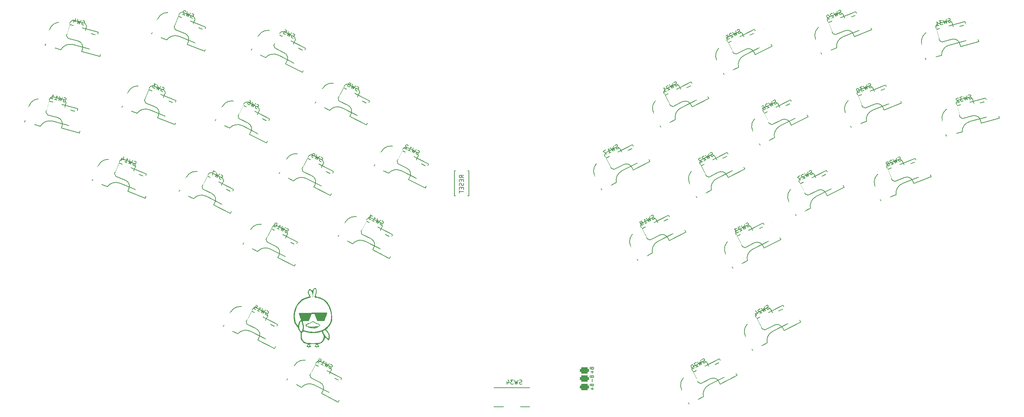
<source format=gbr>
%TF.GenerationSoftware,KiCad,Pcbnew,7.0.2*%
%TF.CreationDate,2024-03-27T11:13:33+01:00*%
%TF.ProjectId,Asfoora,4173666f-6f72-4612-9e6b-696361645f70,rev?*%
%TF.SameCoordinates,Original*%
%TF.FileFunction,Legend,Bot*%
%TF.FilePolarity,Positive*%
%FSLAX46Y46*%
G04 Gerber Fmt 4.6, Leading zero omitted, Abs format (unit mm)*
G04 Created by KiCad (PCBNEW 7.0.2) date 2024-03-27 11:13:33*
%MOMM*%
%LPD*%
G01*
G04 APERTURE LIST*
G04 Aperture macros list*
%AMRoundRect*
0 Rectangle with rounded corners*
0 $1 Rounding radius*
0 $2 $3 $4 $5 $6 $7 $8 $9 X,Y pos of 4 corners*
0 Add a 4 corners polygon primitive as box body*
4,1,4,$2,$3,$4,$5,$6,$7,$8,$9,$2,$3,0*
0 Add four circle primitives for the rounded corners*
1,1,$1+$1,$2,$3*
1,1,$1+$1,$4,$5*
1,1,$1+$1,$6,$7*
1,1,$1+$1,$8,$9*
0 Add four rect primitives between the rounded corners*
20,1,$1+$1,$2,$3,$4,$5,0*
20,1,$1+$1,$4,$5,$6,$7,0*
20,1,$1+$1,$6,$7,$8,$9,0*
20,1,$1+$1,$8,$9,$2,$3,0*%
%AMHorizOval*
0 Thick line with rounded ends*
0 $1 width*
0 $2 $3 position (X,Y) of the first rounded end (center of the circle)*
0 $4 $5 position (X,Y) of the second rounded end (center of the circle)*
0 Add line between two ends*
20,1,$1,$2,$3,$4,$5,0*
0 Add two circle primitives to create the rounded ends*
1,1,$1,$2,$3*
1,1,$1,$4,$5*%
%AMRotRect*
0 Rectangle, with rotation*
0 The origin of the aperture is its center*
0 $1 length*
0 $2 width*
0 $3 Rotation angle, in degrees counterclockwise*
0 Add horizontal line*
21,1,$1,$2,0,0,$3*%
G04 Aperture macros list end*
%ADD10C,0.150000*%
%ADD11RoundRect,0.375000X0.750000X-0.375000X0.750000X0.375000X-0.750000X0.375000X-0.750000X-0.375000X0*%
%ADD12O,1.500000X2.500000*%
%ADD13R,1.500000X2.500000*%
%ADD14O,2.200000X3.500000*%
%ADD15C,4.500000*%
%ADD16C,1.800000*%
%ADD17C,1.600000*%
%ADD18HorizOval,2.032000X1.332292X0.067491X-1.332292X-0.067491X0*%
%ADD19C,2.032000*%
%ADD20HorizOval,2.032000X-1.120053X0.724595X1.120053X-0.724595X0*%
%ADD21RotRect,2.600000X2.600000X345.000000*%
%ADD22RotRect,2.550000X2.500000X345.000000*%
%ADD23HorizOval,2.032000X-0.421808X0.776874X0.421808X-0.776874X0*%
%ADD24HorizOval,2.032000X0.753734X0.461889X-0.753734X-0.461889X0*%
%ADD25HorizOval,1.701800X0.482963X-0.129410X-0.482963X0.129410X0*%
%ADD26C,3.000000*%
%ADD27C,3.987800*%
%ADD28HorizOval,2.032000X0.944925X0.941633X-0.944925X-0.941633X0*%
%ADD29HorizOval,2.032000X-1.317210X-0.210983X1.317210X0.210983X0*%
%ADD30RotRect,2.600000X2.600000X27.000000*%
%ADD31RotRect,2.550000X2.500000X27.000000*%
%ADD32HorizOval,2.032000X-0.833295X0.295085X0.833295X-0.295085X0*%
%ADD33HorizOval,2.032000X0.251070X0.847597X-0.251070X-0.847597X0*%
%ADD34HorizOval,1.701800X0.445503X0.226995X-0.445503X-0.226995X0*%
%ADD35HorizOval,2.032000X-1.317210X0.210983X1.317210X-0.210983X0*%
%ADD36HorizOval,2.032000X-0.944925X0.941633X0.944925X-0.941633X0*%
%ADD37RotRect,2.600000X2.600000X333.000000*%
%ADD38RotRect,2.550000X2.500000X333.000000*%
%ADD39HorizOval,2.032000X-0.251070X0.847597X0.251070X-0.847597X0*%
%ADD40HorizOval,2.032000X0.833295X0.295085X-0.833295X-0.295085X0*%
%ADD41HorizOval,1.701800X0.445503X-0.226995X-0.445503X0.226995X0*%
%ADD42C,2.000000*%
%ADD43HorizOval,2.032000X1.023398X0.855694X-1.023398X-0.855694X0*%
%ADD44HorizOval,2.032000X-1.330586X-0.095378X1.330586X0.095378X0*%
%ADD45RotRect,2.600000X2.600000X22.000000*%
%ADD46RotRect,2.550000X2.500000X22.000000*%
%ADD47HorizOval,2.032000X-0.804406X0.366589X0.804406X-0.366589X0*%
%ADD48HorizOval,2.032000X0.323987X0.822489X-0.323987X-0.822489X0*%
%ADD49HorizOval,1.701800X0.463592X0.187303X-0.463592X-0.187303X0*%
%ADD50HorizOval,2.032000X1.120053X0.724595X-1.120053X-0.724595X0*%
%ADD51HorizOval,2.032000X-1.332292X0.067491X1.332292X-0.067491X0*%
%ADD52RotRect,2.600000X2.600000X15.000000*%
%ADD53RotRect,2.550000X2.500000X15.000000*%
%ADD54HorizOval,2.032000X-0.753734X0.461889X0.753734X-0.461889X0*%
%ADD55HorizOval,2.032000X0.421808X0.776874X-0.421808X-0.776874X0*%
%ADD56HorizOval,1.701800X0.482963X0.129410X-0.482963X-0.129410X0*%
%ADD57HorizOval,2.032000X-1.330586X0.095378X1.330586X-0.095378X0*%
%ADD58HorizOval,2.032000X-1.023398X0.855694X1.023398X-0.855694X0*%
%ADD59RotRect,2.600000X2.600000X338.000000*%
%ADD60RotRect,2.550000X2.500000X338.000000*%
%ADD61HorizOval,2.032000X-0.323987X0.822489X0.323987X-0.822489X0*%
%ADD62HorizOval,2.032000X0.804406X0.366589X-0.804406X-0.366589X0*%
%ADD63HorizOval,1.701800X0.463592X-0.187303X-0.463592X0.187303X0*%
%ADD64C,1.524000*%
G04 APERTURE END LIST*
D10*
%TO.C,SW34*%
X155407523Y-125105000D02*
X155264666Y-125152619D01*
X155264666Y-125152619D02*
X155026571Y-125152619D01*
X155026571Y-125152619D02*
X154931333Y-125105000D01*
X154931333Y-125105000D02*
X154883714Y-125057380D01*
X154883714Y-125057380D02*
X154836095Y-124962142D01*
X154836095Y-124962142D02*
X154836095Y-124866904D01*
X154836095Y-124866904D02*
X154883714Y-124771666D01*
X154883714Y-124771666D02*
X154931333Y-124724047D01*
X154931333Y-124724047D02*
X155026571Y-124676428D01*
X155026571Y-124676428D02*
X155217047Y-124628809D01*
X155217047Y-124628809D02*
X155312285Y-124581190D01*
X155312285Y-124581190D02*
X155359904Y-124533571D01*
X155359904Y-124533571D02*
X155407523Y-124438333D01*
X155407523Y-124438333D02*
X155407523Y-124343095D01*
X155407523Y-124343095D02*
X155359904Y-124247857D01*
X155359904Y-124247857D02*
X155312285Y-124200238D01*
X155312285Y-124200238D02*
X155217047Y-124152619D01*
X155217047Y-124152619D02*
X154978952Y-124152619D01*
X154978952Y-124152619D02*
X154836095Y-124200238D01*
X154502761Y-124152619D02*
X154264666Y-125152619D01*
X154264666Y-125152619D02*
X154074190Y-124438333D01*
X154074190Y-124438333D02*
X153883714Y-125152619D01*
X153883714Y-125152619D02*
X153645619Y-124152619D01*
X153359904Y-124152619D02*
X152740857Y-124152619D01*
X152740857Y-124152619D02*
X153074190Y-124533571D01*
X153074190Y-124533571D02*
X152931333Y-124533571D01*
X152931333Y-124533571D02*
X152836095Y-124581190D01*
X152836095Y-124581190D02*
X152788476Y-124628809D01*
X152788476Y-124628809D02*
X152740857Y-124724047D01*
X152740857Y-124724047D02*
X152740857Y-124962142D01*
X152740857Y-124962142D02*
X152788476Y-125057380D01*
X152788476Y-125057380D02*
X152836095Y-125105000D01*
X152836095Y-125105000D02*
X152931333Y-125152619D01*
X152931333Y-125152619D02*
X153217047Y-125152619D01*
X153217047Y-125152619D02*
X153312285Y-125105000D01*
X153312285Y-125105000D02*
X153359904Y-125057380D01*
X151883714Y-124485952D02*
X151883714Y-125152619D01*
X152121809Y-124105000D02*
X152359904Y-124819285D01*
X152359904Y-124819285D02*
X151740857Y-124819285D01*
%TO.C,PAD1*%
X172149047Y-121401904D02*
X172187142Y-121516190D01*
X172187142Y-121516190D02*
X172225238Y-121554285D01*
X172225238Y-121554285D02*
X172301428Y-121592381D01*
X172301428Y-121592381D02*
X172415714Y-121592381D01*
X172415714Y-121592381D02*
X172491904Y-121554285D01*
X172491904Y-121554285D02*
X172530000Y-121516190D01*
X172530000Y-121516190D02*
X172568095Y-121440000D01*
X172568095Y-121440000D02*
X172568095Y-121135238D01*
X172568095Y-121135238D02*
X171768095Y-121135238D01*
X171768095Y-121135238D02*
X171768095Y-121401904D01*
X171768095Y-121401904D02*
X171806190Y-121478095D01*
X171806190Y-121478095D02*
X171844285Y-121516190D01*
X171844285Y-121516190D02*
X171920476Y-121554285D01*
X171920476Y-121554285D02*
X171996666Y-121554285D01*
X171996666Y-121554285D02*
X172072857Y-121516190D01*
X172072857Y-121516190D02*
X172110952Y-121478095D01*
X172110952Y-121478095D02*
X172149047Y-121401904D01*
X172149047Y-121401904D02*
X172149047Y-121135238D01*
X172263333Y-121935238D02*
X172263333Y-122544762D01*
X172568095Y-122240000D02*
X171958571Y-122240000D01*
X172149047Y-125401904D02*
X172187142Y-125516190D01*
X172187142Y-125516190D02*
X172225238Y-125554285D01*
X172225238Y-125554285D02*
X172301428Y-125592381D01*
X172301428Y-125592381D02*
X172415714Y-125592381D01*
X172415714Y-125592381D02*
X172491904Y-125554285D01*
X172491904Y-125554285D02*
X172530000Y-125516190D01*
X172530000Y-125516190D02*
X172568095Y-125440000D01*
X172568095Y-125440000D02*
X172568095Y-125135238D01*
X172568095Y-125135238D02*
X171768095Y-125135238D01*
X171768095Y-125135238D02*
X171768095Y-125401904D01*
X171768095Y-125401904D02*
X171806190Y-125478095D01*
X171806190Y-125478095D02*
X171844285Y-125516190D01*
X171844285Y-125516190D02*
X171920476Y-125554285D01*
X171920476Y-125554285D02*
X171996666Y-125554285D01*
X171996666Y-125554285D02*
X172072857Y-125516190D01*
X172072857Y-125516190D02*
X172110952Y-125478095D01*
X172110952Y-125478095D02*
X172149047Y-125401904D01*
X172149047Y-125401904D02*
X172149047Y-125135238D01*
X172263333Y-125935238D02*
X172263333Y-126544762D01*
X172568095Y-126240000D02*
X171958571Y-126240000D01*
X172149047Y-123401904D02*
X172187142Y-123516190D01*
X172187142Y-123516190D02*
X172225238Y-123554285D01*
X172225238Y-123554285D02*
X172301428Y-123592381D01*
X172301428Y-123592381D02*
X172415714Y-123592381D01*
X172415714Y-123592381D02*
X172491904Y-123554285D01*
X172491904Y-123554285D02*
X172530000Y-123516190D01*
X172530000Y-123516190D02*
X172568095Y-123440000D01*
X172568095Y-123440000D02*
X172568095Y-123135238D01*
X172568095Y-123135238D02*
X171768095Y-123135238D01*
X171768095Y-123135238D02*
X171768095Y-123401904D01*
X171768095Y-123401904D02*
X171806190Y-123478095D01*
X171806190Y-123478095D02*
X171844285Y-123516190D01*
X171844285Y-123516190D02*
X171920476Y-123554285D01*
X171920476Y-123554285D02*
X171996666Y-123554285D01*
X171996666Y-123554285D02*
X172072857Y-123516190D01*
X172072857Y-123516190D02*
X172110952Y-123478095D01*
X172110952Y-123478095D02*
X172149047Y-123401904D01*
X172149047Y-123401904D02*
X172149047Y-123135238D01*
X172263333Y-123935238D02*
X172263333Y-124544762D01*
%TO.C,SW11*%
X46011981Y-57454092D02*
X45861667Y-57463114D01*
X45861667Y-57463114D02*
X45631685Y-57401491D01*
X45631685Y-57401491D02*
X45552017Y-57330845D01*
X45552017Y-57330845D02*
X45518345Y-57272524D01*
X45518345Y-57272524D02*
X45496998Y-57168206D01*
X45496998Y-57168206D02*
X45521647Y-57076213D01*
X45521647Y-57076213D02*
X45592293Y-56996545D01*
X45592293Y-56996545D02*
X45650614Y-56962873D01*
X45650614Y-56962873D02*
X45754932Y-56941526D01*
X45754932Y-56941526D02*
X45951243Y-56944828D01*
X45951243Y-56944828D02*
X46055560Y-56923481D01*
X46055560Y-56923481D02*
X46113882Y-56889810D01*
X46113882Y-56889810D02*
X46184527Y-56810141D01*
X46184527Y-56810141D02*
X46209177Y-56718148D01*
X46209177Y-56718148D02*
X46187830Y-56613831D01*
X46187830Y-56613831D02*
X46154158Y-56555510D01*
X46154158Y-56555510D02*
X46074490Y-56484864D01*
X46074490Y-56484864D02*
X45844507Y-56423240D01*
X45844507Y-56423240D02*
X45694193Y-56432262D01*
X45384543Y-56299993D02*
X44895741Y-57204295D01*
X44895741Y-57204295D02*
X44896626Y-56465049D01*
X44896626Y-56465049D02*
X44527770Y-57105697D01*
X44527770Y-57105697D02*
X44556606Y-56078148D01*
X43423855Y-56809904D02*
X43975812Y-56957801D01*
X43699833Y-56883853D02*
X43958652Y-55917927D01*
X43958652Y-55917927D02*
X44013671Y-56080566D01*
X44013671Y-56080566D02*
X44081015Y-56197208D01*
X44081015Y-56197208D02*
X44160683Y-56267854D01*
X42503925Y-56563410D02*
X43055883Y-56711307D01*
X42779904Y-56637358D02*
X43038723Y-55671432D01*
X43038723Y-55671432D02*
X43093742Y-55834071D01*
X43093742Y-55834071D02*
X43161085Y-55950714D01*
X43161085Y-55950714D02*
X43240754Y-56021360D01*
%TO.C,SW24*%
X214734196Y-106996566D02*
X214628528Y-107103850D01*
X214628528Y-107103850D02*
X214416384Y-107211943D01*
X214416384Y-107211943D02*
X214309907Y-107212752D01*
X214309907Y-107212752D02*
X214245860Y-107191941D01*
X214245860Y-107191941D02*
X214160194Y-107128702D01*
X214160194Y-107128702D02*
X214116957Y-107043844D01*
X214116957Y-107043844D02*
X214116148Y-106937368D01*
X214116148Y-106937368D02*
X214136958Y-106873320D01*
X214136958Y-106873320D02*
X214200198Y-106787654D01*
X214200198Y-106787654D02*
X214348295Y-106658751D01*
X214348295Y-106658751D02*
X214411534Y-106573085D01*
X214411534Y-106573085D02*
X214432344Y-106509038D01*
X214432344Y-106509038D02*
X214431536Y-106402561D01*
X214431536Y-106402561D02*
X214388299Y-106317703D01*
X214388299Y-106317703D02*
X214302632Y-106254464D01*
X214302632Y-106254464D02*
X214238585Y-106233654D01*
X214238585Y-106233654D02*
X214132109Y-106234462D01*
X214132109Y-106234462D02*
X213919964Y-106342555D01*
X213919964Y-106342555D02*
X213814296Y-106449840D01*
X213495675Y-106558741D02*
X213737521Y-107557841D01*
X213737521Y-107557841D02*
X213243527Y-107007882D01*
X213243527Y-107007882D02*
X213398090Y-107730790D01*
X213398090Y-107730790D02*
X212731955Y-106947876D01*
X212478191Y-107184064D02*
X212414143Y-107163254D01*
X212414143Y-107163254D02*
X212307667Y-107164062D01*
X212307667Y-107164062D02*
X212095522Y-107272155D01*
X212095522Y-107272155D02*
X212032283Y-107357821D01*
X212032283Y-107357821D02*
X212011473Y-107421868D01*
X212011473Y-107421868D02*
X212012281Y-107528345D01*
X212012281Y-107528345D02*
X212055518Y-107613203D01*
X212055518Y-107613203D02*
X212162803Y-107718871D01*
X212162803Y-107718871D02*
X212931373Y-107968594D01*
X212931373Y-107968594D02*
X212379797Y-108249636D01*
X211313417Y-108044766D02*
X211616077Y-108638770D01*
X211352613Y-107597242D02*
X211889036Y-108125582D01*
X211889036Y-108125582D02*
X211337461Y-108406624D01*
%TO.C,SW20*%
X199461527Y-119854667D02*
X199355859Y-119961951D01*
X199355859Y-119961951D02*
X199143715Y-120070044D01*
X199143715Y-120070044D02*
X199037238Y-120070853D01*
X199037238Y-120070853D02*
X198973191Y-120050042D01*
X198973191Y-120050042D02*
X198887525Y-119986803D01*
X198887525Y-119986803D02*
X198844288Y-119901945D01*
X198844288Y-119901945D02*
X198843479Y-119795469D01*
X198843479Y-119795469D02*
X198864289Y-119731421D01*
X198864289Y-119731421D02*
X198927529Y-119645755D01*
X198927529Y-119645755D02*
X199075626Y-119516852D01*
X199075626Y-119516852D02*
X199138865Y-119431186D01*
X199138865Y-119431186D02*
X199159675Y-119367139D01*
X199159675Y-119367139D02*
X199158867Y-119260662D01*
X199158867Y-119260662D02*
X199115630Y-119175804D01*
X199115630Y-119175804D02*
X199029963Y-119112565D01*
X199029963Y-119112565D02*
X198965916Y-119091755D01*
X198965916Y-119091755D02*
X198859440Y-119092563D01*
X198859440Y-119092563D02*
X198647295Y-119200656D01*
X198647295Y-119200656D02*
X198541627Y-119307941D01*
X198223006Y-119416842D02*
X198464852Y-120415942D01*
X198464852Y-120415942D02*
X197970858Y-119865983D01*
X197970858Y-119865983D02*
X198125421Y-120588891D01*
X198125421Y-120588891D02*
X197459286Y-119805977D01*
X197205522Y-120042165D02*
X197141474Y-120021355D01*
X197141474Y-120021355D02*
X197034998Y-120022163D01*
X197034998Y-120022163D02*
X196822853Y-120130256D01*
X196822853Y-120130256D02*
X196759614Y-120215922D01*
X196759614Y-120215922D02*
X196738804Y-120279969D01*
X196738804Y-120279969D02*
X196739612Y-120386446D01*
X196739612Y-120386446D02*
X196782849Y-120471304D01*
X196782849Y-120471304D02*
X196890134Y-120576972D01*
X196890134Y-120576972D02*
X197658704Y-120826695D01*
X197658704Y-120826695D02*
X197107128Y-121107737D01*
X196101562Y-120497772D02*
X196016705Y-120541009D01*
X196016705Y-120541009D02*
X195953465Y-120626675D01*
X195953465Y-120626675D02*
X195932655Y-120690723D01*
X195932655Y-120690723D02*
X195933463Y-120797199D01*
X195933463Y-120797199D02*
X195977509Y-120988533D01*
X195977509Y-120988533D02*
X196085602Y-121200678D01*
X196085602Y-121200678D02*
X196214505Y-121348775D01*
X196214505Y-121348775D02*
X196300171Y-121412014D01*
X196300171Y-121412014D02*
X196364219Y-121432824D01*
X196364219Y-121432824D02*
X196470695Y-121432016D01*
X196470695Y-121432016D02*
X196555553Y-121388779D01*
X196555553Y-121388779D02*
X196618792Y-121303112D01*
X196618792Y-121303112D02*
X196639602Y-121239065D01*
X196639602Y-121239065D02*
X196638794Y-121132589D01*
X196638794Y-121132589D02*
X196594748Y-120941254D01*
X196594748Y-120941254D02*
X196486656Y-120729110D01*
X196486656Y-120729110D02*
X196357752Y-120581013D01*
X196357752Y-120581013D02*
X196272086Y-120517774D01*
X196272086Y-120517774D02*
X196208039Y-120496964D01*
X196208039Y-120496964D02*
X196101562Y-120497772D01*
%TO.C,SW22*%
X201352867Y-70308844D02*
X201247199Y-70416128D01*
X201247199Y-70416128D02*
X201035055Y-70524221D01*
X201035055Y-70524221D02*
X200928578Y-70525030D01*
X200928578Y-70525030D02*
X200864531Y-70504219D01*
X200864531Y-70504219D02*
X200778865Y-70440980D01*
X200778865Y-70440980D02*
X200735628Y-70356122D01*
X200735628Y-70356122D02*
X200734819Y-70249646D01*
X200734819Y-70249646D02*
X200755629Y-70185598D01*
X200755629Y-70185598D02*
X200818869Y-70099932D01*
X200818869Y-70099932D02*
X200966966Y-69971029D01*
X200966966Y-69971029D02*
X201030205Y-69885363D01*
X201030205Y-69885363D02*
X201051015Y-69821316D01*
X201051015Y-69821316D02*
X201050207Y-69714839D01*
X201050207Y-69714839D02*
X201006970Y-69629981D01*
X201006970Y-69629981D02*
X200921303Y-69566742D01*
X200921303Y-69566742D02*
X200857256Y-69545932D01*
X200857256Y-69545932D02*
X200750780Y-69546740D01*
X200750780Y-69546740D02*
X200538635Y-69654833D01*
X200538635Y-69654833D02*
X200432967Y-69762118D01*
X200114346Y-69871019D02*
X200356192Y-70870119D01*
X200356192Y-70870119D02*
X199862198Y-70320160D01*
X199862198Y-70320160D02*
X200016761Y-71043068D01*
X200016761Y-71043068D02*
X199350626Y-70260154D01*
X199096862Y-70496342D02*
X199032814Y-70475532D01*
X199032814Y-70475532D02*
X198926338Y-70476340D01*
X198926338Y-70476340D02*
X198714193Y-70584433D01*
X198714193Y-70584433D02*
X198650954Y-70670099D01*
X198650954Y-70670099D02*
X198630144Y-70734146D01*
X198630144Y-70734146D02*
X198630952Y-70840623D01*
X198630952Y-70840623D02*
X198674189Y-70925481D01*
X198674189Y-70925481D02*
X198781474Y-71031149D01*
X198781474Y-71031149D02*
X199550044Y-71280872D01*
X199550044Y-71280872D02*
X198998468Y-71561914D01*
X198248284Y-70928714D02*
X198184236Y-70907903D01*
X198184236Y-70907903D02*
X198077760Y-70908712D01*
X198077760Y-70908712D02*
X197865616Y-71016805D01*
X197865616Y-71016805D02*
X197802377Y-71102471D01*
X197802377Y-71102471D02*
X197781566Y-71166518D01*
X197781566Y-71166518D02*
X197782375Y-71272995D01*
X197782375Y-71272995D02*
X197825612Y-71357852D01*
X197825612Y-71357852D02*
X197932896Y-71463521D01*
X197932896Y-71463521D02*
X198701466Y-71713244D01*
X198701466Y-71713244D02*
X198149891Y-71994286D01*
%TO.C,SW5*%
X100618894Y-42144116D02*
X100469988Y-42121689D01*
X100469988Y-42121689D02*
X100257844Y-42013596D01*
X100257844Y-42013596D02*
X100194605Y-41927930D01*
X100194605Y-41927930D02*
X100173795Y-41863882D01*
X100173795Y-41863882D02*
X100174603Y-41757406D01*
X100174603Y-41757406D02*
X100217840Y-41672548D01*
X100217840Y-41672548D02*
X100303506Y-41609309D01*
X100303506Y-41609309D02*
X100367554Y-41588499D01*
X100367554Y-41588499D02*
X100474030Y-41589307D01*
X100474030Y-41589307D02*
X100665364Y-41633352D01*
X100665364Y-41633352D02*
X100771840Y-41634161D01*
X100771840Y-41634161D02*
X100835888Y-41613350D01*
X100835888Y-41613350D02*
X100921554Y-41550111D01*
X100921554Y-41550111D02*
X100964791Y-41465254D01*
X100964791Y-41465254D02*
X100965600Y-41358777D01*
X100965600Y-41358777D02*
X100944789Y-41294730D01*
X100944789Y-41294730D02*
X100881550Y-41209064D01*
X100881550Y-41209064D02*
X100669406Y-41100971D01*
X100669406Y-41100971D02*
X100520500Y-41078544D01*
X100245117Y-40884785D02*
X99578982Y-41667698D01*
X99578982Y-41667698D02*
X99733545Y-40944791D01*
X99733545Y-40944791D02*
X99239551Y-41494749D01*
X99239551Y-41494749D02*
X99481397Y-40495650D01*
X98717677Y-40106515D02*
X99141966Y-40322701D01*
X99141966Y-40322701D02*
X98968209Y-40768609D01*
X98968209Y-40768609D02*
X98947399Y-40704561D01*
X98947399Y-40704561D02*
X98884159Y-40618895D01*
X98884159Y-40618895D02*
X98672015Y-40510802D01*
X98672015Y-40510802D02*
X98565539Y-40509994D01*
X98565539Y-40509994D02*
X98501491Y-40530804D01*
X98501491Y-40530804D02*
X98415825Y-40594043D01*
X98415825Y-40594043D02*
X98307732Y-40806188D01*
X98307732Y-40806188D02*
X98306924Y-40912664D01*
X98306924Y-40912664D02*
X98327734Y-40976712D01*
X98327734Y-40976712D02*
X98390973Y-41062378D01*
X98390973Y-41062378D02*
X98603118Y-41170471D01*
X98603118Y-41170471D02*
X98709594Y-41171279D01*
X98709594Y-41171279D02*
X98773642Y-41150469D01*
%TO.C,SW8*%
X115967011Y-54808737D02*
X115818105Y-54786310D01*
X115818105Y-54786310D02*
X115605961Y-54678217D01*
X115605961Y-54678217D02*
X115542722Y-54592551D01*
X115542722Y-54592551D02*
X115521912Y-54528503D01*
X115521912Y-54528503D02*
X115522720Y-54422027D01*
X115522720Y-54422027D02*
X115565957Y-54337169D01*
X115565957Y-54337169D02*
X115651623Y-54273930D01*
X115651623Y-54273930D02*
X115715671Y-54253120D01*
X115715671Y-54253120D02*
X115822147Y-54253928D01*
X115822147Y-54253928D02*
X116013481Y-54297973D01*
X116013481Y-54297973D02*
X116119957Y-54298782D01*
X116119957Y-54298782D02*
X116184005Y-54277971D01*
X116184005Y-54277971D02*
X116269671Y-54214732D01*
X116269671Y-54214732D02*
X116312908Y-54129875D01*
X116312908Y-54129875D02*
X116313717Y-54023398D01*
X116313717Y-54023398D02*
X116292906Y-53959351D01*
X116292906Y-53959351D02*
X116229667Y-53873685D01*
X116229667Y-53873685D02*
X116017523Y-53765592D01*
X116017523Y-53765592D02*
X115868617Y-53743165D01*
X115593234Y-53549406D02*
X114927099Y-54332319D01*
X114927099Y-54332319D02*
X115081662Y-53609412D01*
X115081662Y-53609412D02*
X114587668Y-54159370D01*
X114587668Y-54159370D02*
X114829514Y-53160271D01*
X114168229Y-53304326D02*
X114274705Y-53305135D01*
X114274705Y-53305135D02*
X114338753Y-53284324D01*
X114338753Y-53284324D02*
X114424419Y-53221085D01*
X114424419Y-53221085D02*
X114446037Y-53178656D01*
X114446037Y-53178656D02*
X114446846Y-53072180D01*
X114446846Y-53072180D02*
X114426035Y-53008133D01*
X114426035Y-53008133D02*
X114362796Y-52922466D01*
X114362796Y-52922466D02*
X114193081Y-52835992D01*
X114193081Y-52835992D02*
X114086604Y-52835184D01*
X114086604Y-52835184D02*
X114022557Y-52855994D01*
X114022557Y-52855994D02*
X113936891Y-52919233D01*
X113936891Y-52919233D02*
X113915272Y-52961662D01*
X113915272Y-52961662D02*
X113914464Y-53068138D01*
X113914464Y-53068138D02*
X113935274Y-53132186D01*
X113935274Y-53132186D02*
X113998513Y-53217852D01*
X113998513Y-53217852D02*
X114168229Y-53304326D01*
X114168229Y-53304326D02*
X114231468Y-53389992D01*
X114231468Y-53389992D02*
X114252278Y-53454040D01*
X114252278Y-53454040D02*
X114251470Y-53560516D01*
X114251470Y-53560516D02*
X114164996Y-53730232D01*
X114164996Y-53730232D02*
X114079330Y-53793471D01*
X114079330Y-53793471D02*
X114015282Y-53814281D01*
X114015282Y-53814281D02*
X113908806Y-53813473D01*
X113908806Y-53813473D02*
X113739090Y-53726999D01*
X113739090Y-53726999D02*
X113675851Y-53641333D01*
X113675851Y-53641333D02*
X113655041Y-53577285D01*
X113655041Y-53577285D02*
X113655849Y-53470809D01*
X113655849Y-53470809D02*
X113742324Y-53301093D01*
X113742324Y-53301093D02*
X113827990Y-53237854D01*
X113827990Y-53237854D02*
X113892037Y-53217044D01*
X113892037Y-53217044D02*
X113998513Y-53217852D01*
%TO.C,SW33*%
X141432619Y-75636618D02*
X140956428Y-75303285D01*
X141432619Y-75065190D02*
X140432619Y-75065190D01*
X140432619Y-75065190D02*
X140432619Y-75446142D01*
X140432619Y-75446142D02*
X140480238Y-75541380D01*
X140480238Y-75541380D02*
X140527857Y-75588999D01*
X140527857Y-75588999D02*
X140623095Y-75636618D01*
X140623095Y-75636618D02*
X140765952Y-75636618D01*
X140765952Y-75636618D02*
X140861190Y-75588999D01*
X140861190Y-75588999D02*
X140908809Y-75541380D01*
X140908809Y-75541380D02*
X140956428Y-75446142D01*
X140956428Y-75446142D02*
X140956428Y-75065190D01*
X140908809Y-76065190D02*
X140908809Y-76398523D01*
X141432619Y-76541380D02*
X141432619Y-76065190D01*
X141432619Y-76065190D02*
X140432619Y-76065190D01*
X140432619Y-76065190D02*
X140432619Y-76541380D01*
X141385000Y-76922333D02*
X141432619Y-77065190D01*
X141432619Y-77065190D02*
X141432619Y-77303285D01*
X141432619Y-77303285D02*
X141385000Y-77398523D01*
X141385000Y-77398523D02*
X141337380Y-77446142D01*
X141337380Y-77446142D02*
X141242142Y-77493761D01*
X141242142Y-77493761D02*
X141146904Y-77493761D01*
X141146904Y-77493761D02*
X141051666Y-77446142D01*
X141051666Y-77446142D02*
X141004047Y-77398523D01*
X141004047Y-77398523D02*
X140956428Y-77303285D01*
X140956428Y-77303285D02*
X140908809Y-77112809D01*
X140908809Y-77112809D02*
X140861190Y-77017571D01*
X140861190Y-77017571D02*
X140813571Y-76969952D01*
X140813571Y-76969952D02*
X140718333Y-76922333D01*
X140718333Y-76922333D02*
X140623095Y-76922333D01*
X140623095Y-76922333D02*
X140527857Y-76969952D01*
X140527857Y-76969952D02*
X140480238Y-77017571D01*
X140480238Y-77017571D02*
X140432619Y-77112809D01*
X140432619Y-77112809D02*
X140432619Y-77350904D01*
X140432619Y-77350904D02*
X140480238Y-77493761D01*
X140908809Y-77922333D02*
X140908809Y-78255666D01*
X141432619Y-78398523D02*
X141432619Y-77922333D01*
X141432619Y-77922333D02*
X140432619Y-77922333D01*
X140432619Y-77922333D02*
X140432619Y-78398523D01*
X140432619Y-78684238D02*
X140432619Y-79255666D01*
X141432619Y-78969952D02*
X140432619Y-78969952D01*
%TO.C,SW30*%
X239211176Y-53851622D02*
X239096560Y-53949289D01*
X239096560Y-53949289D02*
X238875802Y-54038481D01*
X238875802Y-54038481D02*
X238769660Y-54030006D01*
X238769660Y-54030006D02*
X238707670Y-54003693D01*
X238707670Y-54003693D02*
X238627842Y-53933228D01*
X238627842Y-53933228D02*
X238592165Y-53844925D01*
X238592165Y-53844925D02*
X238600640Y-53738783D01*
X238600640Y-53738783D02*
X238626953Y-53676793D01*
X238626953Y-53676793D02*
X238697418Y-53596965D01*
X238697418Y-53596965D02*
X238856186Y-53481460D01*
X238856186Y-53481460D02*
X238926651Y-53401631D01*
X238926651Y-53401631D02*
X238952964Y-53339641D01*
X238952964Y-53339641D02*
X238961439Y-53233500D01*
X238961439Y-53233500D02*
X238925762Y-53145196D01*
X238925762Y-53145196D02*
X238845934Y-53074732D01*
X238845934Y-53074732D02*
X238783943Y-53048418D01*
X238783943Y-53048418D02*
X238677802Y-53039944D01*
X238677802Y-53039944D02*
X238457044Y-53129136D01*
X238457044Y-53129136D02*
X238342427Y-53226803D01*
X238015528Y-53307520D02*
X238169376Y-54323896D01*
X238169376Y-54323896D02*
X237725194Y-53732975D01*
X237725194Y-53732975D02*
X237816163Y-54466603D01*
X237816163Y-54466603D02*
X237220799Y-53628611D01*
X236955889Y-53735642D02*
X236381918Y-53967541D01*
X236381918Y-53967541D02*
X236833687Y-54195885D01*
X236833687Y-54195885D02*
X236701232Y-54249400D01*
X236701232Y-54249400D02*
X236630767Y-54329229D01*
X236630767Y-54329229D02*
X236604454Y-54391219D01*
X236604454Y-54391219D02*
X236595979Y-54497360D01*
X236595979Y-54497360D02*
X236685171Y-54718118D01*
X236685171Y-54718118D02*
X236765000Y-54788583D01*
X236765000Y-54788583D02*
X236826990Y-54814896D01*
X236826990Y-54814896D02*
X236933131Y-54823371D01*
X236933131Y-54823371D02*
X237198041Y-54716341D01*
X237198041Y-54716341D02*
X237268506Y-54636512D01*
X237268506Y-54636512D02*
X237294819Y-54574522D01*
X235807947Y-54199440D02*
X235719644Y-54235117D01*
X235719644Y-54235117D02*
X235649179Y-54314945D01*
X235649179Y-54314945D02*
X235622866Y-54376935D01*
X235622866Y-54376935D02*
X235614391Y-54483077D01*
X235614391Y-54483077D02*
X235641593Y-54677522D01*
X235641593Y-54677522D02*
X235730785Y-54898280D01*
X235730785Y-54898280D02*
X235846290Y-55057048D01*
X235846290Y-55057048D02*
X235926119Y-55127513D01*
X235926119Y-55127513D02*
X235988109Y-55153826D01*
X235988109Y-55153826D02*
X236094250Y-55162301D01*
X236094250Y-55162301D02*
X236182554Y-55126624D01*
X236182554Y-55126624D02*
X236253019Y-55046796D01*
X236253019Y-55046796D02*
X236279332Y-54984806D01*
X236279332Y-54984806D02*
X236287807Y-54878664D01*
X236287807Y-54878664D02*
X236260605Y-54684219D01*
X236260605Y-54684219D02*
X236171412Y-54463461D01*
X236171412Y-54463461D02*
X236055907Y-54304693D01*
X236055907Y-54304693D02*
X235976079Y-54234228D01*
X235976079Y-54234228D02*
X235914089Y-54207915D01*
X235914089Y-54207915D02*
X235807947Y-54199440D01*
%TO.C,SW19*%
X109656820Y-121499870D02*
X109507915Y-121477443D01*
X109507915Y-121477443D02*
X109295770Y-121369350D01*
X109295770Y-121369350D02*
X109232531Y-121283684D01*
X109232531Y-121283684D02*
X109211721Y-121219636D01*
X109211721Y-121219636D02*
X109212529Y-121113160D01*
X109212529Y-121113160D02*
X109255766Y-121028302D01*
X109255766Y-121028302D02*
X109341432Y-120965063D01*
X109341432Y-120965063D02*
X109405480Y-120944253D01*
X109405480Y-120944253D02*
X109511956Y-120945061D01*
X109511956Y-120945061D02*
X109703290Y-120989107D01*
X109703290Y-120989107D02*
X109809767Y-120989915D01*
X109809767Y-120989915D02*
X109873814Y-120969105D01*
X109873814Y-120969105D02*
X109959480Y-120905865D01*
X109959480Y-120905865D02*
X110002717Y-120821008D01*
X110002717Y-120821008D02*
X110003526Y-120714531D01*
X110003526Y-120714531D02*
X109982716Y-120650484D01*
X109982716Y-120650484D02*
X109919476Y-120564818D01*
X109919476Y-120564818D02*
X109707332Y-120456725D01*
X109707332Y-120456725D02*
X109558427Y-120434298D01*
X109283043Y-120240539D02*
X108616908Y-121023452D01*
X108616908Y-121023452D02*
X108771472Y-120300545D01*
X108771472Y-120300545D02*
X108277477Y-120850504D01*
X108277477Y-120850504D02*
X108519323Y-119851404D01*
X107259184Y-120331657D02*
X107768331Y-120591081D01*
X107513757Y-120461369D02*
X107967748Y-119570362D01*
X107967748Y-119570362D02*
X107987750Y-119740886D01*
X107987750Y-119740886D02*
X108029370Y-119868981D01*
X108029370Y-119868981D02*
X108092610Y-119954647D01*
X106834895Y-120115471D02*
X106665180Y-120028997D01*
X106665180Y-120028997D02*
X106601940Y-119943331D01*
X106601940Y-119943331D02*
X106581130Y-119879284D01*
X106581130Y-119879284D02*
X106561128Y-119708760D01*
X106561128Y-119708760D02*
X106605174Y-119517426D01*
X106605174Y-119517426D02*
X106778122Y-119177994D01*
X106778122Y-119177994D02*
X106863789Y-119114755D01*
X106863789Y-119114755D02*
X106927836Y-119093945D01*
X106927836Y-119093945D02*
X107034312Y-119094753D01*
X107034312Y-119094753D02*
X107204028Y-119181228D01*
X107204028Y-119181228D02*
X107267267Y-119266894D01*
X107267267Y-119266894D02*
X107288077Y-119330941D01*
X107288077Y-119330941D02*
X107287269Y-119437418D01*
X107287269Y-119437418D02*
X107179176Y-119649562D01*
X107179176Y-119649562D02*
X107093510Y-119712801D01*
X107093510Y-119712801D02*
X107029463Y-119733612D01*
X107029463Y-119733612D02*
X106922986Y-119732803D01*
X106922986Y-119732803D02*
X106753271Y-119646329D01*
X106753271Y-119646329D02*
X106690031Y-119560663D01*
X106690031Y-119560663D02*
X106669221Y-119496615D01*
X106669221Y-119496615D02*
X106670030Y-119390139D01*
%TO.C,SW25*%
X207864203Y-40794189D02*
X207758535Y-40901473D01*
X207758535Y-40901473D02*
X207546391Y-41009566D01*
X207546391Y-41009566D02*
X207439914Y-41010375D01*
X207439914Y-41010375D02*
X207375867Y-40989564D01*
X207375867Y-40989564D02*
X207290201Y-40926325D01*
X207290201Y-40926325D02*
X207246964Y-40841467D01*
X207246964Y-40841467D02*
X207246155Y-40734991D01*
X207246155Y-40734991D02*
X207266965Y-40670943D01*
X207266965Y-40670943D02*
X207330205Y-40585277D01*
X207330205Y-40585277D02*
X207478302Y-40456374D01*
X207478302Y-40456374D02*
X207541541Y-40370708D01*
X207541541Y-40370708D02*
X207562351Y-40306661D01*
X207562351Y-40306661D02*
X207561543Y-40200184D01*
X207561543Y-40200184D02*
X207518306Y-40115326D01*
X207518306Y-40115326D02*
X207432639Y-40052087D01*
X207432639Y-40052087D02*
X207368592Y-40031277D01*
X207368592Y-40031277D02*
X207262116Y-40032085D01*
X207262116Y-40032085D02*
X207049971Y-40140178D01*
X207049971Y-40140178D02*
X206944303Y-40247463D01*
X206625682Y-40356364D02*
X206867528Y-41355464D01*
X206867528Y-41355464D02*
X206373534Y-40805505D01*
X206373534Y-40805505D02*
X206528097Y-41528413D01*
X206528097Y-41528413D02*
X205861962Y-40745499D01*
X205608198Y-40981687D02*
X205544150Y-40960877D01*
X205544150Y-40960877D02*
X205437674Y-40961685D01*
X205437674Y-40961685D02*
X205225529Y-41069778D01*
X205225529Y-41069778D02*
X205162290Y-41155444D01*
X205162290Y-41155444D02*
X205141480Y-41219491D01*
X205141480Y-41219491D02*
X205142288Y-41325968D01*
X205142288Y-41325968D02*
X205185525Y-41410826D01*
X205185525Y-41410826D02*
X205292810Y-41516494D01*
X205292810Y-41516494D02*
X206061380Y-41766217D01*
X206061380Y-41766217D02*
X205509804Y-42047259D01*
X204249665Y-41567006D02*
X204673954Y-41350820D01*
X204673954Y-41350820D02*
X204932569Y-41753490D01*
X204932569Y-41753490D02*
X204868521Y-41732680D01*
X204868521Y-41732680D02*
X204762045Y-41733488D01*
X204762045Y-41733488D02*
X204549900Y-41841581D01*
X204549900Y-41841581D02*
X204486661Y-41927247D01*
X204486661Y-41927247D02*
X204465851Y-41991294D01*
X204465851Y-41991294D02*
X204466659Y-42097771D01*
X204466659Y-42097771D02*
X204574752Y-42309915D01*
X204574752Y-42309915D02*
X204660418Y-42373154D01*
X204660418Y-42373154D02*
X204724466Y-42393965D01*
X204724466Y-42393965D02*
X204830942Y-42393156D01*
X204830942Y-42393156D02*
X205043087Y-42285063D01*
X205043087Y-42285063D02*
X205106326Y-42199397D01*
X205106326Y-42199397D02*
X205127136Y-42135350D01*
%TO.C,SW6*%
X91993075Y-59073240D02*
X91844169Y-59050813D01*
X91844169Y-59050813D02*
X91632025Y-58942720D01*
X91632025Y-58942720D02*
X91568786Y-58857054D01*
X91568786Y-58857054D02*
X91547976Y-58793006D01*
X91547976Y-58793006D02*
X91548784Y-58686530D01*
X91548784Y-58686530D02*
X91592021Y-58601672D01*
X91592021Y-58601672D02*
X91677687Y-58538433D01*
X91677687Y-58538433D02*
X91741735Y-58517623D01*
X91741735Y-58517623D02*
X91848211Y-58518431D01*
X91848211Y-58518431D02*
X92039545Y-58562476D01*
X92039545Y-58562476D02*
X92146021Y-58563285D01*
X92146021Y-58563285D02*
X92210069Y-58542474D01*
X92210069Y-58542474D02*
X92295735Y-58479235D01*
X92295735Y-58479235D02*
X92338972Y-58394378D01*
X92338972Y-58394378D02*
X92339781Y-58287901D01*
X92339781Y-58287901D02*
X92318970Y-58223854D01*
X92318970Y-58223854D02*
X92255731Y-58138188D01*
X92255731Y-58138188D02*
X92043587Y-58030095D01*
X92043587Y-58030095D02*
X91894681Y-58007668D01*
X91619298Y-57813909D02*
X90953163Y-58596822D01*
X90953163Y-58596822D02*
X91107726Y-57873915D01*
X91107726Y-57873915D02*
X90613732Y-58423873D01*
X90613732Y-58423873D02*
X90855578Y-57424774D01*
X90134287Y-57057258D02*
X90304003Y-57143732D01*
X90304003Y-57143732D02*
X90367242Y-57229398D01*
X90367242Y-57229398D02*
X90388052Y-57293446D01*
X90388052Y-57293446D02*
X90408054Y-57463970D01*
X90408054Y-57463970D02*
X90364008Y-57655304D01*
X90364008Y-57655304D02*
X90191060Y-57994735D01*
X90191060Y-57994735D02*
X90105394Y-58057974D01*
X90105394Y-58057974D02*
X90041346Y-58078784D01*
X90041346Y-58078784D02*
X89934870Y-58077976D01*
X89934870Y-58077976D02*
X89765154Y-57991502D01*
X89765154Y-57991502D02*
X89701915Y-57905836D01*
X89701915Y-57905836D02*
X89681105Y-57841788D01*
X89681105Y-57841788D02*
X89681913Y-57735312D01*
X89681913Y-57735312D02*
X89790006Y-57523167D01*
X89790006Y-57523167D02*
X89875672Y-57459928D01*
X89875672Y-57459928D02*
X89939720Y-57439118D01*
X89939720Y-57439118D02*
X90046196Y-57439926D01*
X90046196Y-57439926D02*
X90215912Y-57526401D01*
X90215912Y-57526401D02*
X90279151Y-57612067D01*
X90279151Y-57612067D02*
X90299961Y-57676114D01*
X90299961Y-57676114D02*
X90299153Y-57782590D01*
%TO.C,SW10*%
X99139661Y-88883171D02*
X98990756Y-88860744D01*
X98990756Y-88860744D02*
X98778611Y-88752651D01*
X98778611Y-88752651D02*
X98715372Y-88666985D01*
X98715372Y-88666985D02*
X98694562Y-88602937D01*
X98694562Y-88602937D02*
X98695370Y-88496461D01*
X98695370Y-88496461D02*
X98738607Y-88411603D01*
X98738607Y-88411603D02*
X98824273Y-88348364D01*
X98824273Y-88348364D02*
X98888321Y-88327554D01*
X98888321Y-88327554D02*
X98994797Y-88328362D01*
X98994797Y-88328362D02*
X99186131Y-88372408D01*
X99186131Y-88372408D02*
X99292608Y-88373216D01*
X99292608Y-88373216D02*
X99356655Y-88352406D01*
X99356655Y-88352406D02*
X99442321Y-88289166D01*
X99442321Y-88289166D02*
X99485558Y-88204309D01*
X99485558Y-88204309D02*
X99486367Y-88097832D01*
X99486367Y-88097832D02*
X99465557Y-88033785D01*
X99465557Y-88033785D02*
X99402317Y-87948119D01*
X99402317Y-87948119D02*
X99190173Y-87840026D01*
X99190173Y-87840026D02*
X99041268Y-87817599D01*
X98765884Y-87623840D02*
X98099749Y-88406753D01*
X98099749Y-88406753D02*
X98254313Y-87683846D01*
X98254313Y-87683846D02*
X97760318Y-88233805D01*
X97760318Y-88233805D02*
X98002164Y-87234705D01*
X96742025Y-87714958D02*
X97251172Y-87974382D01*
X96996598Y-87844670D02*
X97450589Y-86953663D01*
X97450589Y-86953663D02*
X97470591Y-87124187D01*
X97470591Y-87124187D02*
X97512211Y-87252282D01*
X97512211Y-87252282D02*
X97575451Y-87337948D01*
X96644440Y-86542910D02*
X96559582Y-86499673D01*
X96559582Y-86499673D02*
X96453106Y-86498865D01*
X96453106Y-86498865D02*
X96389058Y-86519675D01*
X96389058Y-86519675D02*
X96303392Y-86582914D01*
X96303392Y-86582914D02*
X96174489Y-86731011D01*
X96174489Y-86731011D02*
X96066396Y-86943155D01*
X96066396Y-86943155D02*
X96022351Y-87134490D01*
X96022351Y-87134490D02*
X96021542Y-87240966D01*
X96021542Y-87240966D02*
X96042353Y-87305013D01*
X96042353Y-87305013D02*
X96105592Y-87390679D01*
X96105592Y-87390679D02*
X96190450Y-87433917D01*
X96190450Y-87433917D02*
X96296926Y-87434725D01*
X96296926Y-87434725D02*
X96360973Y-87413915D01*
X96360973Y-87413915D02*
X96446639Y-87350676D01*
X96446639Y-87350676D02*
X96575543Y-87202579D01*
X96575543Y-87202579D02*
X96683636Y-86990434D01*
X96683636Y-86990434D02*
X96727681Y-86799100D01*
X96727681Y-86799100D02*
X96728490Y-86692624D01*
X96728490Y-86692624D02*
X96707679Y-86628576D01*
X96707679Y-86628576D02*
X96644440Y-86542910D01*
%TO.C,SW32*%
X263166614Y-56595661D02*
X263040949Y-56678632D01*
X263040949Y-56678632D02*
X262810967Y-56740256D01*
X262810967Y-56740256D02*
X262706650Y-56718909D01*
X262706650Y-56718909D02*
X262648328Y-56685237D01*
X262648328Y-56685237D02*
X262577682Y-56605569D01*
X262577682Y-56605569D02*
X262553033Y-56513576D01*
X262553033Y-56513576D02*
X262574380Y-56409258D01*
X262574380Y-56409258D02*
X262608052Y-56350937D01*
X262608052Y-56350937D02*
X262687720Y-56280291D01*
X262687720Y-56280291D02*
X262859381Y-56184996D01*
X262859381Y-56184996D02*
X262939049Y-56114350D01*
X262939049Y-56114350D02*
X262972721Y-56056029D01*
X262972721Y-56056029D02*
X262994068Y-55951711D01*
X262994068Y-55951711D02*
X262969419Y-55859718D01*
X262969419Y-55859718D02*
X262898773Y-55780050D01*
X262898773Y-55780050D02*
X262840452Y-55746378D01*
X262840452Y-55746378D02*
X262736134Y-55725031D01*
X262736134Y-55725031D02*
X262506152Y-55786655D01*
X262506152Y-55786655D02*
X262380487Y-55869625D01*
X262046187Y-55909902D02*
X262075024Y-56937451D01*
X262075024Y-56937451D02*
X261706167Y-56296803D01*
X261706167Y-56296803D02*
X261707052Y-57036049D01*
X261707052Y-57036049D02*
X261218250Y-56131747D01*
X260942272Y-56205695D02*
X260344318Y-56365916D01*
X260344318Y-56365916D02*
X260764891Y-56647615D01*
X260764891Y-56647615D02*
X260626901Y-56684589D01*
X260626901Y-56684589D02*
X260547233Y-56755235D01*
X260547233Y-56755235D02*
X260513561Y-56813556D01*
X260513561Y-56813556D02*
X260492214Y-56917874D01*
X260492214Y-56917874D02*
X260553838Y-57147856D01*
X260553838Y-57147856D02*
X260624484Y-57227524D01*
X260624484Y-57227524D02*
X260682805Y-57261196D01*
X260682805Y-57261196D02*
X260787123Y-57282543D01*
X260787123Y-57282543D02*
X261063101Y-57208595D01*
X261063101Y-57208595D02*
X261142770Y-57137949D01*
X261142770Y-57137949D02*
X261176441Y-57079628D01*
X260000995Y-56556507D02*
X259942674Y-56522835D01*
X259942674Y-56522835D02*
X259838357Y-56501488D01*
X259838357Y-56501488D02*
X259608374Y-56563112D01*
X259608374Y-56563112D02*
X259528706Y-56633758D01*
X259528706Y-56633758D02*
X259495034Y-56692079D01*
X259495034Y-56692079D02*
X259473687Y-56796396D01*
X259473687Y-56796396D02*
X259498337Y-56888389D01*
X259498337Y-56888389D02*
X259581307Y-57014054D01*
X259581307Y-57014054D02*
X260281161Y-57418115D01*
X260281161Y-57418115D02*
X259683207Y-57578336D01*
%TO.C,SW27*%
X225115842Y-74652437D02*
X225010174Y-74759721D01*
X225010174Y-74759721D02*
X224798030Y-74867814D01*
X224798030Y-74867814D02*
X224691553Y-74868623D01*
X224691553Y-74868623D02*
X224627506Y-74847812D01*
X224627506Y-74847812D02*
X224541840Y-74784573D01*
X224541840Y-74784573D02*
X224498603Y-74699715D01*
X224498603Y-74699715D02*
X224497794Y-74593239D01*
X224497794Y-74593239D02*
X224518604Y-74529191D01*
X224518604Y-74529191D02*
X224581844Y-74443525D01*
X224581844Y-74443525D02*
X224729941Y-74314622D01*
X224729941Y-74314622D02*
X224793180Y-74228956D01*
X224793180Y-74228956D02*
X224813990Y-74164909D01*
X224813990Y-74164909D02*
X224813182Y-74058432D01*
X224813182Y-74058432D02*
X224769945Y-73973574D01*
X224769945Y-73973574D02*
X224684278Y-73910335D01*
X224684278Y-73910335D02*
X224620231Y-73889525D01*
X224620231Y-73889525D02*
X224513755Y-73890333D01*
X224513755Y-73890333D02*
X224301610Y-73998426D01*
X224301610Y-73998426D02*
X224195942Y-74105711D01*
X223877321Y-74214612D02*
X224119167Y-75213712D01*
X224119167Y-75213712D02*
X223625173Y-74663753D01*
X223625173Y-74663753D02*
X223779736Y-75386661D01*
X223779736Y-75386661D02*
X223113601Y-74603747D01*
X222859837Y-74839935D02*
X222795789Y-74819125D01*
X222795789Y-74819125D02*
X222689313Y-74819933D01*
X222689313Y-74819933D02*
X222477168Y-74928026D01*
X222477168Y-74928026D02*
X222413929Y-75013692D01*
X222413929Y-75013692D02*
X222393119Y-75077739D01*
X222393119Y-75077739D02*
X222393927Y-75184216D01*
X222393927Y-75184216D02*
X222437164Y-75269074D01*
X222437164Y-75269074D02*
X222544449Y-75374742D01*
X222544449Y-75374742D02*
X223313019Y-75624465D01*
X223313019Y-75624465D02*
X222761443Y-75905507D01*
X222010451Y-75165830D02*
X221416446Y-75468491D01*
X221416446Y-75468491D02*
X222252297Y-76164930D01*
%TO.C,SW14*%
X62709786Y-72746551D02*
X62559493Y-72737188D01*
X62559493Y-72737188D02*
X62338735Y-72647996D01*
X62338735Y-72647996D02*
X62268270Y-72568167D01*
X62268270Y-72568167D02*
X62241957Y-72506177D01*
X62241957Y-72506177D02*
X62233482Y-72400036D01*
X62233482Y-72400036D02*
X62269159Y-72311732D01*
X62269159Y-72311732D02*
X62348987Y-72241268D01*
X62348987Y-72241268D02*
X62410977Y-72214954D01*
X62410977Y-72214954D02*
X62517119Y-72206480D01*
X62517119Y-72206480D02*
X62711564Y-72233682D01*
X62711564Y-72233682D02*
X62817705Y-72225207D01*
X62817705Y-72225207D02*
X62879695Y-72198894D01*
X62879695Y-72198894D02*
X62959524Y-72128429D01*
X62959524Y-72128429D02*
X62995201Y-72040126D01*
X62995201Y-72040126D02*
X62986726Y-71933984D01*
X62986726Y-71933984D02*
X62960413Y-71871994D01*
X62960413Y-71871994D02*
X62889948Y-71792165D01*
X62889948Y-71792165D02*
X62669190Y-71702973D01*
X62669190Y-71702973D02*
X62518896Y-71693610D01*
X62227674Y-71524589D02*
X61632309Y-72362581D01*
X61632309Y-72362581D02*
X61723279Y-71628953D01*
X61723279Y-71628953D02*
X61279096Y-72219874D01*
X61279096Y-72219874D02*
X61432945Y-71203498D01*
X60219457Y-71791752D02*
X60749277Y-72005813D01*
X60484367Y-71898783D02*
X60858974Y-70971599D01*
X60858974Y-70971599D02*
X60893762Y-71139730D01*
X60893762Y-71139730D02*
X60946388Y-71263710D01*
X60946388Y-71263710D02*
X61016853Y-71343539D01*
X59674466Y-70852538D02*
X59424728Y-71470661D01*
X60037931Y-70588517D02*
X59991113Y-71339984D01*
X59991113Y-71339984D02*
X59417142Y-71108084D01*
%TO.C,SW2*%
X76503319Y-37335180D02*
X76353026Y-37325816D01*
X76353026Y-37325816D02*
X76132268Y-37236624D01*
X76132268Y-37236624D02*
X76061803Y-37156796D01*
X76061803Y-37156796D02*
X76035490Y-37094806D01*
X76035490Y-37094806D02*
X76027015Y-36988664D01*
X76027015Y-36988664D02*
X76062692Y-36900361D01*
X76062692Y-36900361D02*
X76142521Y-36829896D01*
X76142521Y-36829896D02*
X76204511Y-36803583D01*
X76204511Y-36803583D02*
X76310652Y-36795108D01*
X76310652Y-36795108D02*
X76505097Y-36822310D01*
X76505097Y-36822310D02*
X76611239Y-36813836D01*
X76611239Y-36813836D02*
X76673229Y-36787522D01*
X76673229Y-36787522D02*
X76753057Y-36717057D01*
X76753057Y-36717057D02*
X76788734Y-36628754D01*
X76788734Y-36628754D02*
X76780259Y-36522613D01*
X76780259Y-36522613D02*
X76753946Y-36460623D01*
X76753946Y-36460623D02*
X76683481Y-36380794D01*
X76683481Y-36380794D02*
X76462723Y-36291602D01*
X76462723Y-36291602D02*
X76312430Y-36282239D01*
X76021207Y-36113218D02*
X75425842Y-36951210D01*
X75425842Y-36951210D02*
X75516812Y-36217582D01*
X75516812Y-36217582D02*
X75072629Y-36808503D01*
X75072629Y-36808503D02*
X75226478Y-35792127D01*
X74881740Y-35755561D02*
X74855427Y-35693571D01*
X74855427Y-35693571D02*
X74784962Y-35613743D01*
X74784962Y-35613743D02*
X74564204Y-35524551D01*
X74564204Y-35524551D02*
X74458062Y-35533025D01*
X74458062Y-35533025D02*
X74396072Y-35559339D01*
X74396072Y-35559339D02*
X74316244Y-35629803D01*
X74316244Y-35629803D02*
X74280567Y-35718107D01*
X74280567Y-35718107D02*
X74271203Y-35868400D01*
X74271203Y-35868400D02*
X74586962Y-36612280D01*
X74586962Y-36612280D02*
X74012991Y-36380381D01*
%TO.C,SW15*%
X94384151Y-108641769D02*
X94235246Y-108619342D01*
X94235246Y-108619342D02*
X94023101Y-108511249D01*
X94023101Y-108511249D02*
X93959862Y-108425583D01*
X93959862Y-108425583D02*
X93939052Y-108361535D01*
X93939052Y-108361535D02*
X93939860Y-108255059D01*
X93939860Y-108255059D02*
X93983097Y-108170201D01*
X93983097Y-108170201D02*
X94068763Y-108106962D01*
X94068763Y-108106962D02*
X94132811Y-108086152D01*
X94132811Y-108086152D02*
X94239287Y-108086960D01*
X94239287Y-108086960D02*
X94430621Y-108131006D01*
X94430621Y-108131006D02*
X94537098Y-108131814D01*
X94537098Y-108131814D02*
X94601145Y-108111004D01*
X94601145Y-108111004D02*
X94686811Y-108047764D01*
X94686811Y-108047764D02*
X94730048Y-107962907D01*
X94730048Y-107962907D02*
X94730857Y-107856430D01*
X94730857Y-107856430D02*
X94710047Y-107792383D01*
X94710047Y-107792383D02*
X94646807Y-107706717D01*
X94646807Y-107706717D02*
X94434663Y-107598624D01*
X94434663Y-107598624D02*
X94285758Y-107576197D01*
X94010374Y-107382438D02*
X93344239Y-108165351D01*
X93344239Y-108165351D02*
X93498803Y-107442444D01*
X93498803Y-107442444D02*
X93004808Y-107992403D01*
X93004808Y-107992403D02*
X93246654Y-106993303D01*
X91986515Y-107473556D02*
X92495662Y-107732980D01*
X92241088Y-107603268D02*
X92695079Y-106712261D01*
X92695079Y-106712261D02*
X92715081Y-106882785D01*
X92715081Y-106882785D02*
X92756701Y-107010880D01*
X92756701Y-107010880D02*
X92819941Y-107096546D01*
X91634357Y-106171797D02*
X92058646Y-106387983D01*
X92058646Y-106387983D02*
X91884889Y-106833890D01*
X91884889Y-106833890D02*
X91864078Y-106769842D01*
X91864078Y-106769842D02*
X91800839Y-106684176D01*
X91800839Y-106684176D02*
X91588695Y-106576083D01*
X91588695Y-106576083D02*
X91482218Y-106575275D01*
X91482218Y-106575275D02*
X91418171Y-106596085D01*
X91418171Y-106596085D02*
X91332505Y-106659325D01*
X91332505Y-106659325D02*
X91224412Y-106871469D01*
X91224412Y-106871469D02*
X91223603Y-106977945D01*
X91223603Y-106977945D02*
X91244414Y-107041993D01*
X91244414Y-107041993D02*
X91307653Y-107127659D01*
X91307653Y-107127659D02*
X91519797Y-107235752D01*
X91519797Y-107235752D02*
X91626274Y-107236560D01*
X91626274Y-107236560D02*
X91690321Y-107215750D01*
%TO.C,U1*%
%TO.C,SW18*%
X187236653Y-85399225D02*
X187130985Y-85506509D01*
X187130985Y-85506509D02*
X186918841Y-85614602D01*
X186918841Y-85614602D02*
X186812364Y-85615411D01*
X186812364Y-85615411D02*
X186748317Y-85594600D01*
X186748317Y-85594600D02*
X186662651Y-85531361D01*
X186662651Y-85531361D02*
X186619414Y-85446503D01*
X186619414Y-85446503D02*
X186618605Y-85340027D01*
X186618605Y-85340027D02*
X186639415Y-85275979D01*
X186639415Y-85275979D02*
X186702655Y-85190313D01*
X186702655Y-85190313D02*
X186850752Y-85061410D01*
X186850752Y-85061410D02*
X186913991Y-84975744D01*
X186913991Y-84975744D02*
X186934801Y-84911697D01*
X186934801Y-84911697D02*
X186933993Y-84805220D01*
X186933993Y-84805220D02*
X186890756Y-84720362D01*
X186890756Y-84720362D02*
X186805089Y-84657123D01*
X186805089Y-84657123D02*
X186741042Y-84636313D01*
X186741042Y-84636313D02*
X186634566Y-84637121D01*
X186634566Y-84637121D02*
X186422421Y-84745214D01*
X186422421Y-84745214D02*
X186316753Y-84852499D01*
X185998132Y-84961400D02*
X186239978Y-85960500D01*
X186239978Y-85960500D02*
X185745984Y-85410541D01*
X185745984Y-85410541D02*
X185900547Y-86133449D01*
X185900547Y-86133449D02*
X185234412Y-85350535D01*
X184882254Y-86652295D02*
X185391401Y-86392872D01*
X185136828Y-86522583D02*
X184682837Y-85631577D01*
X184682837Y-85631577D02*
X184832551Y-85715626D01*
X184832551Y-85715626D02*
X184960646Y-85757247D01*
X184960646Y-85757247D02*
X185067122Y-85756438D01*
X184113685Y-86402571D02*
X184176924Y-86316905D01*
X184176924Y-86316905D02*
X184197734Y-86252858D01*
X184197734Y-86252858D02*
X184196926Y-86146381D01*
X184196926Y-86146381D02*
X184175307Y-86103953D01*
X184175307Y-86103953D02*
X184089641Y-86040713D01*
X184089641Y-86040713D02*
X184025594Y-86019903D01*
X184025594Y-86019903D02*
X183919117Y-86020711D01*
X183919117Y-86020711D02*
X183749402Y-86107186D01*
X183749402Y-86107186D02*
X183686163Y-86192852D01*
X183686163Y-86192852D02*
X183665352Y-86256899D01*
X183665352Y-86256899D02*
X183666161Y-86363376D01*
X183666161Y-86363376D02*
X183687779Y-86405805D01*
X183687779Y-86405805D02*
X183773445Y-86469044D01*
X183773445Y-86469044D02*
X183837493Y-86489854D01*
X183837493Y-86489854D02*
X183943969Y-86489046D01*
X183943969Y-86489046D02*
X184113685Y-86402571D01*
X184113685Y-86402571D02*
X184220161Y-86401763D01*
X184220161Y-86401763D02*
X184284208Y-86422573D01*
X184284208Y-86422573D02*
X184369874Y-86485812D01*
X184369874Y-86485812D02*
X184456349Y-86655528D01*
X184456349Y-86655528D02*
X184457157Y-86762004D01*
X184457157Y-86762004D02*
X184436347Y-86826052D01*
X184436347Y-86826052D02*
X184373108Y-86911718D01*
X184373108Y-86911718D02*
X184203392Y-86998192D01*
X184203392Y-86998192D02*
X184096916Y-86999001D01*
X184096916Y-86999001D02*
X184032868Y-86978190D01*
X184032868Y-86978190D02*
X183947202Y-86914951D01*
X183947202Y-86914951D02*
X183860728Y-86745236D01*
X183860728Y-86745236D02*
X183859920Y-86638759D01*
X183859920Y-86638759D02*
X183880730Y-86574712D01*
X183880730Y-86574712D02*
X183943969Y-86489046D01*
%TO.C,SW4*%
X50462063Y-38960456D02*
X50311749Y-38969478D01*
X50311749Y-38969478D02*
X50081767Y-38907854D01*
X50081767Y-38907854D02*
X50002099Y-38837208D01*
X50002099Y-38837208D02*
X49968427Y-38778887D01*
X49968427Y-38778887D02*
X49947080Y-38674570D01*
X49947080Y-38674570D02*
X49971729Y-38582577D01*
X49971729Y-38582577D02*
X50042375Y-38502908D01*
X50042375Y-38502908D02*
X50100696Y-38469237D01*
X50100696Y-38469237D02*
X50205014Y-38447890D01*
X50205014Y-38447890D02*
X50401324Y-38451192D01*
X50401324Y-38451192D02*
X50505642Y-38429845D01*
X50505642Y-38429845D02*
X50563963Y-38396173D01*
X50563963Y-38396173D02*
X50634609Y-38316505D01*
X50634609Y-38316505D02*
X50659259Y-38224512D01*
X50659259Y-38224512D02*
X50637912Y-38120195D01*
X50637912Y-38120195D02*
X50604240Y-38061873D01*
X50604240Y-38061873D02*
X50524572Y-37991227D01*
X50524572Y-37991227D02*
X50294589Y-37929604D01*
X50294589Y-37929604D02*
X50144275Y-37938626D01*
X49834625Y-37806357D02*
X49345823Y-38710659D01*
X49345823Y-38710659D02*
X49346708Y-37971413D01*
X49346708Y-37971413D02*
X48977851Y-38612061D01*
X48977851Y-38612061D02*
X49006688Y-37584512D01*
X48138475Y-37696967D02*
X47965929Y-38340917D01*
X48467055Y-37390619D02*
X48512167Y-38142189D01*
X48512167Y-38142189D02*
X47914213Y-37981968D01*
%TO.C,SW7*%
X83367256Y-76002363D02*
X83218350Y-75979936D01*
X83218350Y-75979936D02*
X83006206Y-75871843D01*
X83006206Y-75871843D02*
X82942967Y-75786177D01*
X82942967Y-75786177D02*
X82922157Y-75722129D01*
X82922157Y-75722129D02*
X82922965Y-75615653D01*
X82922965Y-75615653D02*
X82966202Y-75530795D01*
X82966202Y-75530795D02*
X83051868Y-75467556D01*
X83051868Y-75467556D02*
X83115916Y-75446746D01*
X83115916Y-75446746D02*
X83222392Y-75447554D01*
X83222392Y-75447554D02*
X83413726Y-75491599D01*
X83413726Y-75491599D02*
X83520202Y-75492408D01*
X83520202Y-75492408D02*
X83584250Y-75471597D01*
X83584250Y-75471597D02*
X83669916Y-75408358D01*
X83669916Y-75408358D02*
X83713153Y-75323501D01*
X83713153Y-75323501D02*
X83713962Y-75217024D01*
X83713962Y-75217024D02*
X83693151Y-75152977D01*
X83693151Y-75152977D02*
X83629912Y-75067311D01*
X83629912Y-75067311D02*
X83417768Y-74959218D01*
X83417768Y-74959218D02*
X83268862Y-74936791D01*
X82993479Y-74743032D02*
X82327344Y-75525945D01*
X82327344Y-75525945D02*
X82481907Y-74803038D01*
X82481907Y-74803038D02*
X81987913Y-75352996D01*
X81987913Y-75352996D02*
X82229759Y-74353897D01*
X81975186Y-74224185D02*
X81381181Y-73921525D01*
X81381181Y-73921525D02*
X81309051Y-75007099D01*
%TO.C,SW29*%
X232093651Y-36235128D02*
X231979035Y-36332795D01*
X231979035Y-36332795D02*
X231758277Y-36421987D01*
X231758277Y-36421987D02*
X231652135Y-36413512D01*
X231652135Y-36413512D02*
X231590145Y-36387199D01*
X231590145Y-36387199D02*
X231510317Y-36316734D01*
X231510317Y-36316734D02*
X231474640Y-36228431D01*
X231474640Y-36228431D02*
X231483115Y-36122289D01*
X231483115Y-36122289D02*
X231509428Y-36060299D01*
X231509428Y-36060299D02*
X231579893Y-35980471D01*
X231579893Y-35980471D02*
X231738661Y-35864966D01*
X231738661Y-35864966D02*
X231809126Y-35785137D01*
X231809126Y-35785137D02*
X231835439Y-35723147D01*
X231835439Y-35723147D02*
X231843914Y-35617006D01*
X231843914Y-35617006D02*
X231808237Y-35528702D01*
X231808237Y-35528702D02*
X231728409Y-35458238D01*
X231728409Y-35458238D02*
X231666418Y-35431924D01*
X231666418Y-35431924D02*
X231560277Y-35423450D01*
X231560277Y-35423450D02*
X231339519Y-35512642D01*
X231339519Y-35512642D02*
X231224902Y-35610309D01*
X230898003Y-35691026D02*
X231051851Y-36707402D01*
X231051851Y-36707402D02*
X230607669Y-36116481D01*
X230607669Y-36116481D02*
X230698638Y-36850109D01*
X230698638Y-36850109D02*
X230103274Y-36012117D01*
X229829889Y-36225289D02*
X229767899Y-36198976D01*
X229767899Y-36198976D02*
X229661758Y-36190501D01*
X229661758Y-36190501D02*
X229441000Y-36279693D01*
X229441000Y-36279693D02*
X229370535Y-36359522D01*
X229370535Y-36359522D02*
X229344222Y-36421512D01*
X229344222Y-36421512D02*
X229335747Y-36527653D01*
X229335747Y-36527653D02*
X229371424Y-36615957D01*
X229371424Y-36615957D02*
X229469090Y-36730573D01*
X229469090Y-36730573D02*
X230212971Y-37046331D01*
X230212971Y-37046331D02*
X229639000Y-37278231D01*
X229197484Y-37456615D02*
X229020877Y-37527968D01*
X229020877Y-37527968D02*
X228914735Y-37519494D01*
X228914735Y-37519494D02*
X228852745Y-37493180D01*
X228852745Y-37493180D02*
X228710927Y-37396402D01*
X228710927Y-37396402D02*
X228595422Y-37237634D01*
X228595422Y-37237634D02*
X228452714Y-36884422D01*
X228452714Y-36884422D02*
X228461189Y-36778280D01*
X228461189Y-36778280D02*
X228487502Y-36716290D01*
X228487502Y-36716290D02*
X228557967Y-36636461D01*
X228557967Y-36636461D02*
X228734574Y-36565108D01*
X228734574Y-36565108D02*
X228840715Y-36573583D01*
X228840715Y-36573583D02*
X228902705Y-36599896D01*
X228902705Y-36599896D02*
X228982534Y-36670361D01*
X228982534Y-36670361D02*
X229071726Y-36891119D01*
X229071726Y-36891119D02*
X229063251Y-36997260D01*
X229063251Y-36997260D02*
X229036938Y-37059250D01*
X229036938Y-37059250D02*
X228966473Y-37139079D01*
X228966473Y-37139079D02*
X228789867Y-37210432D01*
X228789867Y-37210432D02*
X228683725Y-37201958D01*
X228683725Y-37201958D02*
X228621735Y-37175644D01*
X228621735Y-37175644D02*
X228541907Y-37105180D01*
%TO.C,SW9*%
X107341191Y-71737861D02*
X107192285Y-71715434D01*
X107192285Y-71715434D02*
X106980141Y-71607341D01*
X106980141Y-71607341D02*
X106916902Y-71521675D01*
X106916902Y-71521675D02*
X106896092Y-71457627D01*
X106896092Y-71457627D02*
X106896900Y-71351151D01*
X106896900Y-71351151D02*
X106940137Y-71266293D01*
X106940137Y-71266293D02*
X107025803Y-71203054D01*
X107025803Y-71203054D02*
X107089851Y-71182244D01*
X107089851Y-71182244D02*
X107196327Y-71183052D01*
X107196327Y-71183052D02*
X107387661Y-71227097D01*
X107387661Y-71227097D02*
X107494137Y-71227906D01*
X107494137Y-71227906D02*
X107558185Y-71207095D01*
X107558185Y-71207095D02*
X107643851Y-71143856D01*
X107643851Y-71143856D02*
X107687088Y-71058999D01*
X107687088Y-71058999D02*
X107687897Y-70952522D01*
X107687897Y-70952522D02*
X107667086Y-70888475D01*
X107667086Y-70888475D02*
X107603847Y-70802809D01*
X107603847Y-70802809D02*
X107391703Y-70694716D01*
X107391703Y-70694716D02*
X107242797Y-70672289D01*
X106967414Y-70478530D02*
X106301279Y-71261443D01*
X106301279Y-71261443D02*
X106455842Y-70538536D01*
X106455842Y-70538536D02*
X105961848Y-71088494D01*
X105961848Y-71088494D02*
X106203694Y-70089395D01*
X105367844Y-70785834D02*
X105198128Y-70699360D01*
X105198128Y-70699360D02*
X105134889Y-70613694D01*
X105134889Y-70613694D02*
X105114079Y-70549646D01*
X105114079Y-70549646D02*
X105094077Y-70379122D01*
X105094077Y-70379122D02*
X105138122Y-70187788D01*
X105138122Y-70187788D02*
X105311071Y-69848357D01*
X105311071Y-69848357D02*
X105396737Y-69785118D01*
X105396737Y-69785118D02*
X105460784Y-69764308D01*
X105460784Y-69764308D02*
X105567261Y-69765116D01*
X105567261Y-69765116D02*
X105736976Y-69851590D01*
X105736976Y-69851590D02*
X105800215Y-69937257D01*
X105800215Y-69937257D02*
X105821026Y-70001304D01*
X105821026Y-70001304D02*
X105820217Y-70107780D01*
X105820217Y-70107780D02*
X105712124Y-70319925D01*
X105712124Y-70319925D02*
X105626458Y-70383164D01*
X105626458Y-70383164D02*
X105562411Y-70403974D01*
X105562411Y-70403974D02*
X105455935Y-70403166D01*
X105455935Y-70403166D02*
X105286219Y-70316692D01*
X105286219Y-70316692D02*
X105222980Y-70231025D01*
X105222980Y-70231025D02*
X105202170Y-70166978D01*
X105202170Y-70166978D02*
X105202978Y-70060502D01*
%TO.C,SW12*%
X130507514Y-70115304D02*
X130358609Y-70092877D01*
X130358609Y-70092877D02*
X130146464Y-69984784D01*
X130146464Y-69984784D02*
X130083225Y-69899118D01*
X130083225Y-69899118D02*
X130062415Y-69835070D01*
X130062415Y-69835070D02*
X130063223Y-69728594D01*
X130063223Y-69728594D02*
X130106460Y-69643736D01*
X130106460Y-69643736D02*
X130192126Y-69580497D01*
X130192126Y-69580497D02*
X130256174Y-69559687D01*
X130256174Y-69559687D02*
X130362650Y-69560495D01*
X130362650Y-69560495D02*
X130553984Y-69604541D01*
X130553984Y-69604541D02*
X130660461Y-69605349D01*
X130660461Y-69605349D02*
X130724508Y-69584539D01*
X130724508Y-69584539D02*
X130810174Y-69521299D01*
X130810174Y-69521299D02*
X130853411Y-69436442D01*
X130853411Y-69436442D02*
X130854220Y-69329965D01*
X130854220Y-69329965D02*
X130833410Y-69265918D01*
X130833410Y-69265918D02*
X130770170Y-69180252D01*
X130770170Y-69180252D02*
X130558026Y-69072159D01*
X130558026Y-69072159D02*
X130409121Y-69049732D01*
X130133737Y-68855973D02*
X129467602Y-69638886D01*
X129467602Y-69638886D02*
X129622166Y-68915979D01*
X129622166Y-68915979D02*
X129128171Y-69465938D01*
X129128171Y-69465938D02*
X129370017Y-68466838D01*
X128109878Y-68947091D02*
X128619025Y-69206515D01*
X128364451Y-69076803D02*
X128818442Y-68185796D01*
X128818442Y-68185796D02*
X128838444Y-68356320D01*
X128838444Y-68356320D02*
X128880064Y-68484415D01*
X128880064Y-68484415D02*
X128943304Y-68570081D01*
X128181200Y-67967994D02*
X128160390Y-67903946D01*
X128160390Y-67903946D02*
X128097151Y-67818280D01*
X128097151Y-67818280D02*
X127885006Y-67710187D01*
X127885006Y-67710187D02*
X127778530Y-67709379D01*
X127778530Y-67709379D02*
X127714483Y-67730189D01*
X127714483Y-67730189D02*
X127628816Y-67793428D01*
X127628816Y-67793428D02*
X127585579Y-67878286D01*
X127585579Y-67878286D02*
X127563152Y-68027192D01*
X127563152Y-68027192D02*
X127812876Y-68795761D01*
X127812876Y-68795761D02*
X127261300Y-68514719D01*
%TO.C,SW17*%
X178610833Y-68470101D02*
X178505165Y-68577385D01*
X178505165Y-68577385D02*
X178293021Y-68685478D01*
X178293021Y-68685478D02*
X178186544Y-68686287D01*
X178186544Y-68686287D02*
X178122497Y-68665476D01*
X178122497Y-68665476D02*
X178036831Y-68602237D01*
X178036831Y-68602237D02*
X177993594Y-68517379D01*
X177993594Y-68517379D02*
X177992785Y-68410903D01*
X177992785Y-68410903D02*
X178013595Y-68346855D01*
X178013595Y-68346855D02*
X178076835Y-68261189D01*
X178076835Y-68261189D02*
X178224932Y-68132286D01*
X178224932Y-68132286D02*
X178288171Y-68046620D01*
X178288171Y-68046620D02*
X178308981Y-67982573D01*
X178308981Y-67982573D02*
X178308173Y-67876096D01*
X178308173Y-67876096D02*
X178264936Y-67791238D01*
X178264936Y-67791238D02*
X178179269Y-67727999D01*
X178179269Y-67727999D02*
X178115222Y-67707189D01*
X178115222Y-67707189D02*
X178008746Y-67707997D01*
X178008746Y-67707997D02*
X177796601Y-67816090D01*
X177796601Y-67816090D02*
X177690933Y-67923375D01*
X177372312Y-68032276D02*
X177614158Y-69031376D01*
X177614158Y-69031376D02*
X177120164Y-68481417D01*
X177120164Y-68481417D02*
X177274727Y-69204325D01*
X177274727Y-69204325D02*
X176608592Y-68421411D01*
X176256434Y-69723171D02*
X176765581Y-69463748D01*
X176511008Y-69593459D02*
X176057017Y-68702453D01*
X176057017Y-68702453D02*
X176206731Y-68786502D01*
X176206731Y-68786502D02*
X176334826Y-68828123D01*
X176334826Y-68828123D02*
X176441302Y-68827314D01*
X175505442Y-68983494D02*
X174911437Y-69286155D01*
X174911437Y-69286155D02*
X175747288Y-69982594D01*
%TO.C,SW21*%
X192727047Y-53379720D02*
X192621379Y-53487004D01*
X192621379Y-53487004D02*
X192409235Y-53595097D01*
X192409235Y-53595097D02*
X192302758Y-53595906D01*
X192302758Y-53595906D02*
X192238711Y-53575095D01*
X192238711Y-53575095D02*
X192153045Y-53511856D01*
X192153045Y-53511856D02*
X192109808Y-53426998D01*
X192109808Y-53426998D02*
X192108999Y-53320522D01*
X192108999Y-53320522D02*
X192129809Y-53256474D01*
X192129809Y-53256474D02*
X192193049Y-53170808D01*
X192193049Y-53170808D02*
X192341146Y-53041905D01*
X192341146Y-53041905D02*
X192404385Y-52956239D01*
X192404385Y-52956239D02*
X192425195Y-52892192D01*
X192425195Y-52892192D02*
X192424387Y-52785715D01*
X192424387Y-52785715D02*
X192381150Y-52700857D01*
X192381150Y-52700857D02*
X192295483Y-52637618D01*
X192295483Y-52637618D02*
X192231436Y-52616808D01*
X192231436Y-52616808D02*
X192124960Y-52617616D01*
X192124960Y-52617616D02*
X191912815Y-52725709D01*
X191912815Y-52725709D02*
X191807147Y-52832994D01*
X191488526Y-52941895D02*
X191730372Y-53940995D01*
X191730372Y-53940995D02*
X191236378Y-53391036D01*
X191236378Y-53391036D02*
X191390941Y-54113944D01*
X191390941Y-54113944D02*
X190724806Y-53331030D01*
X190471042Y-53567218D02*
X190406994Y-53546408D01*
X190406994Y-53546408D02*
X190300518Y-53547216D01*
X190300518Y-53547216D02*
X190088373Y-53655309D01*
X190088373Y-53655309D02*
X190025134Y-53740975D01*
X190025134Y-53740975D02*
X190004324Y-53805022D01*
X190004324Y-53805022D02*
X190005132Y-53911499D01*
X190005132Y-53911499D02*
X190048369Y-53996357D01*
X190048369Y-53996357D02*
X190155654Y-54102025D01*
X190155654Y-54102025D02*
X190924224Y-54351748D01*
X190924224Y-54351748D02*
X190372648Y-54632790D01*
X189524071Y-55065162D02*
X190033217Y-54805739D01*
X189778644Y-54935450D02*
X189324653Y-54044444D01*
X189324653Y-54044444D02*
X189474367Y-54128493D01*
X189474367Y-54128493D02*
X189602462Y-54170114D01*
X189602462Y-54170114D02*
X189708938Y-54169305D01*
%TO.C,SW31*%
X258242791Y-38239785D02*
X258117126Y-38322756D01*
X258117126Y-38322756D02*
X257887144Y-38384380D01*
X257887144Y-38384380D02*
X257782827Y-38363033D01*
X257782827Y-38363033D02*
X257724505Y-38329361D01*
X257724505Y-38329361D02*
X257653859Y-38249693D01*
X257653859Y-38249693D02*
X257629210Y-38157700D01*
X257629210Y-38157700D02*
X257650557Y-38053382D01*
X257650557Y-38053382D02*
X257684229Y-37995061D01*
X257684229Y-37995061D02*
X257763897Y-37924415D01*
X257763897Y-37924415D02*
X257935558Y-37829120D01*
X257935558Y-37829120D02*
X258015226Y-37758474D01*
X258015226Y-37758474D02*
X258048898Y-37700153D01*
X258048898Y-37700153D02*
X258070245Y-37595835D01*
X258070245Y-37595835D02*
X258045596Y-37503842D01*
X258045596Y-37503842D02*
X257974950Y-37424174D01*
X257974950Y-37424174D02*
X257916629Y-37390502D01*
X257916629Y-37390502D02*
X257812311Y-37369155D01*
X257812311Y-37369155D02*
X257582329Y-37430779D01*
X257582329Y-37430779D02*
X257456664Y-37513749D01*
X257122364Y-37554026D02*
X257151201Y-38581575D01*
X257151201Y-38581575D02*
X256782344Y-37940927D01*
X256782344Y-37940927D02*
X256783229Y-38680173D01*
X256783229Y-38680173D02*
X256294427Y-37775871D01*
X256018449Y-37849819D02*
X255420495Y-38010040D01*
X255420495Y-38010040D02*
X255841068Y-38291739D01*
X255841068Y-38291739D02*
X255703078Y-38328713D01*
X255703078Y-38328713D02*
X255623410Y-38399359D01*
X255623410Y-38399359D02*
X255589738Y-38457680D01*
X255589738Y-38457680D02*
X255568391Y-38561998D01*
X255568391Y-38561998D02*
X255630015Y-38791980D01*
X255630015Y-38791980D02*
X255700661Y-38871648D01*
X255700661Y-38871648D02*
X255758982Y-38905320D01*
X255758982Y-38905320D02*
X255863300Y-38926667D01*
X255863300Y-38926667D02*
X256139278Y-38852719D01*
X256139278Y-38852719D02*
X256218947Y-38782073D01*
X256218947Y-38782073D02*
X256252618Y-38723752D01*
X254759384Y-39222460D02*
X255311342Y-39074564D01*
X255035363Y-39148512D02*
X254776544Y-38182586D01*
X254776544Y-38182586D02*
X254905511Y-38295926D01*
X254905511Y-38295926D02*
X255022154Y-38363270D01*
X255022154Y-38363270D02*
X255126471Y-38384617D01*
%TO.C,SW26*%
X216490022Y-57723313D02*
X216384354Y-57830597D01*
X216384354Y-57830597D02*
X216172210Y-57938690D01*
X216172210Y-57938690D02*
X216065733Y-57939499D01*
X216065733Y-57939499D02*
X216001686Y-57918688D01*
X216001686Y-57918688D02*
X215916020Y-57855449D01*
X215916020Y-57855449D02*
X215872783Y-57770591D01*
X215872783Y-57770591D02*
X215871974Y-57664115D01*
X215871974Y-57664115D02*
X215892784Y-57600067D01*
X215892784Y-57600067D02*
X215956024Y-57514401D01*
X215956024Y-57514401D02*
X216104121Y-57385498D01*
X216104121Y-57385498D02*
X216167360Y-57299832D01*
X216167360Y-57299832D02*
X216188170Y-57235785D01*
X216188170Y-57235785D02*
X216187362Y-57129308D01*
X216187362Y-57129308D02*
X216144125Y-57044450D01*
X216144125Y-57044450D02*
X216058458Y-56981211D01*
X216058458Y-56981211D02*
X215994411Y-56960401D01*
X215994411Y-56960401D02*
X215887935Y-56961209D01*
X215887935Y-56961209D02*
X215675790Y-57069302D01*
X215675790Y-57069302D02*
X215570122Y-57176587D01*
X215251501Y-57285488D02*
X215493347Y-58284588D01*
X215493347Y-58284588D02*
X214999353Y-57734629D01*
X214999353Y-57734629D02*
X215153916Y-58457537D01*
X215153916Y-58457537D02*
X214487781Y-57674623D01*
X214234017Y-57910811D02*
X214169969Y-57890001D01*
X214169969Y-57890001D02*
X214063493Y-57890809D01*
X214063493Y-57890809D02*
X213851348Y-57998902D01*
X213851348Y-57998902D02*
X213788109Y-58084568D01*
X213788109Y-58084568D02*
X213767299Y-58148615D01*
X213767299Y-58148615D02*
X213768107Y-58255092D01*
X213768107Y-58255092D02*
X213811344Y-58339950D01*
X213811344Y-58339950D02*
X213918629Y-58445618D01*
X213918629Y-58445618D02*
X214687199Y-58695341D01*
X214687199Y-58695341D02*
X214135623Y-58976383D01*
X212917913Y-58474511D02*
X213087628Y-58388037D01*
X213087628Y-58388037D02*
X213194105Y-58387228D01*
X213194105Y-58387228D02*
X213258152Y-58408039D01*
X213258152Y-58408039D02*
X213407866Y-58492088D01*
X213407866Y-58492088D02*
X213536769Y-58640185D01*
X213536769Y-58640185D02*
X213709718Y-58979616D01*
X213709718Y-58979616D02*
X213710526Y-59086092D01*
X213710526Y-59086092D02*
X213689716Y-59150140D01*
X213689716Y-59150140D02*
X213626477Y-59235806D01*
X213626477Y-59235806D02*
X213456761Y-59322280D01*
X213456761Y-59322280D02*
X213350285Y-59323089D01*
X213350285Y-59323089D02*
X213286237Y-59302278D01*
X213286237Y-59302278D02*
X213200571Y-59239039D01*
X213200571Y-59239039D02*
X213092478Y-59026895D01*
X213092478Y-59026895D02*
X213091670Y-58920418D01*
X213091670Y-58920418D02*
X213112480Y-58856371D01*
X213112480Y-58856371D02*
X213175719Y-58770705D01*
X213175719Y-58770705D02*
X213345435Y-58684230D01*
X213345435Y-58684230D02*
X213451911Y-58683422D01*
X213451911Y-58683422D02*
X213515959Y-58704232D01*
X213515959Y-58704232D02*
X213601625Y-58767472D01*
%TO.C,SW28*%
X246328701Y-71468115D02*
X246214085Y-71565782D01*
X246214085Y-71565782D02*
X245993327Y-71654974D01*
X245993327Y-71654974D02*
X245887185Y-71646499D01*
X245887185Y-71646499D02*
X245825195Y-71620186D01*
X245825195Y-71620186D02*
X245745367Y-71549721D01*
X245745367Y-71549721D02*
X245709690Y-71461418D01*
X245709690Y-71461418D02*
X245718165Y-71355276D01*
X245718165Y-71355276D02*
X245744478Y-71293286D01*
X245744478Y-71293286D02*
X245814943Y-71213458D01*
X245814943Y-71213458D02*
X245973711Y-71097953D01*
X245973711Y-71097953D02*
X246044176Y-71018124D01*
X246044176Y-71018124D02*
X246070489Y-70956134D01*
X246070489Y-70956134D02*
X246078964Y-70849993D01*
X246078964Y-70849993D02*
X246043287Y-70761689D01*
X246043287Y-70761689D02*
X245963459Y-70691225D01*
X245963459Y-70691225D02*
X245901468Y-70664911D01*
X245901468Y-70664911D02*
X245795327Y-70656437D01*
X245795327Y-70656437D02*
X245574569Y-70745629D01*
X245574569Y-70745629D02*
X245459952Y-70843296D01*
X245133053Y-70924013D02*
X245286901Y-71940389D01*
X245286901Y-71940389D02*
X244842719Y-71349468D01*
X244842719Y-71349468D02*
X244933688Y-72083096D01*
X244933688Y-72083096D02*
X244338324Y-71245104D01*
X244064939Y-71458276D02*
X244002949Y-71431963D01*
X244002949Y-71431963D02*
X243896808Y-71423488D01*
X243896808Y-71423488D02*
X243676050Y-71512680D01*
X243676050Y-71512680D02*
X243605585Y-71592509D01*
X243605585Y-71592509D02*
X243579272Y-71654499D01*
X243579272Y-71654499D02*
X243570797Y-71760640D01*
X243570797Y-71760640D02*
X243606474Y-71848944D01*
X243606474Y-71848944D02*
X243704140Y-71963560D01*
X243704140Y-71963560D02*
X244448021Y-72279318D01*
X244448021Y-72279318D02*
X243874050Y-72511218D01*
X243130169Y-72195459D02*
X243200634Y-72115631D01*
X243200634Y-72115631D02*
X243226947Y-72053641D01*
X243226947Y-72053641D02*
X243235422Y-71947499D01*
X243235422Y-71947499D02*
X243217584Y-71903348D01*
X243217584Y-71903348D02*
X243137755Y-71832883D01*
X243137755Y-71832883D02*
X243075765Y-71806570D01*
X243075765Y-71806570D02*
X242969624Y-71798095D01*
X242969624Y-71798095D02*
X242793017Y-71869448D01*
X242793017Y-71869448D02*
X242722552Y-71949277D01*
X242722552Y-71949277D02*
X242696239Y-72011267D01*
X242696239Y-72011267D02*
X242687764Y-72117409D01*
X242687764Y-72117409D02*
X242705603Y-72161560D01*
X242705603Y-72161560D02*
X242785431Y-72232025D01*
X242785431Y-72232025D02*
X242847421Y-72258338D01*
X242847421Y-72258338D02*
X242953563Y-72266813D01*
X242953563Y-72266813D02*
X243130169Y-72195459D01*
X243130169Y-72195459D02*
X243236311Y-72203934D01*
X243236311Y-72203934D02*
X243298301Y-72230247D01*
X243298301Y-72230247D02*
X243378130Y-72300712D01*
X243378130Y-72300712D02*
X243449483Y-72477319D01*
X243449483Y-72477319D02*
X243441008Y-72583460D01*
X243441008Y-72583460D02*
X243414695Y-72645450D01*
X243414695Y-72645450D02*
X243344230Y-72725279D01*
X243344230Y-72725279D02*
X243167624Y-72796632D01*
X243167624Y-72796632D02*
X243061482Y-72788158D01*
X243061482Y-72788158D02*
X242999492Y-72761844D01*
X242999492Y-72761844D02*
X242919664Y-72691379D01*
X242919664Y-72691379D02*
X242848310Y-72514773D01*
X242848310Y-72514773D02*
X242856785Y-72408631D01*
X242856785Y-72408631D02*
X242883098Y-72346641D01*
X242883098Y-72346641D02*
X242953563Y-72266813D01*
%TO.C,SW3*%
X69386084Y-54952080D02*
X69235791Y-54942716D01*
X69235791Y-54942716D02*
X69015033Y-54853524D01*
X69015033Y-54853524D02*
X68944568Y-54773696D01*
X68944568Y-54773696D02*
X68918255Y-54711706D01*
X68918255Y-54711706D02*
X68909780Y-54605564D01*
X68909780Y-54605564D02*
X68945457Y-54517261D01*
X68945457Y-54517261D02*
X69025286Y-54446796D01*
X69025286Y-54446796D02*
X69087276Y-54420483D01*
X69087276Y-54420483D02*
X69193417Y-54412008D01*
X69193417Y-54412008D02*
X69387862Y-54439210D01*
X69387862Y-54439210D02*
X69494004Y-54430736D01*
X69494004Y-54430736D02*
X69555994Y-54404422D01*
X69555994Y-54404422D02*
X69635822Y-54333957D01*
X69635822Y-54333957D02*
X69671499Y-54245654D01*
X69671499Y-54245654D02*
X69663024Y-54139513D01*
X69663024Y-54139513D02*
X69636711Y-54077523D01*
X69636711Y-54077523D02*
X69566246Y-53997694D01*
X69566246Y-53997694D02*
X69345488Y-53908502D01*
X69345488Y-53908502D02*
X69195195Y-53899139D01*
X68903972Y-53730118D02*
X68308607Y-54568110D01*
X68308607Y-54568110D02*
X68399577Y-53834482D01*
X68399577Y-53834482D02*
X67955394Y-54425403D01*
X67955394Y-54425403D02*
X68109243Y-53409027D01*
X67844333Y-53301996D02*
X67270362Y-53070097D01*
X67270362Y-53070097D02*
X67436716Y-53548179D01*
X67436716Y-53548179D02*
X67304262Y-53494663D01*
X67304262Y-53494663D02*
X67198120Y-53503138D01*
X67198120Y-53503138D02*
X67136130Y-53529451D01*
X67136130Y-53529451D02*
X67056302Y-53599916D01*
X67056302Y-53599916D02*
X66967109Y-53820674D01*
X66967109Y-53820674D02*
X66975584Y-53926816D01*
X66975584Y-53926816D02*
X67001897Y-53988806D01*
X67001897Y-53988806D02*
X67072362Y-54068634D01*
X67072362Y-54068634D02*
X67337272Y-54175665D01*
X67337272Y-54175665D02*
X67443414Y-54167190D01*
X67443414Y-54167190D02*
X67505404Y-54140877D01*
%TO.C,SW23*%
X209978686Y-87237968D02*
X209873018Y-87345252D01*
X209873018Y-87345252D02*
X209660874Y-87453345D01*
X209660874Y-87453345D02*
X209554397Y-87454154D01*
X209554397Y-87454154D02*
X209490350Y-87433343D01*
X209490350Y-87433343D02*
X209404684Y-87370104D01*
X209404684Y-87370104D02*
X209361447Y-87285246D01*
X209361447Y-87285246D02*
X209360638Y-87178770D01*
X209360638Y-87178770D02*
X209381448Y-87114722D01*
X209381448Y-87114722D02*
X209444688Y-87029056D01*
X209444688Y-87029056D02*
X209592785Y-86900153D01*
X209592785Y-86900153D02*
X209656024Y-86814487D01*
X209656024Y-86814487D02*
X209676834Y-86750440D01*
X209676834Y-86750440D02*
X209676026Y-86643963D01*
X209676026Y-86643963D02*
X209632789Y-86559105D01*
X209632789Y-86559105D02*
X209547122Y-86495866D01*
X209547122Y-86495866D02*
X209483075Y-86475056D01*
X209483075Y-86475056D02*
X209376599Y-86475864D01*
X209376599Y-86475864D02*
X209164454Y-86583957D01*
X209164454Y-86583957D02*
X209058786Y-86691242D01*
X208740165Y-86800143D02*
X208982011Y-87799243D01*
X208982011Y-87799243D02*
X208488017Y-87249284D01*
X208488017Y-87249284D02*
X208642580Y-87972192D01*
X208642580Y-87972192D02*
X207976445Y-87189278D01*
X207722681Y-87425466D02*
X207658633Y-87404656D01*
X207658633Y-87404656D02*
X207552157Y-87405464D01*
X207552157Y-87405464D02*
X207340012Y-87513557D01*
X207340012Y-87513557D02*
X207276773Y-87599223D01*
X207276773Y-87599223D02*
X207255963Y-87663270D01*
X207255963Y-87663270D02*
X207256771Y-87769747D01*
X207256771Y-87769747D02*
X207300008Y-87854605D01*
X207300008Y-87854605D02*
X207407293Y-87960273D01*
X207407293Y-87960273D02*
X208175863Y-88209996D01*
X208175863Y-88209996D02*
X207624287Y-88491038D01*
X206873295Y-87751361D02*
X206321719Y-88032403D01*
X206321719Y-88032403D02*
X206791670Y-88220504D01*
X206791670Y-88220504D02*
X206664383Y-88285360D01*
X206664383Y-88285360D02*
X206601144Y-88371026D01*
X206601144Y-88371026D02*
X206580334Y-88435073D01*
X206580334Y-88435073D02*
X206581142Y-88541550D01*
X206581142Y-88541550D02*
X206689235Y-88753694D01*
X206689235Y-88753694D02*
X206774901Y-88816933D01*
X206774901Y-88816933D02*
X206838949Y-88837744D01*
X206838949Y-88837744D02*
X206945425Y-88836935D01*
X206945425Y-88836935D02*
X207199998Y-88707224D01*
X207199998Y-88707224D02*
X207263238Y-88621558D01*
X207263238Y-88621558D02*
X207284048Y-88557510D01*
%TO.C,SW13*%
X121881694Y-87044428D02*
X121732789Y-87022001D01*
X121732789Y-87022001D02*
X121520644Y-86913908D01*
X121520644Y-86913908D02*
X121457405Y-86828242D01*
X121457405Y-86828242D02*
X121436595Y-86764194D01*
X121436595Y-86764194D02*
X121437403Y-86657718D01*
X121437403Y-86657718D02*
X121480640Y-86572860D01*
X121480640Y-86572860D02*
X121566306Y-86509621D01*
X121566306Y-86509621D02*
X121630354Y-86488811D01*
X121630354Y-86488811D02*
X121736830Y-86489619D01*
X121736830Y-86489619D02*
X121928164Y-86533665D01*
X121928164Y-86533665D02*
X122034641Y-86534473D01*
X122034641Y-86534473D02*
X122098688Y-86513663D01*
X122098688Y-86513663D02*
X122184354Y-86450423D01*
X122184354Y-86450423D02*
X122227591Y-86365566D01*
X122227591Y-86365566D02*
X122228400Y-86259089D01*
X122228400Y-86259089D02*
X122207590Y-86195042D01*
X122207590Y-86195042D02*
X122144350Y-86109376D01*
X122144350Y-86109376D02*
X121932206Y-86001283D01*
X121932206Y-86001283D02*
X121783301Y-85978856D01*
X121507917Y-85785097D02*
X120841782Y-86568010D01*
X120841782Y-86568010D02*
X120996346Y-85845103D01*
X120996346Y-85845103D02*
X120502351Y-86395062D01*
X120502351Y-86395062D02*
X120744197Y-85395962D01*
X119484058Y-85876215D02*
X119993205Y-86135639D01*
X119738631Y-86005927D02*
X120192622Y-85114920D01*
X120192622Y-85114920D02*
X120212624Y-85285444D01*
X120212624Y-85285444D02*
X120254244Y-85413539D01*
X120254244Y-85413539D02*
X120317484Y-85499205D01*
X119641046Y-84833879D02*
X119089471Y-84552837D01*
X119089471Y-84552837D02*
X119213524Y-85043598D01*
X119213524Y-85043598D02*
X119086238Y-84978742D01*
X119086238Y-84978742D02*
X118979761Y-84977934D01*
X118979761Y-84977934D02*
X118915714Y-84998744D01*
X118915714Y-84998744D02*
X118830048Y-85061984D01*
X118830048Y-85061984D02*
X118721955Y-85274128D01*
X118721955Y-85274128D02*
X118721146Y-85380604D01*
X118721146Y-85380604D02*
X118741957Y-85444652D01*
X118741957Y-85444652D02*
X118805196Y-85530318D01*
X118805196Y-85530318D02*
X119059769Y-85660029D01*
X119059769Y-85660029D02*
X119166246Y-85660838D01*
X119166246Y-85660838D02*
X119230293Y-85640027D01*
%TO.C,SW34*%
X150998000Y-130590000D02*
X148698000Y-130590000D01*
X157298000Y-130590000D02*
X155098000Y-130590000D01*
X157298000Y-125990000D02*
X148698000Y-125990000D01*
%TO.C,SW11*%
X45915151Y-58551422D02*
G75*
G03*
X46268703Y-59163792I482961J-129409D01*
G01*
X45233427Y-63027497D02*
G75*
G03*
X44172766Y-61190379I-1448889J388229D01*
G01*
X42906610Y-62052034D02*
G75*
G03*
X40028456Y-63272665I-657400J-2453451D01*
G01*
X40376884Y-56772394D02*
G75*
G03*
X37266033Y-58568445I-657400J-2453452D01*
G01*
X49398919Y-64868331D02*
X49528329Y-64385368D01*
X50460077Y-60908035D02*
X50615369Y-60328479D01*
X50615369Y-60328479D02*
X46268703Y-59163793D01*
X47813514Y-63366835D02*
X42906610Y-62052034D01*
X48076474Y-62385455D02*
X47813514Y-63366835D01*
X48963964Y-59073295D02*
X48865354Y-59441313D01*
X45052253Y-63703645D02*
X49398919Y-64868331D01*
X45233426Y-63027497D02*
X45052253Y-63703645D01*
X45915149Y-58551421D02*
X46173968Y-57585495D01*
X45820415Y-56973123D02*
X46173968Y-57585495D01*
X41757952Y-60543332D02*
X44172766Y-61190379D01*
X42922637Y-56196666D02*
X45820415Y-56973123D01*
X41404398Y-59930959D02*
X41757952Y-60543332D01*
X42310265Y-56550219D02*
X42922637Y-56196666D01*
X42310265Y-56550219D02*
X41404398Y-59930959D01*
X40033362Y-63254351D02*
X38686190Y-62891799D01*
X40376884Y-56772394D02*
X48963964Y-59073295D01*
X36378541Y-61880604D02*
X36279931Y-62248622D01*
X37266032Y-58568445D02*
X37167422Y-58936463D01*
%TO.C,SW24*%
X215396493Y-107876833D02*
G75*
G03*
X216068990Y-108095340I445502J226995D01*
G01*
X217884951Y-111659368D02*
G75*
G03*
X215867457Y-111003844I-1336509J-680985D01*
G01*
X215503079Y-112491401D02*
G75*
G03*
X214180955Y-115324368I1153133J-2263155D01*
G01*
X210090357Y-110260581D02*
G75*
G03*
X208980336Y-113676874I1153137J-2263157D01*
G01*
X222212275Y-110240115D02*
X221985280Y-109794611D01*
X220350914Y-106586988D02*
X220078520Y-106052384D01*
X220078520Y-106052384D02*
X216068990Y-108095341D01*
X220029392Y-110185130D02*
X215503079Y-112491401D01*
X219568138Y-109279867D02*
X220029392Y-110185130D01*
X218011405Y-106224606D02*
X218184375Y-106564079D01*
X218202746Y-112283072D02*
X222212275Y-110240115D01*
X217884952Y-111659367D02*
X218202746Y-112283072D01*
X215396492Y-107876833D02*
X214942501Y-106985827D01*
X214270003Y-106767319D02*
X214942501Y-106985827D01*
X213639940Y-112138820D02*
X215867457Y-111003843D01*
X211596983Y-108129290D02*
X214270003Y-106767319D01*
X212967442Y-111920312D02*
X213639940Y-112138820D01*
X211378475Y-108801789D02*
X211596983Y-108129290D01*
X211378475Y-108801789D02*
X212967442Y-111920312D01*
X214172347Y-115307475D02*
X212928608Y-115939480D01*
X210090357Y-110260581D02*
X218011405Y-106224606D01*
X210537069Y-116732135D02*
X210710040Y-117071609D01*
X208980336Y-113676874D02*
X209153306Y-114016347D01*
%TO.C,SW20*%
X200123824Y-120734934D02*
G75*
G03*
X200796321Y-120953441I445502J226995D01*
G01*
X202612282Y-124517469D02*
G75*
G03*
X200594788Y-123861945I-1336509J-680985D01*
G01*
X200230410Y-125349502D02*
G75*
G03*
X198908286Y-128182469I1153133J-2263155D01*
G01*
X194817688Y-123118682D02*
G75*
G03*
X193707667Y-126534975I1153137J-2263157D01*
G01*
X206939606Y-123098216D02*
X206712611Y-122652712D01*
X205078245Y-119445089D02*
X204805851Y-118910485D01*
X204805851Y-118910485D02*
X200796321Y-120953442D01*
X204756723Y-123043231D02*
X200230410Y-125349502D01*
X204295469Y-122137968D02*
X204756723Y-123043231D01*
X202738736Y-119082707D02*
X202911706Y-119422180D01*
X202930077Y-125141173D02*
X206939606Y-123098216D01*
X202612283Y-124517468D02*
X202930077Y-125141173D01*
X200123823Y-120734934D02*
X199669832Y-119843928D01*
X198997334Y-119625420D02*
X199669832Y-119843928D01*
X198367271Y-124996921D02*
X200594788Y-123861944D01*
X196324314Y-120987391D02*
X198997334Y-119625420D01*
X197694773Y-124778413D02*
X198367271Y-124996921D01*
X196105806Y-121659890D02*
X196324314Y-120987391D01*
X196105806Y-121659890D02*
X197694773Y-124778413D01*
X198899678Y-128165576D02*
X197655939Y-128797581D01*
X194817688Y-123118682D02*
X202738736Y-119082707D01*
X195264400Y-129590236D02*
X195437371Y-129929710D01*
X193707667Y-126534975D02*
X193880637Y-126874448D01*
%TO.C,SW22*%
X202015164Y-71189111D02*
G75*
G03*
X202687661Y-71407618I445502J226995D01*
G01*
X204503622Y-74971646D02*
G75*
G03*
X202486128Y-74316122I-1336509J-680985D01*
G01*
X202121750Y-75803679D02*
G75*
G03*
X200799626Y-78636646I1153133J-2263155D01*
G01*
X196709028Y-73572859D02*
G75*
G03*
X195599007Y-76989152I1153137J-2263157D01*
G01*
X208830946Y-73552393D02*
X208603951Y-73106889D01*
X206969585Y-69899266D02*
X206697191Y-69364662D01*
X206697191Y-69364662D02*
X202687661Y-71407619D01*
X206648063Y-73497408D02*
X202121750Y-75803679D01*
X206186809Y-72592145D02*
X206648063Y-73497408D01*
X204630076Y-69536884D02*
X204803046Y-69876357D01*
X204821417Y-75595350D02*
X208830946Y-73552393D01*
X204503623Y-74971645D02*
X204821417Y-75595350D01*
X202015163Y-71189111D02*
X201561172Y-70298105D01*
X200888674Y-70079597D02*
X201561172Y-70298105D01*
X200258611Y-75451098D02*
X202486128Y-74316121D01*
X198215654Y-71441568D02*
X200888674Y-70079597D01*
X199586113Y-75232590D02*
X200258611Y-75451098D01*
X197997146Y-72114067D02*
X198215654Y-71441568D01*
X197997146Y-72114067D02*
X199586113Y-75232590D01*
X200791018Y-78619753D02*
X199547279Y-79251758D01*
X196709028Y-73572859D02*
X204630076Y-69536884D01*
X197155740Y-80044413D02*
X197328711Y-80383887D01*
X195599007Y-76989152D02*
X195771977Y-77328625D01*
%TO.C,SW5*%
X100720320Y-43413518D02*
G75*
G03*
X100938827Y-44086017I445503J-226996D01*
G01*
X99122865Y-47650043D02*
G75*
G03*
X98467341Y-45632548I-1336509J680986D01*
G01*
X97049706Y-46212124D02*
G75*
G03*
X93980662Y-46807679I-1153136J-2263156D01*
G01*
X95672959Y-40521897D02*
G75*
G03*
X92256666Y-41631917I-1153136J-2263158D01*
G01*
X102814601Y-50316705D02*
X103041597Y-49871201D01*
X104675962Y-46663578D02*
X104948357Y-46128974D01*
X104948357Y-46128974D02*
X100938827Y-44086017D01*
X101576019Y-48518396D02*
X97049706Y-46212124D01*
X102037273Y-47613134D02*
X101576019Y-48518396D01*
X103594007Y-44557872D02*
X103421036Y-44897346D01*
X98805072Y-48273747D02*
X102814601Y-50316705D01*
X99122865Y-47650043D02*
X98805072Y-48273747D01*
X100720319Y-43413518D02*
X101174310Y-42522512D01*
X100955802Y-41850013D02*
X101174310Y-42522512D01*
X96239825Y-44497571D02*
X98467341Y-45632547D01*
X98282782Y-40488042D02*
X100955802Y-41850013D01*
X96021317Y-43825073D02*
X96239825Y-44497571D01*
X97610284Y-40706550D02*
X98282782Y-40488042D01*
X97610284Y-40706550D02*
X96021317Y-43825073D01*
X93989270Y-46790786D02*
X92746915Y-46156063D01*
X95672959Y-40521897D02*
X103594007Y-44557872D01*
X90699933Y-44687179D02*
X90526963Y-45026652D01*
X92256666Y-41631917D02*
X92083696Y-41971391D01*
%TO.C,SW8*%
X116068437Y-56078139D02*
G75*
G03*
X116286944Y-56750638I445503J-226996D01*
G01*
X114470982Y-60314664D02*
G75*
G03*
X113815458Y-58297169I-1336509J680986D01*
G01*
X112397823Y-58876745D02*
G75*
G03*
X109328779Y-59472300I-1153136J-2263156D01*
G01*
X111021076Y-53186518D02*
G75*
G03*
X107604783Y-54296538I-1153136J-2263158D01*
G01*
X118162718Y-62981326D02*
X118389714Y-62535822D01*
X120024079Y-59328199D02*
X120296474Y-58793595D01*
X120296474Y-58793595D02*
X116286944Y-56750638D01*
X116924136Y-61183017D02*
X112397823Y-58876745D01*
X117385390Y-60277755D02*
X116924136Y-61183017D01*
X118942124Y-57222493D02*
X118769153Y-57561967D01*
X114153189Y-60938368D02*
X118162718Y-62981326D01*
X114470982Y-60314664D02*
X114153189Y-60938368D01*
X116068436Y-56078139D02*
X116522427Y-55187133D01*
X116303919Y-54514634D02*
X116522427Y-55187133D01*
X111587942Y-57162192D02*
X113815458Y-58297168D01*
X113630899Y-53152663D02*
X116303919Y-54514634D01*
X111369434Y-56489694D02*
X111587942Y-57162192D01*
X112958401Y-53371171D02*
X113630899Y-53152663D01*
X112958401Y-53371171D02*
X111369434Y-56489694D01*
X109337387Y-59455407D02*
X108095032Y-58820684D01*
X111021076Y-53186518D02*
X118942124Y-57222493D01*
X106048050Y-57351800D02*
X105875080Y-57691273D01*
X107604783Y-54296538D02*
X107431813Y-54636012D01*
%TO.C,SW33*%
X139220000Y-79962000D02*
X139220000Y-73962000D01*
X139470000Y-79962000D02*
X139220000Y-79962000D01*
X142720000Y-79962000D02*
X142470000Y-79962000D01*
X139220000Y-73962000D02*
X139470000Y-73962000D01*
X142470000Y-73962000D02*
X142720000Y-73962000D01*
X142720000Y-73962000D02*
X142720000Y-79962000D01*
%TO.C,SW30*%
X239794231Y-54786264D02*
G75*
G03*
X240445127Y-55062553I463592J187303D01*
G01*
X241943553Y-58771288D02*
G75*
G03*
X239990867Y-57942422I-1390776J-561910D01*
G01*
X239498227Y-59392562D02*
G75*
G03*
X237934224Y-62099518I951498J-2355045D01*
G01*
X234300530Y-56698481D02*
G75*
G03*
X232896985Y-60005029I951503J-2355047D01*
G01*
X246378105Y-57734587D02*
X246190802Y-57270995D01*
X244842218Y-53933133D02*
X244617454Y-53376823D01*
X244617454Y-53376823D02*
X240445127Y-55062553D01*
X244208321Y-57489561D02*
X239498227Y-59392562D01*
X243827721Y-56547542D02*
X244208321Y-57489561D01*
X242543195Y-53368228D02*
X242685920Y-53721485D01*
X242205778Y-59420317D02*
X246378105Y-57734587D01*
X241943553Y-58771288D02*
X242205778Y-59420317D01*
X239794232Y-54786264D02*
X239419625Y-53859080D01*
X238768730Y-53582792D02*
X239419625Y-53859080D01*
X237672908Y-58878939D02*
X239990867Y-57942422D01*
X235987178Y-54706611D02*
X238768730Y-53582792D01*
X237022013Y-58602650D02*
X237672908Y-58878939D01*
X235710890Y-55357507D02*
X235987178Y-54706611D01*
X235710890Y-55357507D02*
X237022013Y-58602650D01*
X237927122Y-62081939D02*
X236633032Y-62603140D01*
X234300530Y-56698481D02*
X242543195Y-53368228D01*
X234181510Y-63184342D02*
X234324235Y-63537599D01*
X232896984Y-60005029D02*
X233039709Y-60358286D01*
%TO.C,SW19*%
X109333957Y-122553086D02*
G75*
G03*
X109552464Y-123225585I445503J-226996D01*
G01*
X107736502Y-126789611D02*
G75*
G03*
X107080978Y-124772116I-1336509J680986D01*
G01*
X105663343Y-125351692D02*
G75*
G03*
X102594299Y-125947247I-1153136J-2263156D01*
G01*
X104286596Y-119661465D02*
G75*
G03*
X100870303Y-120771485I-1153136J-2263158D01*
G01*
X111428238Y-129456273D02*
X111655234Y-129010769D01*
X113289599Y-125803146D02*
X113561994Y-125268542D01*
X113561994Y-125268542D02*
X109552464Y-123225585D01*
X110189656Y-127657964D02*
X105663343Y-125351692D01*
X110650910Y-126752702D02*
X110189656Y-127657964D01*
X112207644Y-123697440D02*
X112034673Y-124036914D01*
X107418709Y-127413315D02*
X111428238Y-129456273D01*
X107736502Y-126789611D02*
X107418709Y-127413315D01*
X109333956Y-122553086D02*
X109787947Y-121662080D01*
X109569439Y-120989581D02*
X109787947Y-121662080D01*
X104853462Y-123637139D02*
X107080978Y-124772115D01*
X106896419Y-119627610D02*
X109569439Y-120989581D01*
X104634954Y-122964641D02*
X104853462Y-123637139D01*
X106223921Y-119846118D02*
X106896419Y-119627610D01*
X106223921Y-119846118D02*
X104634954Y-122964641D01*
X102602907Y-125930354D02*
X101360552Y-125295631D01*
X104286596Y-119661465D02*
X112207644Y-123697440D01*
X99313570Y-123826747D02*
X99140600Y-124166220D01*
X100870303Y-120771485D02*
X100697333Y-121110959D01*
%TO.C,SW25*%
X208526500Y-41674456D02*
G75*
G03*
X209198997Y-41892963I445502J226995D01*
G01*
X211014958Y-45456991D02*
G75*
G03*
X208997464Y-44801467I-1336509J-680985D01*
G01*
X208633086Y-46289024D02*
G75*
G03*
X207310962Y-49121991I1153133J-2263155D01*
G01*
X203220364Y-44058204D02*
G75*
G03*
X202110343Y-47474497I1153137J-2263157D01*
G01*
X215342282Y-44037738D02*
X215115287Y-43592234D01*
X213480921Y-40384611D02*
X213208527Y-39850007D01*
X213208527Y-39850007D02*
X209198997Y-41892964D01*
X213159399Y-43982753D02*
X208633086Y-46289024D01*
X212698145Y-43077490D02*
X213159399Y-43982753D01*
X211141412Y-40022229D02*
X211314382Y-40361702D01*
X211332753Y-46080695D02*
X215342282Y-44037738D01*
X211014959Y-45456990D02*
X211332753Y-46080695D01*
X208526499Y-41674456D02*
X208072508Y-40783450D01*
X207400010Y-40564942D02*
X208072508Y-40783450D01*
X206769947Y-45936443D02*
X208997464Y-44801466D01*
X204726990Y-41926913D02*
X207400010Y-40564942D01*
X206097449Y-45717935D02*
X206769947Y-45936443D01*
X204508482Y-42599412D02*
X204726990Y-41926913D01*
X204508482Y-42599412D02*
X206097449Y-45717935D01*
X207302354Y-49105098D02*
X206058615Y-49737103D01*
X203220364Y-44058204D02*
X211141412Y-40022229D01*
X203667076Y-50529758D02*
X203840047Y-50869232D01*
X202110343Y-47474497D02*
X202283313Y-47813970D01*
%TO.C,SW6*%
X92094501Y-60342642D02*
G75*
G03*
X92313008Y-61015141I445503J-226996D01*
G01*
X90497046Y-64579167D02*
G75*
G03*
X89841522Y-62561672I-1336509J680986D01*
G01*
X88423887Y-63141248D02*
G75*
G03*
X85354843Y-63736803I-1153136J-2263156D01*
G01*
X87047140Y-57451021D02*
G75*
G03*
X83630847Y-58561041I-1153136J-2263158D01*
G01*
X94188782Y-67245829D02*
X94415778Y-66800325D01*
X96050143Y-63592702D02*
X96322538Y-63058098D01*
X96322538Y-63058098D02*
X92313008Y-61015141D01*
X92950200Y-65447520D02*
X88423887Y-63141248D01*
X93411454Y-64542258D02*
X92950200Y-65447520D01*
X94968188Y-61486996D02*
X94795217Y-61826470D01*
X90179253Y-65202871D02*
X94188782Y-67245829D01*
X90497046Y-64579167D02*
X90179253Y-65202871D01*
X92094500Y-60342642D02*
X92548491Y-59451636D01*
X92329983Y-58779137D02*
X92548491Y-59451636D01*
X87614006Y-61426695D02*
X89841522Y-62561671D01*
X89656963Y-57417166D02*
X92329983Y-58779137D01*
X87395498Y-60754197D02*
X87614006Y-61426695D01*
X88984465Y-57635674D02*
X89656963Y-57417166D01*
X88984465Y-57635674D02*
X87395498Y-60754197D01*
X85363451Y-63719910D02*
X84121096Y-63085187D01*
X87047140Y-57451021D02*
X94968188Y-61486996D01*
X82074114Y-61616303D02*
X81901144Y-61955776D01*
X83630847Y-58561041D02*
X83457877Y-58900515D01*
%TO.C,SW10*%
X98816798Y-89936387D02*
G75*
G03*
X99035305Y-90608886I445503J-226996D01*
G01*
X97219343Y-94172912D02*
G75*
G03*
X96563819Y-92155417I-1336509J680986D01*
G01*
X95146184Y-92734993D02*
G75*
G03*
X92077140Y-93330548I-1153136J-2263156D01*
G01*
X93769437Y-87044766D02*
G75*
G03*
X90353144Y-88154786I-1153136J-2263158D01*
G01*
X100911079Y-96839574D02*
X101138075Y-96394070D01*
X102772440Y-93186447D02*
X103044835Y-92651843D01*
X103044835Y-92651843D02*
X99035305Y-90608886D01*
X99672497Y-95041265D02*
X95146184Y-92734993D01*
X100133751Y-94136003D02*
X99672497Y-95041265D01*
X101690485Y-91080741D02*
X101517514Y-91420215D01*
X96901550Y-94796616D02*
X100911079Y-96839574D01*
X97219343Y-94172912D02*
X96901550Y-94796616D01*
X98816797Y-89936387D02*
X99270788Y-89045381D01*
X99052280Y-88372882D02*
X99270788Y-89045381D01*
X94336303Y-91020440D02*
X96563819Y-92155416D01*
X96379260Y-87010911D02*
X99052280Y-88372882D01*
X94117795Y-90347942D02*
X94336303Y-91020440D01*
X95706762Y-87229419D02*
X96379260Y-87010911D01*
X95706762Y-87229419D02*
X94117795Y-90347942D01*
X92085748Y-93313655D02*
X90843393Y-92678932D01*
X93769437Y-87044766D02*
X101690485Y-91080741D01*
X88796411Y-91210048D02*
X88623441Y-91549521D01*
X90353144Y-88154786D02*
X90180174Y-88494260D01*
%TO.C,SW32*%
X263631420Y-57594393D02*
G75*
G03*
X264243791Y-57947945I482962J129410D01*
G01*
X265279068Y-61811650D02*
G75*
G03*
X263441950Y-60750989I-1448889J-388228D01*
G01*
X262776255Y-62130281D02*
G75*
G03*
X260894014Y-64626457I657400J-2453452D01*
G01*
X257945627Y-58822843D02*
G75*
G03*
X256149575Y-61933695I657401J-2453452D01*
G01*
X269806907Y-61323112D02*
X269677498Y-60840149D01*
X268745749Y-57362816D02*
X268590458Y-56783261D01*
X268590458Y-56783261D02*
X264243791Y-57947946D01*
X267683158Y-60815482D02*
X262776255Y-62130282D01*
X267420198Y-59834101D02*
X267683158Y-60815482D01*
X266532707Y-56521941D02*
X266631317Y-56889959D01*
X265460241Y-62487798D02*
X269806907Y-61323112D01*
X265279068Y-61811650D02*
X265460241Y-62487798D01*
X263631419Y-57594393D02*
X263372600Y-56628467D01*
X262760228Y-56274914D02*
X263372600Y-56628467D01*
X261027136Y-61398037D02*
X263441950Y-60750989D01*
X259862450Y-57051371D02*
X262760228Y-56274914D01*
X260414763Y-61044484D02*
X261027136Y-61398037D01*
X259508897Y-57663743D02*
X259862450Y-57051371D01*
X259508897Y-57663743D02*
X260414763Y-61044484D01*
X260889107Y-64608143D02*
X259541146Y-64967750D01*
X257945627Y-58822843D02*
X266532707Y-56521941D01*
X257037066Y-65245854D02*
X257135676Y-65613872D01*
X256149575Y-61933695D02*
X256248185Y-62301712D01*
%TO.C,SW27*%
X225778139Y-75532704D02*
G75*
G03*
X226450636Y-75751211I445502J226995D01*
G01*
X228266597Y-79315239D02*
G75*
G03*
X226249103Y-78659715I-1336509J-680985D01*
G01*
X225884725Y-80147272D02*
G75*
G03*
X224562601Y-82980239I1153133J-2263155D01*
G01*
X220472003Y-77916452D02*
G75*
G03*
X219361982Y-81332745I1153137J-2263157D01*
G01*
X232593921Y-77895986D02*
X232366926Y-77450482D01*
X230732560Y-74242859D02*
X230460166Y-73708255D01*
X230460166Y-73708255D02*
X226450636Y-75751212D01*
X230411038Y-77841001D02*
X225884725Y-80147272D01*
X229949784Y-76935738D02*
X230411038Y-77841001D01*
X228393051Y-73880477D02*
X228566021Y-74219950D01*
X228584392Y-79938943D02*
X232593921Y-77895986D01*
X228266598Y-79315238D02*
X228584392Y-79938943D01*
X225778138Y-75532704D02*
X225324147Y-74641698D01*
X224651649Y-74423190D02*
X225324147Y-74641698D01*
X224021586Y-79794691D02*
X226249103Y-78659714D01*
X221978629Y-75785161D02*
X224651649Y-74423190D01*
X223349088Y-79576183D02*
X224021586Y-79794691D01*
X221760121Y-76457660D02*
X221978629Y-75785161D01*
X221760121Y-76457660D02*
X223349088Y-79576183D01*
X224553993Y-82963346D02*
X223310254Y-83595351D01*
X220472003Y-77916452D02*
X228393051Y-73880477D01*
X220918715Y-84388006D02*
X221091686Y-84727480D01*
X219361982Y-81332745D02*
X219534952Y-81672218D01*
%TO.C,SW14*%
X62479946Y-73823900D02*
G75*
G03*
X62756234Y-74474795I463591J-187304D01*
G01*
X61257807Y-78183531D02*
G75*
G03*
X60428941Y-76230845I-1390776J561910D01*
G01*
X59067214Y-76931772D02*
G75*
G03*
X56061755Y-77792546I-951501J-2355046D01*
G01*
X57199770Y-71383190D02*
G75*
G03*
X53893222Y-72786735I-951501J-2355047D01*
G01*
X65167910Y-80518289D02*
X65355213Y-80054697D01*
X66703797Y-76716836D02*
X66928561Y-76160525D01*
X66928561Y-76160525D02*
X62756234Y-74474796D01*
X63777308Y-78834774D02*
X59067214Y-76931772D01*
X64157908Y-77892755D02*
X63777308Y-78834774D01*
X65442434Y-74713441D02*
X65299709Y-75066698D01*
X60995583Y-78832560D02*
X65167910Y-80518289D01*
X61257807Y-78183531D02*
X60995583Y-78832560D01*
X62479945Y-73823900D02*
X62854551Y-72896717D01*
X62578263Y-72245821D02*
X62854551Y-72896717D01*
X58110982Y-75294329D02*
X60428941Y-76230845D01*
X59796711Y-71122002D02*
X62578263Y-72245821D01*
X57834693Y-74643434D02*
X58110982Y-75294329D01*
X59145816Y-71398290D02*
X59796711Y-71122002D01*
X59145816Y-71398290D02*
X57834693Y-74643434D01*
X56068857Y-77774966D02*
X54775910Y-77250937D01*
X57199770Y-71383189D02*
X65442434Y-74713441D01*
X52608696Y-75966048D02*
X52465971Y-76319305D01*
X53893222Y-72786735D02*
X53750497Y-73139992D01*
%TO.C,SW2*%
X76714996Y-38590913D02*
G75*
G03*
X76991284Y-39241808I463591J-187304D01*
G01*
X75492857Y-42950544D02*
G75*
G03*
X74663991Y-40997858I-1390776J561910D01*
G01*
X73302264Y-41698785D02*
G75*
G03*
X70296805Y-42559559I-951501J-2355046D01*
G01*
X71434820Y-36150203D02*
G75*
G03*
X68128272Y-37553748I-951501J-2355047D01*
G01*
X79402960Y-45285302D02*
X79590263Y-44821710D01*
X80938847Y-41483849D02*
X81163611Y-40927538D01*
X81163611Y-40927538D02*
X76991284Y-39241809D01*
X78012358Y-43601787D02*
X73302264Y-41698785D01*
X78392958Y-42659768D02*
X78012358Y-43601787D01*
X79677484Y-39480454D02*
X79534759Y-39833711D01*
X75230633Y-43599573D02*
X79402960Y-45285302D01*
X75492857Y-42950544D02*
X75230633Y-43599573D01*
X76714995Y-38590913D02*
X77089601Y-37663730D01*
X76813313Y-37012834D02*
X77089601Y-37663730D01*
X72346032Y-40061342D02*
X74663991Y-40997858D01*
X74031761Y-35889015D02*
X76813313Y-37012834D01*
X72069743Y-39410447D02*
X72346032Y-40061342D01*
X73380866Y-36165303D02*
X74031761Y-35889015D01*
X73380866Y-36165303D02*
X72069743Y-39410447D01*
X70303907Y-42541979D02*
X69010960Y-42017950D01*
X71434820Y-36150202D02*
X79677484Y-39480454D01*
X66843746Y-40733061D02*
X66701021Y-41086318D01*
X68128272Y-37553748D02*
X67985547Y-37907005D01*
%TO.C,SW15*%
X94061288Y-109694985D02*
G75*
G03*
X94279795Y-110367484I445503J-226996D01*
G01*
X92463833Y-113931510D02*
G75*
G03*
X91808309Y-111914015I-1336509J680986D01*
G01*
X90390674Y-112493591D02*
G75*
G03*
X87321630Y-113089146I-1153136J-2263156D01*
G01*
X89013927Y-106803364D02*
G75*
G03*
X85597634Y-107913384I-1153136J-2263158D01*
G01*
X96155569Y-116598172D02*
X96382565Y-116152668D01*
X98016930Y-112945045D02*
X98289325Y-112410441D01*
X98289325Y-112410441D02*
X94279795Y-110367484D01*
X94916987Y-114799863D02*
X90390674Y-112493591D01*
X95378241Y-113894601D02*
X94916987Y-114799863D01*
X96934975Y-110839339D02*
X96762004Y-111178813D01*
X92146040Y-114555214D02*
X96155569Y-116598172D01*
X92463833Y-113931510D02*
X92146040Y-114555214D01*
X94061287Y-109694985D02*
X94515278Y-108803979D01*
X94296770Y-108131480D02*
X94515278Y-108803979D01*
X89580793Y-110779038D02*
X91808309Y-111914014D01*
X91623750Y-106769509D02*
X94296770Y-108131480D01*
X89362285Y-110106540D02*
X89580793Y-110779038D01*
X90951252Y-106988017D02*
X91623750Y-106769509D01*
X90951252Y-106988017D02*
X89362285Y-110106540D01*
X87330238Y-113072253D02*
X86087883Y-112437530D01*
X89013927Y-106803364D02*
X96934975Y-110839339D01*
X84040901Y-110968646D02*
X83867931Y-111308119D01*
X85597634Y-107913384D02*
X85424664Y-108252858D01*
%TO.C,SW18*%
X187898950Y-86279492D02*
G75*
G03*
X188571447Y-86497999I445502J226995D01*
G01*
X190387408Y-90062027D02*
G75*
G03*
X188369914Y-89406503I-1336509J-680985D01*
G01*
X188005536Y-90894060D02*
G75*
G03*
X186683412Y-93727027I1153133J-2263155D01*
G01*
X182592814Y-88663240D02*
G75*
G03*
X181482793Y-92079533I1153137J-2263157D01*
G01*
X194714732Y-88642774D02*
X194487737Y-88197270D01*
X192853371Y-84989647D02*
X192580977Y-84455043D01*
X192580977Y-84455043D02*
X188571447Y-86498000D01*
X192531849Y-88587789D02*
X188005536Y-90894060D01*
X192070595Y-87682526D02*
X192531849Y-88587789D01*
X190513862Y-84627265D02*
X190686832Y-84966738D01*
X190705203Y-90685731D02*
X194714732Y-88642774D01*
X190387409Y-90062026D02*
X190705203Y-90685731D01*
X187898949Y-86279492D02*
X187444958Y-85388486D01*
X186772460Y-85169978D02*
X187444958Y-85388486D01*
X186142397Y-90541479D02*
X188369914Y-89406502D01*
X184099440Y-86531949D02*
X186772460Y-85169978D01*
X185469899Y-90322971D02*
X186142397Y-90541479D01*
X183880932Y-87204448D02*
X184099440Y-86531949D01*
X183880932Y-87204448D02*
X185469899Y-90322971D01*
X186674804Y-93710134D02*
X185431065Y-94342139D01*
X182592814Y-88663240D02*
X190513862Y-84627265D01*
X183039526Y-95134794D02*
X183212497Y-95474268D01*
X181482793Y-92079533D02*
X181655763Y-92419006D01*
%TO.C,SW4*%
X50825198Y-40181033D02*
G75*
G03*
X51178750Y-40793403I482961J-129409D01*
G01*
X50143474Y-44657108D02*
G75*
G03*
X49082813Y-42819990I-1448889J388229D01*
G01*
X47816657Y-43681645D02*
G75*
G03*
X44938503Y-44902276I-657400J-2453451D01*
G01*
X45286931Y-38402005D02*
G75*
G03*
X42176080Y-40198056I-657400J-2453452D01*
G01*
X54308966Y-46497942D02*
X54438376Y-46014979D01*
X55370124Y-42537646D02*
X55525416Y-41958090D01*
X55525416Y-41958090D02*
X51178750Y-40793404D01*
X52723561Y-44996446D02*
X47816657Y-43681645D01*
X52986521Y-44015066D02*
X52723561Y-44996446D01*
X53874011Y-40702906D02*
X53775401Y-41070924D01*
X49962300Y-45333256D02*
X54308966Y-46497942D01*
X50143473Y-44657108D02*
X49962300Y-45333256D01*
X50825196Y-40181032D02*
X51084015Y-39215106D01*
X50730462Y-38602734D02*
X51084015Y-39215106D01*
X46667999Y-42172943D02*
X49082813Y-42819990D01*
X47832684Y-37826277D02*
X50730462Y-38602734D01*
X46314445Y-41560570D02*
X46667999Y-42172943D01*
X47220312Y-38179830D02*
X47832684Y-37826277D01*
X47220312Y-38179830D02*
X46314445Y-41560570D01*
X44943409Y-44883962D02*
X43596237Y-44521410D01*
X45286931Y-38402005D02*
X53874011Y-40702906D01*
X41288588Y-43510215D02*
X41189978Y-43878233D01*
X42176079Y-40198056D02*
X42077469Y-40566074D01*
%TO.C,SW7*%
X83468682Y-77271765D02*
G75*
G03*
X83687189Y-77944264I445503J-226996D01*
G01*
X81871227Y-81508290D02*
G75*
G03*
X81215703Y-79490795I-1336509J680986D01*
G01*
X79798068Y-80070371D02*
G75*
G03*
X76729024Y-80665926I-1153136J-2263156D01*
G01*
X78421321Y-74380144D02*
G75*
G03*
X75005028Y-75490164I-1153136J-2263158D01*
G01*
X85562963Y-84174952D02*
X85789959Y-83729448D01*
X87424324Y-80521825D02*
X87696719Y-79987221D01*
X87696719Y-79987221D02*
X83687189Y-77944264D01*
X84324381Y-82376643D02*
X79798068Y-80070371D01*
X84785635Y-81471381D02*
X84324381Y-82376643D01*
X86342369Y-78416119D02*
X86169398Y-78755593D01*
X81553434Y-82131994D02*
X85562963Y-84174952D01*
X81871227Y-81508290D02*
X81553434Y-82131994D01*
X83468681Y-77271765D02*
X83922672Y-76380759D01*
X83704164Y-75708260D02*
X83922672Y-76380759D01*
X78988187Y-78355818D02*
X81215703Y-79490794D01*
X81031144Y-74346289D02*
X83704164Y-75708260D01*
X78769679Y-77683320D02*
X78988187Y-78355818D01*
X80358646Y-74564797D02*
X81031144Y-74346289D01*
X80358646Y-74564797D02*
X78769679Y-77683320D01*
X76737632Y-80649033D02*
X75495277Y-80014310D01*
X78421321Y-74380144D02*
X86342369Y-78416119D01*
X73448295Y-78545426D02*
X73275325Y-78884899D01*
X75005028Y-75490164D02*
X74832058Y-75829638D01*
%TO.C,SW29*%
X232676706Y-37169770D02*
G75*
G03*
X233327602Y-37446059I463592J187303D01*
G01*
X234826028Y-41154794D02*
G75*
G03*
X232873342Y-40325928I-1390776J-561910D01*
G01*
X232380702Y-41776068D02*
G75*
G03*
X230816699Y-44483024I951498J-2355045D01*
G01*
X227183005Y-39081987D02*
G75*
G03*
X225779460Y-42388535I951503J-2355047D01*
G01*
X239260580Y-40118093D02*
X239073277Y-39654501D01*
X237724693Y-36316639D02*
X237499929Y-35760329D01*
X237499929Y-35760329D02*
X233327602Y-37446059D01*
X237090796Y-39873067D02*
X232380702Y-41776068D01*
X236710196Y-38931048D02*
X237090796Y-39873067D01*
X235425670Y-35751734D02*
X235568395Y-36104991D01*
X235088253Y-41803823D02*
X239260580Y-40118093D01*
X234826028Y-41154794D02*
X235088253Y-41803823D01*
X232676707Y-37169770D02*
X232302100Y-36242586D01*
X231651205Y-35966298D02*
X232302100Y-36242586D01*
X230555383Y-41262445D02*
X232873342Y-40325928D01*
X228869653Y-37090117D02*
X231651205Y-35966298D01*
X229904488Y-40986156D02*
X230555383Y-41262445D01*
X228593365Y-37741013D02*
X228869653Y-37090117D01*
X228593365Y-37741013D02*
X229904488Y-40986156D01*
X230809597Y-44465445D02*
X229515507Y-44986646D01*
X227183005Y-39081987D02*
X235425670Y-35751734D01*
X227063985Y-45567848D02*
X227206710Y-45921105D01*
X225779459Y-42388535D02*
X225922184Y-42741792D01*
%TO.C,SW9*%
X107442617Y-73007263D02*
G75*
G03*
X107661124Y-73679762I445503J-226996D01*
G01*
X105845162Y-77243788D02*
G75*
G03*
X105189638Y-75226293I-1336509J680986D01*
G01*
X103772003Y-75805869D02*
G75*
G03*
X100702959Y-76401424I-1153136J-2263156D01*
G01*
X102395256Y-70115642D02*
G75*
G03*
X98978963Y-71225662I-1153136J-2263158D01*
G01*
X109536898Y-79910450D02*
X109763894Y-79464946D01*
X111398259Y-76257323D02*
X111670654Y-75722719D01*
X111670654Y-75722719D02*
X107661124Y-73679762D01*
X108298316Y-78112141D02*
X103772003Y-75805869D01*
X108759570Y-77206879D02*
X108298316Y-78112141D01*
X110316304Y-74151617D02*
X110143333Y-74491091D01*
X105527369Y-77867492D02*
X109536898Y-79910450D01*
X105845162Y-77243788D02*
X105527369Y-77867492D01*
X107442616Y-73007263D02*
X107896607Y-72116257D01*
X107678099Y-71443758D02*
X107896607Y-72116257D01*
X102962122Y-74091316D02*
X105189638Y-75226292D01*
X105005079Y-70081787D02*
X107678099Y-71443758D01*
X102743614Y-73418818D02*
X102962122Y-74091316D01*
X104332581Y-70300295D02*
X105005079Y-70081787D01*
X104332581Y-70300295D02*
X102743614Y-73418818D01*
X100711567Y-76384531D02*
X99469212Y-75749808D01*
X102395256Y-70115642D02*
X110316304Y-74151617D01*
X97422230Y-74280924D02*
X97249260Y-74620397D01*
X98978963Y-71225662D02*
X98805993Y-71565136D01*
%TO.C,SW12*%
X130184651Y-71168520D02*
G75*
G03*
X130403158Y-71841019I445503J-226996D01*
G01*
X128587196Y-75405045D02*
G75*
G03*
X127931672Y-73387550I-1336509J680986D01*
G01*
X126514037Y-73967126D02*
G75*
G03*
X123444993Y-74562681I-1153136J-2263156D01*
G01*
X125137290Y-68276899D02*
G75*
G03*
X121720997Y-69386919I-1153136J-2263158D01*
G01*
X132278932Y-78071707D02*
X132505928Y-77626203D01*
X134140293Y-74418580D02*
X134412688Y-73883976D01*
X134412688Y-73883976D02*
X130403158Y-71841019D01*
X131040350Y-76273398D02*
X126514037Y-73967126D01*
X131501604Y-75368136D02*
X131040350Y-76273398D01*
X133058338Y-72312874D02*
X132885367Y-72652348D01*
X128269403Y-76028749D02*
X132278932Y-78071707D01*
X128587196Y-75405045D02*
X128269403Y-76028749D01*
X130184650Y-71168520D02*
X130638641Y-70277514D01*
X130420133Y-69605015D02*
X130638641Y-70277514D01*
X125704156Y-72252573D02*
X127931672Y-73387549D01*
X127747113Y-68243044D02*
X130420133Y-69605015D01*
X125485648Y-71580075D02*
X125704156Y-72252573D01*
X127074615Y-68461552D02*
X127747113Y-68243044D01*
X127074615Y-68461552D02*
X125485648Y-71580075D01*
X123453601Y-74545788D02*
X122211246Y-73911065D01*
X125137290Y-68276899D02*
X133058338Y-72312874D01*
X120164264Y-72442181D02*
X119991294Y-72781654D01*
X121720997Y-69386919D02*
X121548027Y-69726393D01*
%TO.C,SW17*%
X179273130Y-69350368D02*
G75*
G03*
X179945627Y-69568875I445502J226995D01*
G01*
X181761588Y-73132903D02*
G75*
G03*
X179744094Y-72477379I-1336509J-680985D01*
G01*
X179379716Y-73964936D02*
G75*
G03*
X178057592Y-76797903I1153133J-2263155D01*
G01*
X173966994Y-71734116D02*
G75*
G03*
X172856973Y-75150409I1153137J-2263157D01*
G01*
X186088912Y-71713650D02*
X185861917Y-71268146D01*
X184227551Y-68060523D02*
X183955157Y-67525919D01*
X183955157Y-67525919D02*
X179945627Y-69568876D01*
X183906029Y-71658665D02*
X179379716Y-73964936D01*
X183444775Y-70753402D02*
X183906029Y-71658665D01*
X181888042Y-67698141D02*
X182061012Y-68037614D01*
X182079383Y-73756607D02*
X186088912Y-71713650D01*
X181761589Y-73132902D02*
X182079383Y-73756607D01*
X179273129Y-69350368D02*
X178819138Y-68459362D01*
X178146640Y-68240854D02*
X178819138Y-68459362D01*
X177516577Y-73612355D02*
X179744094Y-72477378D01*
X175473620Y-69602825D02*
X178146640Y-68240854D01*
X176844079Y-73393847D02*
X177516577Y-73612355D01*
X175255112Y-70275324D02*
X175473620Y-69602825D01*
X175255112Y-70275324D02*
X176844079Y-73393847D01*
X178048984Y-76781010D02*
X176805245Y-77413015D01*
X173966994Y-71734116D02*
X181888042Y-67698141D01*
X174413706Y-78205670D02*
X174586677Y-78545144D01*
X172856973Y-75150409D02*
X173029943Y-75489882D01*
%TO.C,SW21*%
X193389344Y-54259987D02*
G75*
G03*
X194061841Y-54478494I445502J226995D01*
G01*
X195877802Y-58042522D02*
G75*
G03*
X193860308Y-57386998I-1336509J-680985D01*
G01*
X193495930Y-58874555D02*
G75*
G03*
X192173806Y-61707522I1153133J-2263155D01*
G01*
X188083208Y-56643735D02*
G75*
G03*
X186973187Y-60060028I1153137J-2263157D01*
G01*
X200205126Y-56623269D02*
X199978131Y-56177765D01*
X198343765Y-52970142D02*
X198071371Y-52435538D01*
X198071371Y-52435538D02*
X194061841Y-54478495D01*
X198022243Y-56568284D02*
X193495930Y-58874555D01*
X197560989Y-55663021D02*
X198022243Y-56568284D01*
X196004256Y-52607760D02*
X196177226Y-52947233D01*
X196195597Y-58666226D02*
X200205126Y-56623269D01*
X195877803Y-58042521D02*
X196195597Y-58666226D01*
X193389343Y-54259987D02*
X192935352Y-53368981D01*
X192262854Y-53150473D02*
X192935352Y-53368981D01*
X191632791Y-58521974D02*
X193860308Y-57386997D01*
X189589834Y-54512444D02*
X192262854Y-53150473D01*
X190960293Y-58303466D02*
X191632791Y-58521974D01*
X189371326Y-55184943D02*
X189589834Y-54512444D01*
X189371326Y-55184943D02*
X190960293Y-58303466D01*
X192165198Y-61690629D02*
X190921459Y-62322634D01*
X188083208Y-56643735D02*
X196004256Y-52607760D01*
X188529920Y-63115289D02*
X188702891Y-63454763D01*
X186973187Y-60060028D02*
X187146157Y-60399501D01*
%TO.C,SW31*%
X258707597Y-39238517D02*
G75*
G03*
X259319968Y-39592069I482962J129410D01*
G01*
X260355245Y-43455774D02*
G75*
G03*
X258518127Y-42395113I-1448889J-388228D01*
G01*
X257852432Y-43774405D02*
G75*
G03*
X255970191Y-46270581I657400J-2453452D01*
G01*
X253021804Y-40466967D02*
G75*
G03*
X251225752Y-43577819I657401J-2453452D01*
G01*
X264883084Y-42967236D02*
X264753675Y-42484273D01*
X263821926Y-39006940D02*
X263666635Y-38427385D01*
X263666635Y-38427385D02*
X259319968Y-39592070D01*
X262759335Y-42459606D02*
X257852432Y-43774406D01*
X262496375Y-41478225D02*
X262759335Y-42459606D01*
X261608884Y-38166065D02*
X261707494Y-38534083D01*
X260536418Y-44131922D02*
X264883084Y-42967236D01*
X260355245Y-43455774D02*
X260536418Y-44131922D01*
X258707596Y-39238517D02*
X258448777Y-38272591D01*
X257836405Y-37919038D02*
X258448777Y-38272591D01*
X256103313Y-43042161D02*
X258518127Y-42395113D01*
X254938627Y-38695495D02*
X257836405Y-37919038D01*
X255490940Y-42688608D02*
X256103313Y-43042161D01*
X254585074Y-39307867D02*
X254938627Y-38695495D01*
X254585074Y-39307867D02*
X255490940Y-42688608D01*
X255965284Y-46252267D02*
X254617323Y-46611874D01*
X253021804Y-40466967D02*
X261608884Y-38166065D01*
X252113243Y-46889978D02*
X252211853Y-47257996D01*
X251225752Y-43577819D02*
X251324362Y-43945836D01*
%TO.C,SW26*%
X217152319Y-58603580D02*
G75*
G03*
X217824816Y-58822087I445502J226995D01*
G01*
X219640777Y-62386115D02*
G75*
G03*
X217623283Y-61730591I-1336509J-680985D01*
G01*
X217258905Y-63218148D02*
G75*
G03*
X215936781Y-66051115I1153133J-2263155D01*
G01*
X211846183Y-60987328D02*
G75*
G03*
X210736162Y-64403621I1153137J-2263157D01*
G01*
X223968101Y-60966862D02*
X223741106Y-60521358D01*
X222106740Y-57313735D02*
X221834346Y-56779131D01*
X221834346Y-56779131D02*
X217824816Y-58822088D01*
X221785218Y-60911877D02*
X217258905Y-63218148D01*
X221323964Y-60006614D02*
X221785218Y-60911877D01*
X219767231Y-56951353D02*
X219940201Y-57290826D01*
X219958572Y-63009819D02*
X223968101Y-60966862D01*
X219640778Y-62386114D02*
X219958572Y-63009819D01*
X217152318Y-58603580D02*
X216698327Y-57712574D01*
X216025829Y-57494066D02*
X216698327Y-57712574D01*
X215395766Y-62865567D02*
X217623283Y-61730590D01*
X213352809Y-58856037D02*
X216025829Y-57494066D01*
X214723268Y-62647059D02*
X215395766Y-62865567D01*
X213134301Y-59528536D02*
X213352809Y-58856037D01*
X213134301Y-59528536D02*
X214723268Y-62647059D01*
X215928173Y-66034222D02*
X214684434Y-66666227D01*
X211846183Y-60987328D02*
X219767231Y-56951353D01*
X212292895Y-67458882D02*
X212465866Y-67798356D01*
X210736162Y-64403621D02*
X210909132Y-64743094D01*
%TO.C,SW28*%
X246911756Y-72402757D02*
G75*
G03*
X247562652Y-72679046I463592J187303D01*
G01*
X249061078Y-76387781D02*
G75*
G03*
X247108392Y-75558915I-1390776J-561910D01*
G01*
X246615752Y-77009055D02*
G75*
G03*
X245051749Y-79716011I951498J-2355045D01*
G01*
X241418055Y-74314974D02*
G75*
G03*
X240014510Y-77621522I951503J-2355047D01*
G01*
X253495630Y-75351080D02*
X253308327Y-74887488D01*
X251959743Y-71549626D02*
X251734979Y-70993316D01*
X251734979Y-70993316D02*
X247562652Y-72679046D01*
X251325846Y-75106054D02*
X246615752Y-77009055D01*
X250945246Y-74164035D02*
X251325846Y-75106054D01*
X249660720Y-70984721D02*
X249803445Y-71337978D01*
X249323303Y-77036810D02*
X253495630Y-75351080D01*
X249061078Y-76387781D02*
X249323303Y-77036810D01*
X246911757Y-72402757D02*
X246537150Y-71475573D01*
X245886255Y-71199285D02*
X246537150Y-71475573D01*
X244790433Y-76495432D02*
X247108392Y-75558915D01*
X243104703Y-72323104D02*
X245886255Y-71199285D01*
X244139538Y-76219143D02*
X244790433Y-76495432D01*
X242828415Y-72974000D02*
X243104703Y-72323104D01*
X242828415Y-72974000D02*
X244139538Y-76219143D01*
X245044647Y-79698432D02*
X243750557Y-80219633D01*
X241418055Y-74314974D02*
X249660720Y-70984721D01*
X241299035Y-80800835D02*
X241441760Y-81154092D01*
X240014509Y-77621522D02*
X240157234Y-77974779D01*
%TO.C,SW3*%
X69597761Y-56207813D02*
G75*
G03*
X69874049Y-56858708I463591J-187304D01*
G01*
X68375622Y-60567444D02*
G75*
G03*
X67546756Y-58614758I-1390776J561910D01*
G01*
X66185029Y-59315685D02*
G75*
G03*
X63179570Y-60176459I-951501J-2355046D01*
G01*
X64317585Y-53767103D02*
G75*
G03*
X61011037Y-55170648I-951501J-2355047D01*
G01*
X72285725Y-62902202D02*
X72473028Y-62438610D01*
X73821612Y-59100749D02*
X74046376Y-58544438D01*
X74046376Y-58544438D02*
X69874049Y-56858709D01*
X70895123Y-61218687D02*
X66185029Y-59315685D01*
X71275723Y-60276668D02*
X70895123Y-61218687D01*
X72560249Y-57097354D02*
X72417524Y-57450611D01*
X68113398Y-61216473D02*
X72285725Y-62902202D01*
X68375622Y-60567444D02*
X68113398Y-61216473D01*
X69597760Y-56207813D02*
X69972366Y-55280630D01*
X69696078Y-54629734D02*
X69972366Y-55280630D01*
X65228797Y-57678242D02*
X67546756Y-58614758D01*
X66914526Y-53505915D02*
X69696078Y-54629734D01*
X64952508Y-57027347D02*
X65228797Y-57678242D01*
X66263631Y-53782203D02*
X66914526Y-53505915D01*
X66263631Y-53782203D02*
X64952508Y-57027347D01*
X63186672Y-60158879D02*
X61893725Y-59634850D01*
X64317585Y-53767102D02*
X72560249Y-57097354D01*
X59726511Y-58349961D02*
X59583786Y-58703218D01*
X61011037Y-55170648D02*
X60868312Y-55523905D01*
%TO.C,SW23*%
X210640983Y-88118235D02*
G75*
G03*
X211313480Y-88336742I445502J226995D01*
G01*
X213129441Y-91900770D02*
G75*
G03*
X211111947Y-91245246I-1336509J-680985D01*
G01*
X210747569Y-92732803D02*
G75*
G03*
X209425445Y-95565770I1153133J-2263155D01*
G01*
X205334847Y-90501983D02*
G75*
G03*
X204224826Y-93918276I1153137J-2263157D01*
G01*
X217456765Y-90481517D02*
X217229770Y-90036013D01*
X215595404Y-86828390D02*
X215323010Y-86293786D01*
X215323010Y-86293786D02*
X211313480Y-88336743D01*
X215273882Y-90426532D02*
X210747569Y-92732803D01*
X214812628Y-89521269D02*
X215273882Y-90426532D01*
X213255895Y-86466008D02*
X213428865Y-86805481D01*
X213447236Y-92524474D02*
X217456765Y-90481517D01*
X213129442Y-91900769D02*
X213447236Y-92524474D01*
X210640982Y-88118235D02*
X210186991Y-87227229D01*
X209514493Y-87008721D02*
X210186991Y-87227229D01*
X208884430Y-92380222D02*
X211111947Y-91245245D01*
X206841473Y-88370692D02*
X209514493Y-87008721D01*
X208211932Y-92161714D02*
X208884430Y-92380222D01*
X206622965Y-89043191D02*
X206841473Y-88370692D01*
X206622965Y-89043191D02*
X208211932Y-92161714D01*
X209416837Y-95548877D02*
X208173098Y-96180882D01*
X205334847Y-90501983D02*
X213255895Y-86466008D01*
X205781559Y-96973537D02*
X205954530Y-97313011D01*
X204224826Y-93918276D02*
X204397796Y-94257749D01*
%TO.C,SW13*%
X121558831Y-88097644D02*
G75*
G03*
X121777338Y-88770143I445503J-226996D01*
G01*
X119961376Y-92334169D02*
G75*
G03*
X119305852Y-90316674I-1336509J680986D01*
G01*
X117888217Y-90896250D02*
G75*
G03*
X114819173Y-91491805I-1153136J-2263156D01*
G01*
X116511470Y-85206023D02*
G75*
G03*
X113095177Y-86316043I-1153136J-2263158D01*
G01*
X123653112Y-95000831D02*
X123880108Y-94555327D01*
X125514473Y-91347704D02*
X125786868Y-90813100D01*
X125786868Y-90813100D02*
X121777338Y-88770143D01*
X122414530Y-93202522D02*
X117888217Y-90896250D01*
X122875784Y-92297260D02*
X122414530Y-93202522D01*
X124432518Y-89241998D02*
X124259547Y-89581472D01*
X119643583Y-92957873D02*
X123653112Y-95000831D01*
X119961376Y-92334169D02*
X119643583Y-92957873D01*
X121558830Y-88097644D02*
X122012821Y-87206638D01*
X121794313Y-86534139D02*
X122012821Y-87206638D01*
X117078336Y-89181697D02*
X119305852Y-90316673D01*
X119121293Y-85172168D02*
X121794313Y-86534139D01*
X116859828Y-88509199D02*
X117078336Y-89181697D01*
X118448795Y-85390676D02*
X119121293Y-85172168D01*
X118448795Y-85390676D02*
X116859828Y-88509199D01*
X114827781Y-91474912D02*
X113585426Y-90840189D01*
X116511470Y-85206023D02*
X124432518Y-89241998D01*
X111538444Y-89371305D02*
X111365474Y-89710778D01*
X113095177Y-86316043D02*
X112922207Y-86655517D01*
%TO.C,G\u002A\u002A\u002A*%
G36*
X107098339Y-111076053D02*
G01*
X107018156Y-111193136D01*
X106822697Y-111330821D01*
X106489500Y-111506238D01*
X106345777Y-111575613D01*
X106271849Y-111607743D01*
X106119770Y-111673838D01*
X106060151Y-111699749D01*
X105826858Y-111764061D01*
X105576747Y-111783269D01*
X105240667Y-111772094D01*
X104956219Y-111750952D01*
X104686312Y-111707409D01*
X104550476Y-111666101D01*
X105091943Y-111666101D01*
X105142212Y-111682987D01*
X105325333Y-111689592D01*
X105449582Y-111687122D01*
X105555956Y-111673838D01*
X105515833Y-111652900D01*
X105381551Y-111638893D01*
X105134833Y-111652900D01*
X105091943Y-111666101D01*
X104550476Y-111666101D01*
X104424058Y-111627657D01*
X104306275Y-111576833D01*
X105771597Y-111576833D01*
X105772908Y-111605735D01*
X105882722Y-111621301D01*
X105965945Y-111607743D01*
X105933875Y-111570149D01*
X105884914Y-111556621D01*
X105771597Y-111576833D01*
X104306275Y-111576833D01*
X104117996Y-111495590D01*
X103716667Y-111295102D01*
X103638282Y-111223440D01*
X103562425Y-111046419D01*
X103562991Y-111038560D01*
X103769283Y-111038560D01*
X103827983Y-111153779D01*
X104055333Y-111263373D01*
X104277118Y-111316908D01*
X104653604Y-111358992D01*
X105094575Y-111372382D01*
X105561166Y-111359424D01*
X106014513Y-111322469D01*
X106415752Y-111263863D01*
X106726017Y-111185956D01*
X106906445Y-111091096D01*
X106922870Y-111070213D01*
X106897648Y-110966356D01*
X106715368Y-110852777D01*
X106385354Y-110735833D01*
X106210003Y-110678047D01*
X105922971Y-110556952D01*
X105720142Y-110438388D01*
X105493133Y-110310869D01*
X105208078Y-110293669D01*
X104946467Y-110440648D01*
X104822165Y-110526685D01*
X104565190Y-110651729D01*
X104263677Y-110761623D01*
X104155675Y-110796454D01*
X103878694Y-110919017D01*
X103769283Y-111038560D01*
X103562991Y-111038560D01*
X103570521Y-110934076D01*
X103670681Y-110820185D01*
X103901092Y-110697092D01*
X104007253Y-110651985D01*
X104263403Y-110564705D01*
X104451004Y-110529178D01*
X104478079Y-110527001D01*
X104674595Y-110455757D01*
X104886560Y-110315652D01*
X104935819Y-110275832D01*
X105209808Y-110129661D01*
X105477205Y-110139359D01*
X105775483Y-110304452D01*
X105794727Y-110318313D01*
X106075319Y-110466261D01*
X106371455Y-110554582D01*
X106491155Y-110577227D01*
X106809092Y-110690132D01*
X107024233Y-110851109D01*
X107103333Y-111038192D01*
X107099109Y-111070213D01*
X107098339Y-111076053D01*
G37*
G36*
X109935384Y-109089473D02*
G01*
X109935914Y-109344794D01*
X109929961Y-109699169D01*
X109908003Y-109957534D01*
X109861675Y-110167034D01*
X109782614Y-110374812D01*
X109662459Y-110628010D01*
X109403312Y-111065456D01*
X108926756Y-111610431D01*
X108468261Y-112029469D01*
X108724885Y-112273227D01*
X108965219Y-112557196D01*
X109182833Y-112948794D01*
X109327385Y-113370778D01*
X109389553Y-113783440D01*
X109381282Y-113885251D01*
X109360013Y-114147078D01*
X109229442Y-114421986D01*
X109050028Y-114633652D01*
X108859847Y-114412414D01*
X108668073Y-114221115D01*
X108453991Y-114054085D01*
X108238316Y-113916995D01*
X108137046Y-114295633D01*
X108059659Y-114519986D01*
X107796231Y-114944497D01*
X107424214Y-115262338D01*
X106970861Y-115446611D01*
X106720623Y-115515074D01*
X106547737Y-115608879D01*
X106535769Y-115715608D01*
X106680000Y-115841670D01*
X106782742Y-115940647D01*
X106808027Y-116007244D01*
X106849333Y-116116036D01*
X106837101Y-116239034D01*
X106767061Y-116275240D01*
X106598231Y-116201536D01*
X106474914Y-116163357D01*
X106394787Y-116243869D01*
X106343787Y-116325369D01*
X106223044Y-116360496D01*
X106121542Y-116251675D01*
X106069140Y-116191717D01*
X105912532Y-116176883D01*
X105829061Y-116185240D01*
X105752767Y-116121313D01*
X105777863Y-116007666D01*
X105946775Y-116007666D01*
X106018529Y-116000893D01*
X106105489Y-115994928D01*
X106200055Y-116098845D01*
X106212357Y-116139694D01*
X106249397Y-116172340D01*
X106300367Y-116050034D01*
X106312796Y-116013478D01*
X106380581Y-115913147D01*
X106480721Y-115956266D01*
X106552415Y-116001894D01*
X106646964Y-116007244D01*
X106635574Y-115953973D01*
X106517918Y-115865200D01*
X106408257Y-115776585D01*
X106334649Y-115625507D01*
X106320157Y-115534606D01*
X106282119Y-115607319D01*
X106207115Y-115729700D01*
X106055970Y-115890367D01*
X106008370Y-115932731D01*
X105946775Y-116007666D01*
X105777863Y-116007666D01*
X105782613Y-115986154D01*
X105918000Y-115818986D01*
X106030721Y-115698706D01*
X106087333Y-115594197D01*
X106068058Y-115578222D01*
X105921057Y-115549714D01*
X105660892Y-115530009D01*
X105325333Y-115522652D01*
X104930743Y-115531883D01*
X104673987Y-115565607D01*
X104563063Y-115630857D01*
X104586460Y-115734651D01*
X104732667Y-115884007D01*
X104842249Y-116008405D01*
X104865969Y-116067324D01*
X104902000Y-116156823D01*
X104846192Y-116259556D01*
X104719393Y-116278007D01*
X104602536Y-116194919D01*
X104544992Y-116165510D01*
X104433905Y-116258419D01*
X104423052Y-116272859D01*
X104317871Y-116360704D01*
X104213433Y-116305819D01*
X104145286Y-116256235D01*
X103953733Y-116199986D01*
X103899490Y-116193682D01*
X103810726Y-116112129D01*
X103831931Y-115995704D01*
X104012325Y-115995704D01*
X104071196Y-115997772D01*
X104157380Y-115993781D01*
X104243434Y-116098845D01*
X104255393Y-116150038D01*
X104292678Y-116186481D01*
X104367544Y-116076985D01*
X104402231Y-116020404D01*
X104488980Y-115959012D01*
X104618640Y-116032090D01*
X104680894Y-116077119D01*
X104695299Y-116067324D01*
X104595277Y-115943423D01*
X104455462Y-115759555D01*
X104369127Y-115607319D01*
X104368865Y-115606601D01*
X104330071Y-115529789D01*
X104316018Y-115618159D01*
X104262576Y-115746716D01*
X104118833Y-115898085D01*
X104099500Y-115912703D01*
X104012325Y-115995704D01*
X103831931Y-115995704D01*
X103835276Y-115977337D01*
X103970667Y-115841670D01*
X104061006Y-115775755D01*
X104131167Y-115650587D01*
X104036699Y-115550368D01*
X103780167Y-115479967D01*
X103767828Y-115477942D01*
X103291255Y-115315690D01*
X102890784Y-115015458D01*
X102601089Y-114603034D01*
X102517814Y-114409233D01*
X102453345Y-114167479D01*
X102423408Y-113871061D01*
X102418903Y-113463039D01*
X102418860Y-113425476D01*
X102639666Y-113425476D01*
X102673855Y-113949239D01*
X102833259Y-114420833D01*
X103105834Y-114809645D01*
X103479535Y-115085063D01*
X103517740Y-115103695D01*
X103706097Y-115182169D01*
X103910546Y-115236626D01*
X104169395Y-115272803D01*
X104520955Y-115296435D01*
X105003535Y-115313260D01*
X105574697Y-115321644D01*
X106193194Y-115303643D01*
X106681581Y-115247090D01*
X107060819Y-115145887D01*
X107351870Y-114993936D01*
X107575694Y-114785141D01*
X107753254Y-114513404D01*
X107854529Y-114276844D01*
X107936471Y-113897098D01*
X107925436Y-113547429D01*
X107818576Y-113281602D01*
X107803639Y-113260498D01*
X107696099Y-113050765D01*
X107606048Y-112793691D01*
X107548673Y-112615164D01*
X107476930Y-112526661D01*
X107374947Y-112548717D01*
X107354596Y-112558161D01*
X107176335Y-112617549D01*
X106894680Y-112693836D01*
X106560784Y-112772937D01*
X106495628Y-112786716D01*
X105796584Y-112873660D01*
X105032673Y-112876799D01*
X104276225Y-112799278D01*
X103599571Y-112644239D01*
X103307909Y-112560516D01*
X103048710Y-112527073D01*
X102882449Y-112590851D01*
X102774247Y-112768403D01*
X102689226Y-113076283D01*
X102639666Y-113425476D01*
X102418860Y-113425476D01*
X102418570Y-113169615D01*
X102403264Y-112892090D01*
X102367135Y-112734738D01*
X102306186Y-112669430D01*
X102262845Y-112641927D01*
X102133348Y-112485910D01*
X102000098Y-112254949D01*
X101896010Y-112011129D01*
X101854000Y-111816532D01*
X101847492Y-111775601D01*
X101756503Y-111601893D01*
X101592447Y-111410993D01*
X101436162Y-111240902D01*
X102053034Y-111240902D01*
X102107891Y-111796862D01*
X102142798Y-111917084D01*
X102263625Y-112193270D01*
X102403471Y-112389175D01*
X102601612Y-112575319D01*
X102754621Y-112341799D01*
X102761980Y-112330108D01*
X102854587Y-112070060D01*
X102902045Y-111709308D01*
X102903874Y-111306767D01*
X102859593Y-110921354D01*
X102768723Y-110611986D01*
X102754513Y-110580467D01*
X102650312Y-110337016D01*
X102576909Y-110146319D01*
X102563108Y-110108665D01*
X102516548Y-110053335D01*
X102445508Y-110112605D01*
X102322074Y-110303716D01*
X102145494Y-110697717D01*
X102053034Y-111240902D01*
X101436162Y-111240902D01*
X101361662Y-111159821D01*
X101016687Y-110598624D01*
X100798912Y-109940045D01*
X100710310Y-109195714D01*
X100721634Y-108977866D01*
X101007333Y-108977866D01*
X101021598Y-109411266D01*
X101102256Y-109957708D01*
X101266742Y-110433417D01*
X101529358Y-110890804D01*
X101741877Y-111203554D01*
X101884579Y-110690280D01*
X101942624Y-110509836D01*
X102090243Y-110181933D01*
X102252024Y-109952265D01*
X102476766Y-109727522D01*
X102197747Y-108937946D01*
X102120937Y-108715237D01*
X102024480Y-108415348D01*
X101965123Y-108202886D01*
X101953469Y-108113628D01*
X101963327Y-108111163D01*
X102099931Y-108101428D01*
X102382109Y-108089765D01*
X102791589Y-108076680D01*
X103310102Y-108062676D01*
X103919378Y-108048259D01*
X104601145Y-108033933D01*
X105337135Y-108020201D01*
X106225177Y-108006170D01*
X107009608Y-107997514D01*
X107638620Y-107995339D01*
X108119312Y-107999713D01*
X108458786Y-108010705D01*
X108664143Y-108028381D01*
X108742483Y-108052811D01*
X108737050Y-108159090D01*
X108679196Y-108389932D01*
X108578276Y-108709908D01*
X108444266Y-109084511D01*
X108089625Y-110024915D01*
X107237568Y-110000950D01*
X106385512Y-109976986D01*
X105691764Y-108283652D01*
X105031220Y-108283652D01*
X104684393Y-109130319D01*
X104337567Y-109976986D01*
X103594569Y-110001583D01*
X103551125Y-110002939D01*
X103221435Y-110011274D01*
X103016381Y-110033185D01*
X102917795Y-110099142D01*
X102907510Y-110239614D01*
X102967359Y-110485072D01*
X103079173Y-110865986D01*
X103147659Y-111173842D01*
X103150290Y-111306767D01*
X103159460Y-111769975D01*
X103106032Y-112208299D01*
X103686516Y-112394250D01*
X103811603Y-112430959D01*
X104339152Y-112537006D01*
X104943967Y-112600856D01*
X105566441Y-112620066D01*
X106146969Y-112592191D01*
X106625943Y-112514787D01*
X106676688Y-112497993D01*
X107781494Y-112497993D01*
X107820368Y-112677018D01*
X107948490Y-112965508D01*
X108138946Y-113291685D01*
X108363603Y-113608150D01*
X108594329Y-113867502D01*
X108626620Y-113897098D01*
X108799582Y-114055626D01*
X108973381Y-114198143D01*
X109065814Y-114252652D01*
X109089990Y-114239348D01*
X109126983Y-114110761D01*
X109134551Y-113885251D01*
X109115264Y-113611909D01*
X109071694Y-113339829D01*
X109006409Y-113118106D01*
X108953846Y-113010244D01*
X108780897Y-112735542D01*
X108575022Y-112474757D01*
X108407735Y-112295641D01*
X108284785Y-112203036D01*
X108174974Y-112200062D01*
X108026613Y-112267150D01*
X108014045Y-112273785D01*
X107849054Y-112391329D01*
X107781494Y-112497993D01*
X106676688Y-112497993D01*
X107315072Y-112286719D01*
X108007636Y-111934841D01*
X108608727Y-111494784D01*
X109093451Y-110985064D01*
X109436911Y-110424197D01*
X109516050Y-110243820D01*
X109602071Y-110001881D01*
X109650933Y-109758895D01*
X109672355Y-109458830D01*
X109676059Y-109045652D01*
X109663847Y-108627986D01*
X109574551Y-107900670D01*
X109385106Y-107221096D01*
X109079351Y-106520882D01*
X108874161Y-106155541D01*
X108399924Y-105543200D01*
X107822712Y-105061204D01*
X107134860Y-104703824D01*
X106328703Y-104465334D01*
X106278022Y-104454703D01*
X105986096Y-104390753D01*
X105774460Y-104339840D01*
X105685967Y-104312174D01*
X105683630Y-104304603D01*
X105709213Y-104193132D01*
X105780757Y-103999819D01*
X105856846Y-103788112D01*
X105954172Y-103428461D01*
X106025789Y-103059607D01*
X106061429Y-102737825D01*
X106050827Y-102519393D01*
X105989249Y-102389312D01*
X105827400Y-102314652D01*
X105798545Y-102316549D01*
X105632876Y-102421480D01*
X105510976Y-102680433D01*
X105435724Y-103084373D01*
X105410000Y-103624266D01*
X105403060Y-103938933D01*
X105381015Y-104196844D01*
X105350090Y-104326333D01*
X105316732Y-104317385D01*
X105287386Y-104159983D01*
X105268501Y-103844110D01*
X105241962Y-103541329D01*
X105138895Y-103129229D01*
X104973192Y-102814233D01*
X104759296Y-102630758D01*
X104666143Y-102597366D01*
X104489528Y-102617872D01*
X104385656Y-102787181D01*
X104351667Y-103108643D01*
X104399683Y-103444840D01*
X104577334Y-103766698D01*
X104714157Y-103954795D01*
X104825912Y-104169340D01*
X104801634Y-104309538D01*
X104630337Y-104403767D01*
X104301037Y-104480403D01*
X103944894Y-104564375D01*
X103220956Y-104854057D01*
X102583053Y-105278363D01*
X102040423Y-105824682D01*
X101602300Y-106480403D01*
X101277920Y-107232914D01*
X101076519Y-108069606D01*
X101007333Y-108977866D01*
X100721634Y-108977866D01*
X100752854Y-108377262D01*
X100928516Y-107496321D01*
X101144637Y-106842897D01*
X101530594Y-106071304D01*
X102021518Y-105417407D01*
X102608665Y-104890330D01*
X103283291Y-104499197D01*
X104036652Y-104253132D01*
X104250479Y-104205708D01*
X104456705Y-104156632D01*
X104546352Y-104130542D01*
X104543828Y-104110020D01*
X104479179Y-103987089D01*
X104355852Y-103794430D01*
X104217409Y-103531828D01*
X104134290Y-103155759D01*
X104177669Y-102804839D01*
X104347818Y-102522470D01*
X104467321Y-102410338D01*
X104614764Y-102330759D01*
X104764198Y-102370082D01*
X104974308Y-102528912D01*
X105228941Y-102743172D01*
X105340637Y-102510821D01*
X105472017Y-102324699D01*
X105679381Y-102151203D01*
X105813944Y-102084080D01*
X105941315Y-102079297D01*
X106081548Y-102182416D01*
X106179675Y-102321625D01*
X106251521Y-102635990D01*
X106235796Y-103062370D01*
X106131780Y-103580715D01*
X106084589Y-103777305D01*
X106048996Y-103987389D01*
X106053079Y-104086620D01*
X106122549Y-104116199D01*
X106319183Y-104170564D01*
X106589750Y-104231255D01*
X107076798Y-104362764D01*
X107788391Y-104689095D01*
X108410856Y-105149078D01*
X108937025Y-105732305D01*
X109359730Y-106428366D01*
X109671804Y-107226853D01*
X109866078Y-108117358D01*
X109932260Y-109045652D01*
X109935384Y-109089473D01*
G37*
%TD*%
D11*
%TO.C,PAD1*%
X170398000Y-121840000D03*
X170398000Y-123840000D03*
X170398000Y-125840000D03*
%TD*%
%LPC*%
D12*
%TO.C,SW34*%
X150998000Y-128290000D03*
X152998000Y-128290000D03*
D13*
X154998000Y-128290000D03*
D14*
X148898000Y-128290000D03*
X157098000Y-128290000D03*
%TD*%
D15*
%TO.C,H6*%
X189992000Y-71628000D03*
%TD*%
%TO.C,H5*%
X247898000Y-49940000D03*
%TD*%
%TO.C,H4*%
X200152000Y-108966000D03*
%TD*%
%TO.C,H3*%
X109598000Y-102690000D03*
%TD*%
%TO.C,H2*%
X115318960Y-71000607D03*
%TD*%
%TO.C,H1*%
X57567383Y-50087604D03*
%TD*%
D16*
%TO.C,HAT1*%
X148248000Y-114990000D03*
D17*
X148248000Y-118690000D03*
D16*
X148248000Y-121490000D03*
X158548000Y-121490000D03*
D17*
X158548000Y-118690000D03*
D16*
X158548000Y-114990000D03*
%TD*%
D11*
%TO.C,PAD1*%
X170398000Y-121840000D03*
X170398000Y-123840000D03*
X170398000Y-125840000D03*
%TD*%
D18*
%TO.C,SW11*%
X42042776Y-70135519D03*
D19*
X40725364Y-70201877D03*
D20*
X39617631Y-69485704D03*
D21*
X40628961Y-57908024D03*
D22*
X35546256Y-60079833D03*
D21*
X51212818Y-63024992D03*
D22*
X49210135Y-61108033D03*
D23*
X45692928Y-68720533D03*
D19*
X45275173Y-67942467D03*
X37914818Y-65970266D03*
D24*
X37163998Y-66435214D03*
D25*
X47156113Y-65820287D03*
D26*
X48049411Y-62177359D03*
X46017462Y-60255983D03*
D27*
X42252396Y-64502915D03*
D26*
X43792369Y-58755656D03*
X39226433Y-61065934D03*
X38393338Y-59586599D03*
D25*
X37343332Y-63186859D03*
%TD*%
D28*
%TO.C,SW24*%
X220270032Y-119076620D03*
D19*
X219335406Y-120007454D03*
D29*
X218032986Y-120216452D03*
D30*
X211037572Y-110935846D03*
D31*
X208713609Y-115950809D03*
D30*
X222326830Y-107656512D03*
D31*
X219555851Y-107571990D03*
D32*
X222035814Y-115582652D03*
D19*
X221204733Y-115283968D03*
X214415263Y-118743376D03*
D33*
X214168407Y-119591296D03*
D34*
X221182528Y-112448286D03*
D26*
X219408783Y-109143331D03*
X216613100Y-109075109D03*
D27*
X216656862Y-114750516D03*
D26*
X213955619Y-109449027D03*
X212108344Y-114221105D03*
X210499366Y-113679194D03*
D34*
X212128104Y-117057300D03*
%TD*%
D28*
%TO.C,SW20*%
X204997363Y-131934721D03*
D19*
X204062737Y-132865555D03*
D29*
X202760317Y-133074553D03*
D30*
X195764903Y-123793947D03*
D31*
X193440940Y-128808910D03*
D30*
X207054161Y-120514613D03*
D31*
X204283182Y-120430091D03*
D32*
X206763145Y-128440753D03*
D19*
X205932064Y-128142069D03*
X199142594Y-131601477D03*
D33*
X198895738Y-132449397D03*
D34*
X205909859Y-125306387D03*
D26*
X204136114Y-122001432D03*
X201340431Y-121933210D03*
D27*
X201384193Y-127608617D03*
D26*
X198682950Y-122307128D03*
X196835675Y-127079206D03*
X195226697Y-126537295D03*
D34*
X196855435Y-129915401D03*
%TD*%
D28*
%TO.C,SW22*%
X206888703Y-82388898D03*
D19*
X205954077Y-83319732D03*
D29*
X204651657Y-83528730D03*
D30*
X197656243Y-74248124D03*
D31*
X195332280Y-79263087D03*
D30*
X208945501Y-70968790D03*
D31*
X206174522Y-70884268D03*
D32*
X208654485Y-78894930D03*
D19*
X207823404Y-78596246D03*
X201033934Y-82055654D03*
D33*
X200787078Y-82903574D03*
D34*
X207801199Y-75760564D03*
D26*
X206027454Y-72455609D03*
X203231771Y-72387387D03*
D27*
X203275533Y-78062794D03*
D26*
X200574290Y-72761305D03*
X198727015Y-77533383D03*
X197118037Y-76991472D03*
D34*
X198746775Y-80369578D03*
%TD*%
D35*
%TO.C,SW5*%
X94524097Y-53939365D03*
D19*
X93221677Y-53730367D03*
D36*
X92287052Y-52799533D03*
D37*
X95683417Y-41685120D03*
D38*
X90260236Y-42752717D03*
D37*
X104972113Y-48890778D03*
D38*
X103411753Y-46599328D03*
D39*
X98388677Y-53314209D03*
D19*
X98141820Y-52466289D03*
X91352350Y-49006881D03*
D40*
X90521269Y-49305565D03*
D41*
X100422883Y-50781553D03*
D26*
X102054067Y-47403959D03*
X100465998Y-45102104D03*
D27*
X95900221Y-48473429D03*
D26*
X98601464Y-43171940D03*
X93654971Y-44482421D03*
X93147652Y-42862203D03*
D41*
X91372055Y-46165480D03*
%TD*%
D35*
%TO.C,SW8*%
X109872214Y-66603986D03*
D19*
X108569794Y-66394988D03*
D36*
X107635169Y-65464154D03*
D37*
X111031534Y-54349741D03*
D38*
X105608353Y-55417338D03*
D37*
X120320230Y-61555399D03*
D38*
X118759870Y-59263949D03*
D39*
X113736794Y-65978830D03*
D19*
X113489937Y-65130910D03*
X106700467Y-61671502D03*
D40*
X105869386Y-61970186D03*
D41*
X115771000Y-63446174D03*
D26*
X117402184Y-60068580D03*
X115814115Y-57766725D03*
D27*
X111248338Y-61138050D03*
D26*
X113949581Y-55836561D03*
X109003088Y-57147042D03*
X108495769Y-55526824D03*
D41*
X106720172Y-58830101D03*
%TD*%
D42*
%TO.C,SW33*%
X140970000Y-73712000D03*
X140970000Y-80212000D03*
%TD*%
D43*
%TO.C,SW30*%
X243673101Y-66368189D03*
D19*
X242660904Y-67214023D03*
D44*
X241345225Y-67308711D03*
D45*
X235185288Y-57453731D03*
D46*
X232433086Y-62247064D03*
D45*
X246717400Y-55170800D03*
D46*
X243964332Y-54845093D03*
D47*
X245736682Y-63041415D03*
D19*
X244934796Y-62671434D03*
X237869655Y-65525936D03*
D48*
X237549837Y-66349115D03*
D49*
X245159822Y-59844608D03*
D26*
X243680873Y-56397637D03*
X240901773Y-56086014D03*
D27*
X240450725Y-61743638D03*
D26*
X238221816Y-56226894D03*
X235965657Y-60819813D03*
X234410032Y-60139733D03*
D49*
X235738150Y-63646938D03*
%TD*%
D35*
%TO.C,SW19*%
X103137734Y-133078933D03*
D19*
X101835314Y-132869935D03*
D36*
X100900689Y-131939101D03*
D37*
X104297054Y-120824688D03*
D38*
X98873873Y-121892285D03*
D37*
X113585750Y-128030346D03*
D38*
X112025390Y-125738896D03*
D39*
X107002314Y-132453777D03*
D19*
X106755457Y-131605857D03*
X99965987Y-128146449D03*
D40*
X99134906Y-128445133D03*
D41*
X109036520Y-129921121D03*
D26*
X110667704Y-126543527D03*
X109079635Y-124241672D03*
D27*
X104513858Y-127612997D03*
D26*
X107215101Y-122311508D03*
X102268608Y-123621989D03*
X101761289Y-122001771D03*
D41*
X99985692Y-125305048D03*
%TD*%
D28*
%TO.C,SW25*%
X213400039Y-52874243D03*
D19*
X212465413Y-53805077D03*
D29*
X211162993Y-54014075D03*
D30*
X204167579Y-44733469D03*
D31*
X201843616Y-49748432D03*
D30*
X215456837Y-41454135D03*
D31*
X212685858Y-41369613D03*
D32*
X215165821Y-49380275D03*
D19*
X214334740Y-49081591D03*
X207545270Y-52540999D03*
D33*
X207298414Y-53388919D03*
D34*
X214312535Y-46245909D03*
D26*
X212538790Y-42940954D03*
X209743107Y-42872732D03*
D27*
X209786869Y-48548139D03*
D26*
X207085626Y-43246650D03*
X205238351Y-48018728D03*
X203629373Y-47476817D03*
D34*
X205258111Y-50854923D03*
%TD*%
D35*
%TO.C,SW6*%
X85898278Y-70868489D03*
D19*
X84595858Y-70659491D03*
D36*
X83661233Y-69728657D03*
D37*
X87057598Y-58614244D03*
D38*
X81634417Y-59681841D03*
D37*
X96346294Y-65819902D03*
D38*
X94785934Y-63528452D03*
D39*
X89762858Y-70243333D03*
D19*
X89516001Y-69395413D03*
X82726531Y-65936005D03*
D40*
X81895450Y-66234689D03*
D41*
X91797064Y-67710677D03*
D26*
X93428248Y-64333083D03*
X91840179Y-62031228D03*
D27*
X87274402Y-65402553D03*
D26*
X89975645Y-60101064D03*
X85029152Y-61411545D03*
X84521833Y-59791327D03*
D41*
X82746236Y-63094604D03*
%TD*%
D35*
%TO.C,SW10*%
X92620575Y-100462234D03*
D19*
X91318155Y-100253236D03*
D36*
X90383530Y-99322402D03*
D37*
X93779895Y-88207989D03*
D38*
X88356714Y-89275586D03*
D37*
X103068591Y-95413647D03*
D38*
X101508231Y-93122197D03*
D39*
X96485155Y-99837078D03*
D19*
X96238298Y-98989158D03*
X89448828Y-95529750D03*
D40*
X88617747Y-95828434D03*
D41*
X98519361Y-97304422D03*
D26*
X100150545Y-93926828D03*
X98562476Y-91624973D03*
D27*
X93996699Y-94996298D03*
D26*
X96697942Y-89694809D03*
X91751449Y-91005290D03*
X91244130Y-89385072D03*
D41*
X89468533Y-92688349D03*
%TD*%
D50*
%TO.C,SW32*%
X266069894Y-69562703D03*
D19*
X264962161Y-70278877D03*
D51*
X263644749Y-70212518D03*
D52*
X258731747Y-59680288D03*
D53*
X255415900Y-64102484D03*
D52*
X270456120Y-58819785D03*
D53*
X267763267Y-58160990D03*
D54*
X268523526Y-66512213D03*
D19*
X267772706Y-66047265D03*
X260412352Y-68019467D03*
D55*
X259994597Y-68797533D03*
D56*
X268340558Y-63268933D03*
D26*
X267292713Y-59667417D03*
X264572306Y-59019430D03*
D27*
X263435129Y-64579914D03*
D26*
X261895155Y-58832656D03*
X259096077Y-63116383D03*
X257634928Y-62251789D03*
D56*
X258525727Y-65894709D03*
%TD*%
D28*
%TO.C,SW27*%
X230651678Y-86732491D03*
D19*
X229717052Y-87663325D03*
D29*
X228414632Y-87872323D03*
D30*
X221419218Y-78591717D03*
D31*
X219095255Y-83606680D03*
D30*
X232708476Y-75312383D03*
D31*
X229937497Y-75227861D03*
D32*
X232417460Y-83238523D03*
D19*
X231586379Y-82939839D03*
X224796909Y-86399247D03*
D33*
X224550053Y-87247167D03*
D34*
X231564174Y-80104157D03*
D26*
X229790429Y-76799202D03*
X226994746Y-76730980D03*
D27*
X227038508Y-82406387D03*
D26*
X224337265Y-77104898D03*
X222489990Y-81876976D03*
X220881012Y-81335065D03*
D34*
X222509750Y-84713171D03*
%TD*%
D57*
%TO.C,SW14*%
X57224689Y-84849728D03*
D19*
X55909010Y-84755040D03*
D58*
X54896813Y-83909206D03*
D59*
X57311570Y-72541075D03*
D60*
X52002073Y-74077270D03*
D59*
X67192934Y-78909749D03*
D60*
X65438798Y-76763013D03*
D61*
X61020077Y-83890132D03*
D19*
X60700258Y-83066954D03*
X53635117Y-80212451D03*
D62*
X52833231Y-80582432D03*
D63*
X62825807Y-81189820D03*
D26*
X64156407Y-77682913D03*
X62373761Y-75528226D03*
D27*
X58119189Y-79284655D03*
D26*
X60348098Y-73767911D03*
X55534643Y-75504521D03*
X54888044Y-73934684D03*
D63*
X53407103Y-77380145D03*
%TD*%
D57*
%TO.C,SW2*%
X71459739Y-49616741D03*
D19*
X70144060Y-49522053D03*
D58*
X69131863Y-48676219D03*
D59*
X71546620Y-37308088D03*
D60*
X66237123Y-38844283D03*
D59*
X81427984Y-43676762D03*
D60*
X79673848Y-41530026D03*
D61*
X75255127Y-48657145D03*
D19*
X74935308Y-47833967D03*
X67870167Y-44979464D03*
D62*
X67068281Y-45349445D03*
D63*
X77060857Y-45956833D03*
D26*
X78391457Y-42449926D03*
X76608811Y-40295239D03*
D27*
X72354239Y-44051668D03*
D26*
X74583148Y-38534924D03*
X69769693Y-40271534D03*
X69123094Y-38701697D03*
D63*
X67642153Y-42147158D03*
%TD*%
D35*
%TO.C,SW15*%
X87865065Y-120220832D03*
D19*
X86562645Y-120011834D03*
D36*
X85628020Y-119081000D03*
D37*
X89024385Y-107966587D03*
D38*
X83601204Y-109034184D03*
D37*
X98313081Y-115172245D03*
D38*
X96752721Y-112880795D03*
D39*
X91729645Y-119595676D03*
D19*
X91482788Y-118747756D03*
X84693318Y-115288348D03*
D40*
X83862237Y-115587032D03*
D41*
X93763851Y-117063020D03*
D26*
X95395035Y-113685426D03*
X93806966Y-111383571D03*
D27*
X89241189Y-114754896D03*
D26*
X91942432Y-109453407D03*
X86995939Y-110763888D03*
X86488620Y-109143670D03*
D41*
X84713023Y-112446947D03*
%TD*%
D64*
%TO.C,U1*%
X145299400Y-75361000D03*
X145299400Y-77901000D03*
X145299400Y-80441000D03*
X145299400Y-82981000D03*
X145299400Y-85521000D03*
X145299400Y-88061000D03*
X145299400Y-90601000D03*
X145299400Y-93141000D03*
X145299400Y-95681000D03*
X145299400Y-98221000D03*
X145299400Y-100761000D03*
X145299400Y-103301000D03*
X160519400Y-103301000D03*
X160519400Y-100761000D03*
X160519400Y-98221000D03*
X160519400Y-95681000D03*
X160519400Y-93141000D03*
X160519400Y-90601000D03*
X160519400Y-88061000D03*
X160519400Y-85521000D03*
X160519400Y-82981000D03*
X160519400Y-80441000D03*
X160519400Y-77901000D03*
X160519400Y-75361000D03*
%TD*%
D28*
%TO.C,SW18*%
X192772489Y-97479279D03*
D19*
X191837863Y-98410113D03*
D29*
X190535443Y-98619111D03*
D30*
X183540029Y-89338505D03*
D31*
X181216066Y-94353468D03*
D30*
X194829287Y-86059171D03*
D31*
X192058308Y-85974649D03*
D32*
X194538271Y-93985311D03*
D19*
X193707190Y-93686627D03*
X186917720Y-97146035D03*
D33*
X186670864Y-97993955D03*
D34*
X193684985Y-90850945D03*
D26*
X191911240Y-87545990D03*
X189115557Y-87477768D03*
D27*
X189159319Y-93153175D03*
D26*
X186458076Y-87851686D03*
X184610801Y-92623764D03*
X183001823Y-92081853D03*
D34*
X184630561Y-95459959D03*
%TD*%
D18*
%TO.C,SW4*%
X46952823Y-51765130D03*
D19*
X45635411Y-51831488D03*
D20*
X44527678Y-51115315D03*
D21*
X45539008Y-39537635D03*
D22*
X40456303Y-41709444D03*
D21*
X56122865Y-44654603D03*
D22*
X54120182Y-42737644D03*
D23*
X50602975Y-50350144D03*
D19*
X50185220Y-49572078D03*
X42824865Y-47599877D03*
D24*
X42074045Y-48064825D03*
D25*
X52066160Y-47449898D03*
D26*
X52959458Y-43806970D03*
X50927509Y-41885594D03*
D27*
X47162443Y-46132526D03*
D26*
X48702416Y-40385267D03*
X44136480Y-42695545D03*
X43303385Y-41216210D03*
D25*
X42253379Y-44816470D03*
%TD*%
D35*
%TO.C,SW7*%
X77272459Y-87797612D03*
D19*
X75970039Y-87588614D03*
D36*
X75035414Y-86657780D03*
D37*
X78431779Y-75543367D03*
D38*
X73008598Y-76610964D03*
D37*
X87720475Y-82749025D03*
D38*
X86160115Y-80457575D03*
D39*
X81137039Y-87172456D03*
D19*
X80890182Y-86324536D03*
X74100712Y-82865128D03*
D40*
X73269631Y-83163812D03*
D41*
X83171245Y-84639800D03*
D26*
X84802429Y-81262206D03*
X83214360Y-78960351D03*
D27*
X78648583Y-82331676D03*
D26*
X81349826Y-77030187D03*
X76403333Y-78340668D03*
X75896014Y-76720450D03*
D41*
X74120417Y-80023727D03*
%TD*%
D43*
%TO.C,SW29*%
X236555576Y-48751695D03*
D19*
X235543379Y-49597529D03*
D44*
X234227700Y-49692217D03*
D45*
X228067763Y-39837237D03*
D46*
X225315561Y-44630570D03*
D45*
X239599875Y-37554306D03*
D46*
X236846807Y-37228599D03*
D47*
X238619157Y-45424921D03*
D19*
X237817271Y-45054940D03*
X230752130Y-47909442D03*
D48*
X230432312Y-48732621D03*
D49*
X238042297Y-42228114D03*
D26*
X236563348Y-38781143D03*
X233784248Y-38469520D03*
D27*
X233333200Y-44127144D03*
D26*
X231104291Y-38610400D03*
X228848132Y-43203319D03*
X227292507Y-42523239D03*
D49*
X228620625Y-46030444D03*
%TD*%
D35*
%TO.C,SW9*%
X101246394Y-83533110D03*
D19*
X99943974Y-83324112D03*
D36*
X99009349Y-82393278D03*
D37*
X102405714Y-71278865D03*
D38*
X96982533Y-72346462D03*
D37*
X111694410Y-78484523D03*
D38*
X110134050Y-76193073D03*
D39*
X105110974Y-82907954D03*
D19*
X104864117Y-82060034D03*
X98074647Y-78600626D03*
D40*
X97243566Y-78899310D03*
D41*
X107145180Y-80375298D03*
D26*
X108776364Y-76997704D03*
X107188295Y-74695849D03*
D27*
X102622518Y-78067174D03*
D26*
X105323761Y-72765685D03*
X100377268Y-74076166D03*
X99869949Y-72455948D03*
D41*
X98094352Y-75759225D03*
%TD*%
D35*
%TO.C,SW12*%
X123988428Y-81694367D03*
D19*
X122686008Y-81485369D03*
D36*
X121751383Y-80554535D03*
D37*
X125147748Y-69440122D03*
D38*
X119724567Y-70507719D03*
D37*
X134436444Y-76645780D03*
D38*
X132876084Y-74354330D03*
D39*
X127853008Y-81069211D03*
D19*
X127606151Y-80221291D03*
X120816681Y-76761883D03*
D40*
X119985600Y-77060567D03*
D41*
X129887214Y-78536555D03*
D26*
X131518398Y-75158961D03*
X129930329Y-72857106D03*
D27*
X125364552Y-76228431D03*
D26*
X128065795Y-70926942D03*
X123119302Y-72237423D03*
X122611983Y-70617205D03*
D41*
X120836386Y-73920482D03*
%TD*%
D28*
%TO.C,SW17*%
X184146669Y-80550155D03*
D19*
X183212043Y-81480989D03*
D29*
X181909623Y-81689987D03*
D30*
X174914209Y-72409381D03*
D31*
X172590246Y-77424344D03*
D30*
X186203467Y-69130047D03*
D31*
X183432488Y-69045525D03*
D32*
X185912451Y-77056187D03*
D19*
X185081370Y-76757503D03*
X178291900Y-80216911D03*
D33*
X178045044Y-81064831D03*
D34*
X185059165Y-73921821D03*
D26*
X183285420Y-70616866D03*
X180489737Y-70548644D03*
D27*
X180533499Y-76224051D03*
D26*
X177832256Y-70922562D03*
X175984981Y-75694640D03*
X174376003Y-75152729D03*
D34*
X176004741Y-78530835D03*
%TD*%
D28*
%TO.C,SW21*%
X198262883Y-65459774D03*
D19*
X197328257Y-66390608D03*
D29*
X196025837Y-66599606D03*
D30*
X189030423Y-57319000D03*
D31*
X186706460Y-62333963D03*
D30*
X200319681Y-54039666D03*
D31*
X197548702Y-53955144D03*
D32*
X200028665Y-61965806D03*
D19*
X199197584Y-61667122D03*
X192408114Y-65126530D03*
D33*
X192161258Y-65974450D03*
D34*
X199175379Y-58831440D03*
D26*
X197401634Y-55526485D03*
X194605951Y-55458263D03*
D27*
X194649713Y-61133670D03*
D26*
X191948470Y-55832181D03*
X190101195Y-60604259D03*
X188492217Y-60062348D03*
D34*
X190120955Y-63440454D03*
%TD*%
D50*
%TO.C,SW31*%
X261146071Y-51206827D03*
D19*
X260038338Y-51923001D03*
D51*
X258720926Y-51856642D03*
D52*
X253807924Y-41324412D03*
D53*
X250492077Y-45746608D03*
D52*
X265532297Y-40463909D03*
D53*
X262839444Y-39805114D03*
D54*
X263599703Y-48156337D03*
D19*
X262848883Y-47691389D03*
X255488529Y-49663591D03*
D55*
X255070774Y-50441657D03*
D56*
X263416735Y-44913057D03*
D26*
X262368890Y-41311541D03*
X259648483Y-40663554D03*
D27*
X258511306Y-46224038D03*
D26*
X256971332Y-40476780D03*
X254172254Y-44760507D03*
X252711105Y-43895913D03*
D56*
X253601904Y-47538833D03*
%TD*%
D28*
%TO.C,SW26*%
X222025858Y-69803367D03*
D19*
X221091232Y-70734201D03*
D29*
X219788812Y-70943199D03*
D30*
X212793398Y-61662593D03*
D31*
X210469435Y-66677556D03*
D30*
X224082656Y-58383259D03*
D31*
X221311677Y-58298737D03*
D32*
X223791640Y-66309399D03*
D19*
X222960559Y-66010715D03*
X216171089Y-69470123D03*
D33*
X215924233Y-70318043D03*
D34*
X222938354Y-63175033D03*
D26*
X221164609Y-59870078D03*
X218368926Y-59801856D03*
D27*
X218412688Y-65477263D03*
D26*
X215711445Y-60175774D03*
X213864170Y-64947852D03*
X212255192Y-64405941D03*
D34*
X213883930Y-67784047D03*
%TD*%
D43*
%TO.C,SW28*%
X250790626Y-83984682D03*
D19*
X249778429Y-84830516D03*
D44*
X248462750Y-84925204D03*
D45*
X242302813Y-75070224D03*
D46*
X239550611Y-79863557D03*
D45*
X253834925Y-72787293D03*
D46*
X251081857Y-72461586D03*
D47*
X252854207Y-80657908D03*
D19*
X252052321Y-80287927D03*
X244987180Y-83142429D03*
D48*
X244667362Y-83965608D03*
D49*
X252277347Y-77461101D03*
D26*
X250798398Y-74014130D03*
X248019298Y-73702507D03*
D27*
X247568250Y-79360131D03*
D26*
X245339341Y-73843387D03*
X243083182Y-78436306D03*
X241527557Y-77756226D03*
D49*
X242855675Y-81263431D03*
%TD*%
D57*
%TO.C,SW3*%
X64342504Y-67233641D03*
D19*
X63026825Y-67138953D03*
D58*
X62014628Y-66293119D03*
D59*
X64429385Y-54924988D03*
D60*
X59119888Y-56461183D03*
D59*
X74310749Y-61293662D03*
D60*
X72556613Y-59146926D03*
D61*
X68137892Y-66274045D03*
D19*
X67818073Y-65450867D03*
X60752932Y-62596364D03*
D62*
X59951046Y-62966345D03*
D63*
X69943622Y-63573733D03*
D26*
X71274222Y-60066826D03*
X69491576Y-57912139D03*
D27*
X65237004Y-61668568D03*
D26*
X67465913Y-56151824D03*
X62652458Y-57888434D03*
X62005859Y-56318597D03*
D63*
X60524918Y-59764058D03*
%TD*%
D28*
%TO.C,SW23*%
X215514522Y-99318022D03*
D19*
X214579896Y-100248856D03*
D29*
X213277476Y-100457854D03*
D30*
X206282062Y-91177248D03*
D31*
X203958099Y-96192211D03*
D30*
X217571320Y-87897914D03*
D31*
X214800341Y-87813392D03*
D32*
X217280304Y-95824054D03*
D19*
X216449223Y-95525370D03*
X209659753Y-98984778D03*
D33*
X209412897Y-99832698D03*
D34*
X216427018Y-92689688D03*
D26*
X214653273Y-89384733D03*
X211857590Y-89316511D03*
D27*
X211901352Y-94991918D03*
D26*
X209200109Y-89690429D03*
X207352834Y-94462507D03*
X205743856Y-93920596D03*
D34*
X207372594Y-97298702D03*
%TD*%
D35*
%TO.C,SW13*%
X115362608Y-98623491D03*
D19*
X114060188Y-98414493D03*
D36*
X113125563Y-97483659D03*
D37*
X116521928Y-86369246D03*
D38*
X111098747Y-87436843D03*
D37*
X125810624Y-93574904D03*
D38*
X124250264Y-91283454D03*
D39*
X119227188Y-97998335D03*
D19*
X118980331Y-97150415D03*
X112190861Y-93691007D03*
D40*
X111359780Y-93989691D03*
D41*
X121261394Y-95465679D03*
D26*
X122892578Y-92088085D03*
X121304509Y-89786230D03*
D27*
X116738732Y-93157555D03*
D26*
X119439975Y-87856066D03*
X114493482Y-89166547D03*
X113986163Y-87546329D03*
D41*
X112210566Y-90849606D03*
%TD*%
%LPD*%
M02*

</source>
